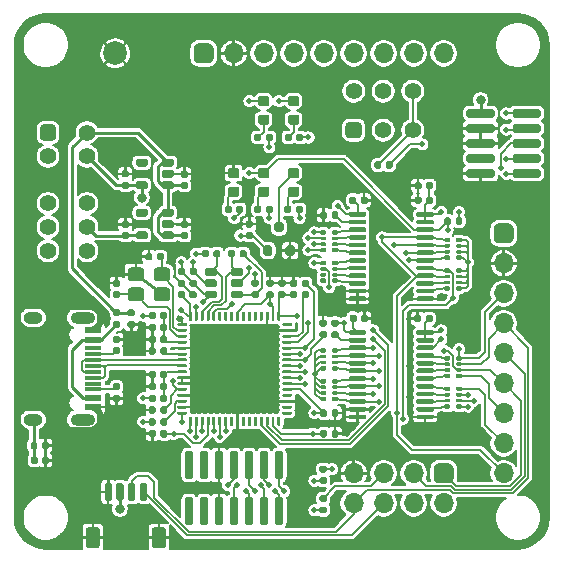
<source format=gtl>
G04 #@! TF.GenerationSoftware,KiCad,Pcbnew,5.1.10*
G04 #@! TF.CreationDate,2021-09-21T16:24:46-07:00*
G04 #@! TF.ProjectId,tigard,74696761-7264-42e6-9b69-6361645f7063,v1.1*
G04 #@! TF.SameCoordinates,Original*
G04 #@! TF.FileFunction,Copper,L1,Top*
G04 #@! TF.FilePolarity,Positive*
%FSLAX46Y46*%
G04 Gerber Fmt 4.6, Leading zero omitted, Abs format (unit mm)*
G04 Created by KiCad (PCBNEW 5.1.10) date 2021-09-21 16:24:46*
%MOMM*%
%LPD*%
G01*
G04 APERTURE LIST*
G04 #@! TA.AperFunction,SMDPad,CuDef*
%ADD10R,1.450000X0.600000*%
G04 #@! TD*
G04 #@! TA.AperFunction,SMDPad,CuDef*
%ADD11R,1.450000X0.300000*%
G04 #@! TD*
G04 #@! TA.AperFunction,ComponentPad*
%ADD12O,2.100000X1.000000*%
G04 #@! TD*
G04 #@! TA.AperFunction,ComponentPad*
%ADD13O,1.600000X1.000000*%
G04 #@! TD*
G04 #@! TA.AperFunction,ComponentPad*
%ADD14O,1.700000X1.700000*%
G04 #@! TD*
G04 #@! TA.AperFunction,ComponentPad*
%ADD15C,2.000000*%
G04 #@! TD*
G04 #@! TA.AperFunction,ComponentPad*
%ADD16C,1.400000*%
G04 #@! TD*
G04 #@! TA.AperFunction,SMDPad,CuDef*
%ADD17R,4.350000X4.350000*%
G04 #@! TD*
G04 #@! TA.AperFunction,ComponentPad*
%ADD18C,0.500000*%
G04 #@! TD*
G04 #@! TA.AperFunction,ViaPad*
%ADD19C,0.500000*%
G04 #@! TD*
G04 #@! TA.AperFunction,ViaPad*
%ADD20C,0.800000*%
G04 #@! TD*
G04 #@! TA.AperFunction,Conductor*
%ADD21C,0.200000*%
G04 #@! TD*
G04 #@! TA.AperFunction,Conductor*
%ADD22C,0.500000*%
G04 #@! TD*
G04 #@! TA.AperFunction,Conductor*
%ADD23C,0.150000*%
G04 #@! TD*
G04 #@! TA.AperFunction,Conductor*
%ADD24C,0.250000*%
G04 #@! TD*
G04 #@! TA.AperFunction,Conductor*
%ADD25C,0.205232*%
G04 #@! TD*
G04 #@! TA.AperFunction,Conductor*
%ADD26C,0.100000*%
G04 #@! TD*
G04 APERTURE END LIST*
G04 #@! TA.AperFunction,SMDPad,CuDef*
G36*
G01*
X44955000Y-71260000D02*
X45325000Y-71260000D01*
G75*
G02*
X45510000Y-71445000I0J-185000D01*
G01*
X45510000Y-73475000D01*
G75*
G02*
X45325000Y-73660000I-185000J0D01*
G01*
X44955000Y-73660000D01*
G75*
G02*
X44770000Y-73475000I0J185000D01*
G01*
X44770000Y-71445000D01*
G75*
G02*
X44955000Y-71260000I185000J0D01*
G01*
G37*
G04 #@! TD.AperFunction*
G04 #@! TA.AperFunction,SMDPad,CuDef*
G36*
G01*
X44955000Y-67360000D02*
X45325000Y-67360000D01*
G75*
G02*
X45510000Y-67545000I0J-185000D01*
G01*
X45510000Y-69575000D01*
G75*
G02*
X45325000Y-69760000I-185000J0D01*
G01*
X44955000Y-69760000D01*
G75*
G02*
X44770000Y-69575000I0J185000D01*
G01*
X44770000Y-67545000D01*
G75*
G02*
X44955000Y-67360000I185000J0D01*
G01*
G37*
G04 #@! TD.AperFunction*
G04 #@! TA.AperFunction,SMDPad,CuDef*
G36*
G01*
X46225000Y-71260000D02*
X46595000Y-71260000D01*
G75*
G02*
X46780000Y-71445000I0J-185000D01*
G01*
X46780000Y-73475000D01*
G75*
G02*
X46595000Y-73660000I-185000J0D01*
G01*
X46225000Y-73660000D01*
G75*
G02*
X46040000Y-73475000I0J185000D01*
G01*
X46040000Y-71445000D01*
G75*
G02*
X46225000Y-71260000I185000J0D01*
G01*
G37*
G04 #@! TD.AperFunction*
G04 #@! TA.AperFunction,SMDPad,CuDef*
G36*
G01*
X46225000Y-67360000D02*
X46595000Y-67360000D01*
G75*
G02*
X46780000Y-67545000I0J-185000D01*
G01*
X46780000Y-69575000D01*
G75*
G02*
X46595000Y-69760000I-185000J0D01*
G01*
X46225000Y-69760000D01*
G75*
G02*
X46040000Y-69575000I0J185000D01*
G01*
X46040000Y-67545000D01*
G75*
G02*
X46225000Y-67360000I185000J0D01*
G01*
G37*
G04 #@! TD.AperFunction*
G04 #@! TA.AperFunction,SMDPad,CuDef*
G36*
G01*
X47495000Y-71260000D02*
X47865000Y-71260000D01*
G75*
G02*
X48050000Y-71445000I0J-185000D01*
G01*
X48050000Y-73475000D01*
G75*
G02*
X47865000Y-73660000I-185000J0D01*
G01*
X47495000Y-73660000D01*
G75*
G02*
X47310000Y-73475000I0J185000D01*
G01*
X47310000Y-71445000D01*
G75*
G02*
X47495000Y-71260000I185000J0D01*
G01*
G37*
G04 #@! TD.AperFunction*
G04 #@! TA.AperFunction,SMDPad,CuDef*
G36*
G01*
X47495000Y-67360000D02*
X47865000Y-67360000D01*
G75*
G02*
X48050000Y-67545000I0J-185000D01*
G01*
X48050000Y-69575000D01*
G75*
G02*
X47865000Y-69760000I-185000J0D01*
G01*
X47495000Y-69760000D01*
G75*
G02*
X47310000Y-69575000I0J185000D01*
G01*
X47310000Y-67545000D01*
G75*
G02*
X47495000Y-67360000I185000J0D01*
G01*
G37*
G04 #@! TD.AperFunction*
G04 #@! TA.AperFunction,SMDPad,CuDef*
G36*
G01*
X48765000Y-71260000D02*
X49135000Y-71260000D01*
G75*
G02*
X49320000Y-71445000I0J-185000D01*
G01*
X49320000Y-73475000D01*
G75*
G02*
X49135000Y-73660000I-185000J0D01*
G01*
X48765000Y-73660000D01*
G75*
G02*
X48580000Y-73475000I0J185000D01*
G01*
X48580000Y-71445000D01*
G75*
G02*
X48765000Y-71260000I185000J0D01*
G01*
G37*
G04 #@! TD.AperFunction*
G04 #@! TA.AperFunction,SMDPad,CuDef*
G36*
G01*
X48765000Y-67360000D02*
X49135000Y-67360000D01*
G75*
G02*
X49320000Y-67545000I0J-185000D01*
G01*
X49320000Y-69575000D01*
G75*
G02*
X49135000Y-69760000I-185000J0D01*
G01*
X48765000Y-69760000D01*
G75*
G02*
X48580000Y-69575000I0J185000D01*
G01*
X48580000Y-67545000D01*
G75*
G02*
X48765000Y-67360000I185000J0D01*
G01*
G37*
G04 #@! TD.AperFunction*
G04 #@! TA.AperFunction,SMDPad,CuDef*
G36*
G01*
X50035000Y-71260000D02*
X50405000Y-71260000D01*
G75*
G02*
X50590000Y-71445000I0J-185000D01*
G01*
X50590000Y-73475000D01*
G75*
G02*
X50405000Y-73660000I-185000J0D01*
G01*
X50035000Y-73660000D01*
G75*
G02*
X49850000Y-73475000I0J185000D01*
G01*
X49850000Y-71445000D01*
G75*
G02*
X50035000Y-71260000I185000J0D01*
G01*
G37*
G04 #@! TD.AperFunction*
G04 #@! TA.AperFunction,SMDPad,CuDef*
G36*
G01*
X50035000Y-67360000D02*
X50405000Y-67360000D01*
G75*
G02*
X50590000Y-67545000I0J-185000D01*
G01*
X50590000Y-69575000D01*
G75*
G02*
X50405000Y-69760000I-185000J0D01*
G01*
X50035000Y-69760000D01*
G75*
G02*
X49850000Y-69575000I0J185000D01*
G01*
X49850000Y-67545000D01*
G75*
G02*
X50035000Y-67360000I185000J0D01*
G01*
G37*
G04 #@! TD.AperFunction*
G04 #@! TA.AperFunction,SMDPad,CuDef*
G36*
G01*
X51305000Y-71260000D02*
X51675000Y-71260000D01*
G75*
G02*
X51860000Y-71445000I0J-185000D01*
G01*
X51860000Y-73475000D01*
G75*
G02*
X51675000Y-73660000I-185000J0D01*
G01*
X51305000Y-73660000D01*
G75*
G02*
X51120000Y-73475000I0J185000D01*
G01*
X51120000Y-71445000D01*
G75*
G02*
X51305000Y-71260000I185000J0D01*
G01*
G37*
G04 #@! TD.AperFunction*
G04 #@! TA.AperFunction,SMDPad,CuDef*
G36*
G01*
X51305000Y-67360000D02*
X51675000Y-67360000D01*
G75*
G02*
X51860000Y-67545000I0J-185000D01*
G01*
X51860000Y-69575000D01*
G75*
G02*
X51675000Y-69760000I-185000J0D01*
G01*
X51305000Y-69760000D01*
G75*
G02*
X51120000Y-69575000I0J185000D01*
G01*
X51120000Y-67545000D01*
G75*
G02*
X51305000Y-67360000I185000J0D01*
G01*
G37*
G04 #@! TD.AperFunction*
G04 #@! TA.AperFunction,SMDPad,CuDef*
G36*
G01*
X52575000Y-71260000D02*
X52945000Y-71260000D01*
G75*
G02*
X53130000Y-71445000I0J-185000D01*
G01*
X53130000Y-73475000D01*
G75*
G02*
X52945000Y-73660000I-185000J0D01*
G01*
X52575000Y-73660000D01*
G75*
G02*
X52390000Y-73475000I0J185000D01*
G01*
X52390000Y-71445000D01*
G75*
G02*
X52575000Y-71260000I185000J0D01*
G01*
G37*
G04 #@! TD.AperFunction*
G04 #@! TA.AperFunction,SMDPad,CuDef*
G36*
G01*
X52575000Y-67360000D02*
X52945000Y-67360000D01*
G75*
G02*
X53130000Y-67545000I0J-185000D01*
G01*
X53130000Y-69575000D01*
G75*
G02*
X52945000Y-69760000I-185000J0D01*
G01*
X52575000Y-69760000D01*
G75*
G02*
X52390000Y-69575000I0J185000D01*
G01*
X52390000Y-67545000D01*
G75*
G02*
X52575000Y-67360000I185000J0D01*
G01*
G37*
G04 #@! TD.AperFunction*
D10*
X37045000Y-63650000D03*
X37045000Y-62850000D03*
X37045000Y-57950000D03*
X37045000Y-57150000D03*
X37045000Y-57150000D03*
X37045000Y-57950000D03*
X37045000Y-62850000D03*
X37045000Y-63650000D03*
D11*
X37045000Y-58650000D03*
X37045000Y-59150000D03*
X37045000Y-59650000D03*
X37045000Y-60650000D03*
X37045000Y-61150000D03*
X37045000Y-61650000D03*
X37045000Y-62150000D03*
X37045000Y-60150000D03*
D12*
X36130000Y-64720000D03*
X36130000Y-56080000D03*
D13*
X31950000Y-56080000D03*
X31950000Y-64720000D03*
G04 #@! TA.AperFunction,ComponentPad*
G36*
G01*
X70930000Y-49365000D02*
X70930000Y-48515000D01*
G75*
G02*
X71355000Y-48090000I425000J0D01*
G01*
X72205000Y-48090000D01*
G75*
G02*
X72630000Y-48515000I0J-425000D01*
G01*
X72630000Y-49365000D01*
G75*
G02*
X72205000Y-49790000I-425000J0D01*
G01*
X71355000Y-49790000D01*
G75*
G02*
X70930000Y-49365000I0J425000D01*
G01*
G37*
G04 #@! TD.AperFunction*
D14*
X71780000Y-51480000D03*
X71780000Y-54020000D03*
X71780000Y-56560000D03*
X71780000Y-59100000D03*
X71780000Y-61640000D03*
X71780000Y-64180000D03*
X71780000Y-66720000D03*
X71780000Y-69260000D03*
G04 #@! TA.AperFunction,SMDPad,CuDef*
G36*
G01*
X64395000Y-47425000D02*
X64395000Y-47225000D01*
G75*
G02*
X64495000Y-47125000I100000J0D01*
G01*
X65770000Y-47125000D01*
G75*
G02*
X65870000Y-47225000I0J-100000D01*
G01*
X65870000Y-47425000D01*
G75*
G02*
X65770000Y-47525000I-100000J0D01*
G01*
X64495000Y-47525000D01*
G75*
G02*
X64395000Y-47425000I0J100000D01*
G01*
G37*
G04 #@! TD.AperFunction*
G04 #@! TA.AperFunction,SMDPad,CuDef*
G36*
G01*
X64395000Y-48075000D02*
X64395000Y-47875000D01*
G75*
G02*
X64495000Y-47775000I100000J0D01*
G01*
X65770000Y-47775000D01*
G75*
G02*
X65870000Y-47875000I0J-100000D01*
G01*
X65870000Y-48075000D01*
G75*
G02*
X65770000Y-48175000I-100000J0D01*
G01*
X64495000Y-48175000D01*
G75*
G02*
X64395000Y-48075000I0J100000D01*
G01*
G37*
G04 #@! TD.AperFunction*
G04 #@! TA.AperFunction,SMDPad,CuDef*
G36*
G01*
X64395000Y-48725000D02*
X64395000Y-48525000D01*
G75*
G02*
X64495000Y-48425000I100000J0D01*
G01*
X65770000Y-48425000D01*
G75*
G02*
X65870000Y-48525000I0J-100000D01*
G01*
X65870000Y-48725000D01*
G75*
G02*
X65770000Y-48825000I-100000J0D01*
G01*
X64495000Y-48825000D01*
G75*
G02*
X64395000Y-48725000I0J100000D01*
G01*
G37*
G04 #@! TD.AperFunction*
G04 #@! TA.AperFunction,SMDPad,CuDef*
G36*
G01*
X64395000Y-49375000D02*
X64395000Y-49175000D01*
G75*
G02*
X64495000Y-49075000I100000J0D01*
G01*
X65770000Y-49075000D01*
G75*
G02*
X65870000Y-49175000I0J-100000D01*
G01*
X65870000Y-49375000D01*
G75*
G02*
X65770000Y-49475000I-100000J0D01*
G01*
X64495000Y-49475000D01*
G75*
G02*
X64395000Y-49375000I0J100000D01*
G01*
G37*
G04 #@! TD.AperFunction*
G04 #@! TA.AperFunction,SMDPad,CuDef*
G36*
G01*
X64395000Y-50025000D02*
X64395000Y-49825000D01*
G75*
G02*
X64495000Y-49725000I100000J0D01*
G01*
X65770000Y-49725000D01*
G75*
G02*
X65870000Y-49825000I0J-100000D01*
G01*
X65870000Y-50025000D01*
G75*
G02*
X65770000Y-50125000I-100000J0D01*
G01*
X64495000Y-50125000D01*
G75*
G02*
X64395000Y-50025000I0J100000D01*
G01*
G37*
G04 #@! TD.AperFunction*
G04 #@! TA.AperFunction,SMDPad,CuDef*
G36*
G01*
X64395000Y-50675000D02*
X64395000Y-50475000D01*
G75*
G02*
X64495000Y-50375000I100000J0D01*
G01*
X65770000Y-50375000D01*
G75*
G02*
X65870000Y-50475000I0J-100000D01*
G01*
X65870000Y-50675000D01*
G75*
G02*
X65770000Y-50775000I-100000J0D01*
G01*
X64495000Y-50775000D01*
G75*
G02*
X64395000Y-50675000I0J100000D01*
G01*
G37*
G04 #@! TD.AperFunction*
G04 #@! TA.AperFunction,SMDPad,CuDef*
G36*
G01*
X64395000Y-51325000D02*
X64395000Y-51125000D01*
G75*
G02*
X64495000Y-51025000I100000J0D01*
G01*
X65770000Y-51025000D01*
G75*
G02*
X65870000Y-51125000I0J-100000D01*
G01*
X65870000Y-51325000D01*
G75*
G02*
X65770000Y-51425000I-100000J0D01*
G01*
X64495000Y-51425000D01*
G75*
G02*
X64395000Y-51325000I0J100000D01*
G01*
G37*
G04 #@! TD.AperFunction*
G04 #@! TA.AperFunction,SMDPad,CuDef*
G36*
G01*
X64395000Y-51975000D02*
X64395000Y-51775000D01*
G75*
G02*
X64495000Y-51675000I100000J0D01*
G01*
X65770000Y-51675000D01*
G75*
G02*
X65870000Y-51775000I0J-100000D01*
G01*
X65870000Y-51975000D01*
G75*
G02*
X65770000Y-52075000I-100000J0D01*
G01*
X64495000Y-52075000D01*
G75*
G02*
X64395000Y-51975000I0J100000D01*
G01*
G37*
G04 #@! TD.AperFunction*
G04 #@! TA.AperFunction,SMDPad,CuDef*
G36*
G01*
X64395000Y-52625000D02*
X64395000Y-52425000D01*
G75*
G02*
X64495000Y-52325000I100000J0D01*
G01*
X65770000Y-52325000D01*
G75*
G02*
X65870000Y-52425000I0J-100000D01*
G01*
X65870000Y-52625000D01*
G75*
G02*
X65770000Y-52725000I-100000J0D01*
G01*
X64495000Y-52725000D01*
G75*
G02*
X64395000Y-52625000I0J100000D01*
G01*
G37*
G04 #@! TD.AperFunction*
G04 #@! TA.AperFunction,SMDPad,CuDef*
G36*
G01*
X64395000Y-53275000D02*
X64395000Y-53075000D01*
G75*
G02*
X64495000Y-52975000I100000J0D01*
G01*
X65770000Y-52975000D01*
G75*
G02*
X65870000Y-53075000I0J-100000D01*
G01*
X65870000Y-53275000D01*
G75*
G02*
X65770000Y-53375000I-100000J0D01*
G01*
X64495000Y-53375000D01*
G75*
G02*
X64395000Y-53275000I0J100000D01*
G01*
G37*
G04 #@! TD.AperFunction*
G04 #@! TA.AperFunction,SMDPad,CuDef*
G36*
G01*
X64395000Y-53925000D02*
X64395000Y-53725000D01*
G75*
G02*
X64495000Y-53625000I100000J0D01*
G01*
X65770000Y-53625000D01*
G75*
G02*
X65870000Y-53725000I0J-100000D01*
G01*
X65870000Y-53925000D01*
G75*
G02*
X65770000Y-54025000I-100000J0D01*
G01*
X64495000Y-54025000D01*
G75*
G02*
X64395000Y-53925000I0J100000D01*
G01*
G37*
G04 #@! TD.AperFunction*
G04 #@! TA.AperFunction,SMDPad,CuDef*
G36*
G01*
X64395000Y-54575000D02*
X64395000Y-54375000D01*
G75*
G02*
X64495000Y-54275000I100000J0D01*
G01*
X65770000Y-54275000D01*
G75*
G02*
X65870000Y-54375000I0J-100000D01*
G01*
X65870000Y-54575000D01*
G75*
G02*
X65770000Y-54675000I-100000J0D01*
G01*
X64495000Y-54675000D01*
G75*
G02*
X64395000Y-54575000I0J100000D01*
G01*
G37*
G04 #@! TD.AperFunction*
G04 #@! TA.AperFunction,SMDPad,CuDef*
G36*
G01*
X58670000Y-54575000D02*
X58670000Y-54375000D01*
G75*
G02*
X58770000Y-54275000I100000J0D01*
G01*
X60045000Y-54275000D01*
G75*
G02*
X60145000Y-54375000I0J-100000D01*
G01*
X60145000Y-54575000D01*
G75*
G02*
X60045000Y-54675000I-100000J0D01*
G01*
X58770000Y-54675000D01*
G75*
G02*
X58670000Y-54575000I0J100000D01*
G01*
G37*
G04 #@! TD.AperFunction*
G04 #@! TA.AperFunction,SMDPad,CuDef*
G36*
G01*
X58670000Y-53925000D02*
X58670000Y-53725000D01*
G75*
G02*
X58770000Y-53625000I100000J0D01*
G01*
X60045000Y-53625000D01*
G75*
G02*
X60145000Y-53725000I0J-100000D01*
G01*
X60145000Y-53925000D01*
G75*
G02*
X60045000Y-54025000I-100000J0D01*
G01*
X58770000Y-54025000D01*
G75*
G02*
X58670000Y-53925000I0J100000D01*
G01*
G37*
G04 #@! TD.AperFunction*
G04 #@! TA.AperFunction,SMDPad,CuDef*
G36*
G01*
X58670000Y-53275000D02*
X58670000Y-53075000D01*
G75*
G02*
X58770000Y-52975000I100000J0D01*
G01*
X60045000Y-52975000D01*
G75*
G02*
X60145000Y-53075000I0J-100000D01*
G01*
X60145000Y-53275000D01*
G75*
G02*
X60045000Y-53375000I-100000J0D01*
G01*
X58770000Y-53375000D01*
G75*
G02*
X58670000Y-53275000I0J100000D01*
G01*
G37*
G04 #@! TD.AperFunction*
G04 #@! TA.AperFunction,SMDPad,CuDef*
G36*
G01*
X58670000Y-52625000D02*
X58670000Y-52425000D01*
G75*
G02*
X58770000Y-52325000I100000J0D01*
G01*
X60045000Y-52325000D01*
G75*
G02*
X60145000Y-52425000I0J-100000D01*
G01*
X60145000Y-52625000D01*
G75*
G02*
X60045000Y-52725000I-100000J0D01*
G01*
X58770000Y-52725000D01*
G75*
G02*
X58670000Y-52625000I0J100000D01*
G01*
G37*
G04 #@! TD.AperFunction*
G04 #@! TA.AperFunction,SMDPad,CuDef*
G36*
G01*
X58670000Y-51975000D02*
X58670000Y-51775000D01*
G75*
G02*
X58770000Y-51675000I100000J0D01*
G01*
X60045000Y-51675000D01*
G75*
G02*
X60145000Y-51775000I0J-100000D01*
G01*
X60145000Y-51975000D01*
G75*
G02*
X60045000Y-52075000I-100000J0D01*
G01*
X58770000Y-52075000D01*
G75*
G02*
X58670000Y-51975000I0J100000D01*
G01*
G37*
G04 #@! TD.AperFunction*
G04 #@! TA.AperFunction,SMDPad,CuDef*
G36*
G01*
X58670000Y-51325000D02*
X58670000Y-51125000D01*
G75*
G02*
X58770000Y-51025000I100000J0D01*
G01*
X60045000Y-51025000D01*
G75*
G02*
X60145000Y-51125000I0J-100000D01*
G01*
X60145000Y-51325000D01*
G75*
G02*
X60045000Y-51425000I-100000J0D01*
G01*
X58770000Y-51425000D01*
G75*
G02*
X58670000Y-51325000I0J100000D01*
G01*
G37*
G04 #@! TD.AperFunction*
G04 #@! TA.AperFunction,SMDPad,CuDef*
G36*
G01*
X58670000Y-50675000D02*
X58670000Y-50475000D01*
G75*
G02*
X58770000Y-50375000I100000J0D01*
G01*
X60045000Y-50375000D01*
G75*
G02*
X60145000Y-50475000I0J-100000D01*
G01*
X60145000Y-50675000D01*
G75*
G02*
X60045000Y-50775000I-100000J0D01*
G01*
X58770000Y-50775000D01*
G75*
G02*
X58670000Y-50675000I0J100000D01*
G01*
G37*
G04 #@! TD.AperFunction*
G04 #@! TA.AperFunction,SMDPad,CuDef*
G36*
G01*
X58670000Y-50025000D02*
X58670000Y-49825000D01*
G75*
G02*
X58770000Y-49725000I100000J0D01*
G01*
X60045000Y-49725000D01*
G75*
G02*
X60145000Y-49825000I0J-100000D01*
G01*
X60145000Y-50025000D01*
G75*
G02*
X60045000Y-50125000I-100000J0D01*
G01*
X58770000Y-50125000D01*
G75*
G02*
X58670000Y-50025000I0J100000D01*
G01*
G37*
G04 #@! TD.AperFunction*
G04 #@! TA.AperFunction,SMDPad,CuDef*
G36*
G01*
X58670000Y-49375000D02*
X58670000Y-49175000D01*
G75*
G02*
X58770000Y-49075000I100000J0D01*
G01*
X60045000Y-49075000D01*
G75*
G02*
X60145000Y-49175000I0J-100000D01*
G01*
X60145000Y-49375000D01*
G75*
G02*
X60045000Y-49475000I-100000J0D01*
G01*
X58770000Y-49475000D01*
G75*
G02*
X58670000Y-49375000I0J100000D01*
G01*
G37*
G04 #@! TD.AperFunction*
G04 #@! TA.AperFunction,SMDPad,CuDef*
G36*
G01*
X58670000Y-48725000D02*
X58670000Y-48525000D01*
G75*
G02*
X58770000Y-48425000I100000J0D01*
G01*
X60045000Y-48425000D01*
G75*
G02*
X60145000Y-48525000I0J-100000D01*
G01*
X60145000Y-48725000D01*
G75*
G02*
X60045000Y-48825000I-100000J0D01*
G01*
X58770000Y-48825000D01*
G75*
G02*
X58670000Y-48725000I0J100000D01*
G01*
G37*
G04 #@! TD.AperFunction*
G04 #@! TA.AperFunction,SMDPad,CuDef*
G36*
G01*
X58670000Y-48075000D02*
X58670000Y-47875000D01*
G75*
G02*
X58770000Y-47775000I100000J0D01*
G01*
X60045000Y-47775000D01*
G75*
G02*
X60145000Y-47875000I0J-100000D01*
G01*
X60145000Y-48075000D01*
G75*
G02*
X60045000Y-48175000I-100000J0D01*
G01*
X58770000Y-48175000D01*
G75*
G02*
X58670000Y-48075000I0J100000D01*
G01*
G37*
G04 #@! TD.AperFunction*
G04 #@! TA.AperFunction,SMDPad,CuDef*
G36*
G01*
X58670000Y-47425000D02*
X58670000Y-47225000D01*
G75*
G02*
X58770000Y-47125000I100000J0D01*
G01*
X60045000Y-47125000D01*
G75*
G02*
X60145000Y-47225000I0J-100000D01*
G01*
X60145000Y-47425000D01*
G75*
G02*
X60045000Y-47525000I-100000J0D01*
G01*
X58770000Y-47525000D01*
G75*
G02*
X58670000Y-47425000I0J100000D01*
G01*
G37*
G04 #@! TD.AperFunction*
G04 #@! TA.AperFunction,SMDPad,CuDef*
G36*
G01*
X41995000Y-75350001D02*
X41995000Y-74049999D01*
G75*
G02*
X42244999Y-73800000I249999J0D01*
G01*
X42945001Y-73800000D01*
G75*
G02*
X43195000Y-74049999I0J-249999D01*
G01*
X43195000Y-75350001D01*
G75*
G02*
X42945001Y-75600000I-249999J0D01*
G01*
X42244999Y-75600000D01*
G75*
G02*
X41995000Y-75350001I0J249999D01*
G01*
G37*
G04 #@! TD.AperFunction*
G04 #@! TA.AperFunction,SMDPad,CuDef*
G36*
G01*
X36395000Y-75350001D02*
X36395000Y-74049999D01*
G75*
G02*
X36644999Y-73800000I249999J0D01*
G01*
X37345001Y-73800000D01*
G75*
G02*
X37595000Y-74049999I0J-249999D01*
G01*
X37595000Y-75350001D01*
G75*
G02*
X37345001Y-75600000I-249999J0D01*
G01*
X36644999Y-75600000D01*
G75*
G02*
X36395000Y-75350001I0J249999D01*
G01*
G37*
G04 #@! TD.AperFunction*
G04 #@! TA.AperFunction,SMDPad,CuDef*
G36*
G01*
X40995000Y-71450000D02*
X40995000Y-70200000D01*
G75*
G02*
X41145000Y-70050000I150000J0D01*
G01*
X41445000Y-70050000D01*
G75*
G02*
X41595000Y-70200000I0J-150000D01*
G01*
X41595000Y-71450000D01*
G75*
G02*
X41445000Y-71600000I-150000J0D01*
G01*
X41145000Y-71600000D01*
G75*
G02*
X40995000Y-71450000I0J150000D01*
G01*
G37*
G04 #@! TD.AperFunction*
G04 #@! TA.AperFunction,SMDPad,CuDef*
G36*
G01*
X39995000Y-71450000D02*
X39995000Y-70200000D01*
G75*
G02*
X40145000Y-70050000I150000J0D01*
G01*
X40445000Y-70050000D01*
G75*
G02*
X40595000Y-70200000I0J-150000D01*
G01*
X40595000Y-71450000D01*
G75*
G02*
X40445000Y-71600000I-150000J0D01*
G01*
X40145000Y-71600000D01*
G75*
G02*
X39995000Y-71450000I0J150000D01*
G01*
G37*
G04 #@! TD.AperFunction*
G04 #@! TA.AperFunction,SMDPad,CuDef*
G36*
G01*
X38995000Y-71450000D02*
X38995000Y-70200000D01*
G75*
G02*
X39145000Y-70050000I150000J0D01*
G01*
X39445000Y-70050000D01*
G75*
G02*
X39595000Y-70200000I0J-150000D01*
G01*
X39595000Y-71450000D01*
G75*
G02*
X39445000Y-71600000I-150000J0D01*
G01*
X39145000Y-71600000D01*
G75*
G02*
X38995000Y-71450000I0J150000D01*
G01*
G37*
G04 #@! TD.AperFunction*
G04 #@! TA.AperFunction,SMDPad,CuDef*
G36*
G01*
X37995000Y-71450000D02*
X37995000Y-70200000D01*
G75*
G02*
X38145000Y-70050000I150000J0D01*
G01*
X38445000Y-70050000D01*
G75*
G02*
X38595000Y-70200000I0J-150000D01*
G01*
X38595000Y-71450000D01*
G75*
G02*
X38445000Y-71600000I-150000J0D01*
G01*
X38145000Y-71600000D01*
G75*
G02*
X37995000Y-71450000I0J150000D01*
G01*
G37*
G04 #@! TD.AperFunction*
D15*
X38890000Y-33700000D03*
D16*
X64080000Y-40200000D03*
X61580000Y-40200000D03*
G04 #@! TA.AperFunction,ComponentPad*
G36*
G01*
X58380000Y-40550000D02*
X58380000Y-39850000D01*
G75*
G02*
X58730000Y-39500000I350000J0D01*
G01*
X59430000Y-39500000D01*
G75*
G02*
X59780000Y-39850000I0J-350000D01*
G01*
X59780000Y-40550000D01*
G75*
G02*
X59430000Y-40900000I-350000J0D01*
G01*
X58730000Y-40900000D01*
G75*
G02*
X58380000Y-40550000I0J350000D01*
G01*
G37*
G04 #@! TD.AperFunction*
X64080000Y-36900000D03*
X61580000Y-36900000D03*
X59080000Y-36900000D03*
G04 #@! TA.AperFunction,ComponentPad*
G36*
G01*
X66275000Y-68410000D02*
X67125000Y-68410000D01*
G75*
G02*
X67550000Y-68835000I0J-425000D01*
G01*
X67550000Y-69685000D01*
G75*
G02*
X67125000Y-70110000I-425000J0D01*
G01*
X66275000Y-70110000D01*
G75*
G02*
X65850000Y-69685000I0J425000D01*
G01*
X65850000Y-68835000D01*
G75*
G02*
X66275000Y-68410000I425000J0D01*
G01*
G37*
G04 #@! TD.AperFunction*
D14*
X66700000Y-71800000D03*
X64160000Y-69260000D03*
X64160000Y-71800000D03*
X61620000Y-69260000D03*
X61620000Y-71800000D03*
X59080000Y-69260000D03*
X59080000Y-71800000D03*
G04 #@! TA.AperFunction,SMDPad,CuDef*
G36*
G01*
X72530000Y-44045000D02*
X72530000Y-43675000D01*
G75*
G02*
X72715000Y-43490000I185000J0D01*
G01*
X74745000Y-43490000D01*
G75*
G02*
X74930000Y-43675000I0J-185000D01*
G01*
X74930000Y-44045000D01*
G75*
G02*
X74745000Y-44230000I-185000J0D01*
G01*
X72715000Y-44230000D01*
G75*
G02*
X72530000Y-44045000I0J185000D01*
G01*
G37*
G04 #@! TD.AperFunction*
G04 #@! TA.AperFunction,SMDPad,CuDef*
G36*
G01*
X68630000Y-44045000D02*
X68630000Y-43675000D01*
G75*
G02*
X68815000Y-43490000I185000J0D01*
G01*
X70845000Y-43490000D01*
G75*
G02*
X71030000Y-43675000I0J-185000D01*
G01*
X71030000Y-44045000D01*
G75*
G02*
X70845000Y-44230000I-185000J0D01*
G01*
X68815000Y-44230000D01*
G75*
G02*
X68630000Y-44045000I0J185000D01*
G01*
G37*
G04 #@! TD.AperFunction*
G04 #@! TA.AperFunction,SMDPad,CuDef*
G36*
G01*
X72530000Y-42775000D02*
X72530000Y-42405000D01*
G75*
G02*
X72715000Y-42220000I185000J0D01*
G01*
X74745000Y-42220000D01*
G75*
G02*
X74930000Y-42405000I0J-185000D01*
G01*
X74930000Y-42775000D01*
G75*
G02*
X74745000Y-42960000I-185000J0D01*
G01*
X72715000Y-42960000D01*
G75*
G02*
X72530000Y-42775000I0J185000D01*
G01*
G37*
G04 #@! TD.AperFunction*
G04 #@! TA.AperFunction,SMDPad,CuDef*
G36*
G01*
X68630000Y-42775000D02*
X68630000Y-42405000D01*
G75*
G02*
X68815000Y-42220000I185000J0D01*
G01*
X70845000Y-42220000D01*
G75*
G02*
X71030000Y-42405000I0J-185000D01*
G01*
X71030000Y-42775000D01*
G75*
G02*
X70845000Y-42960000I-185000J0D01*
G01*
X68815000Y-42960000D01*
G75*
G02*
X68630000Y-42775000I0J185000D01*
G01*
G37*
G04 #@! TD.AperFunction*
G04 #@! TA.AperFunction,SMDPad,CuDef*
G36*
G01*
X72530000Y-41505000D02*
X72530000Y-41135000D01*
G75*
G02*
X72715000Y-40950000I185000J0D01*
G01*
X74745000Y-40950000D01*
G75*
G02*
X74930000Y-41135000I0J-185000D01*
G01*
X74930000Y-41505000D01*
G75*
G02*
X74745000Y-41690000I-185000J0D01*
G01*
X72715000Y-41690000D01*
G75*
G02*
X72530000Y-41505000I0J185000D01*
G01*
G37*
G04 #@! TD.AperFunction*
G04 #@! TA.AperFunction,SMDPad,CuDef*
G36*
G01*
X68630000Y-41505000D02*
X68630000Y-41135000D01*
G75*
G02*
X68815000Y-40950000I185000J0D01*
G01*
X70845000Y-40950000D01*
G75*
G02*
X71030000Y-41135000I0J-185000D01*
G01*
X71030000Y-41505000D01*
G75*
G02*
X70845000Y-41690000I-185000J0D01*
G01*
X68815000Y-41690000D01*
G75*
G02*
X68630000Y-41505000I0J185000D01*
G01*
G37*
G04 #@! TD.AperFunction*
G04 #@! TA.AperFunction,SMDPad,CuDef*
G36*
G01*
X72530000Y-40235000D02*
X72530000Y-39865000D01*
G75*
G02*
X72715000Y-39680000I185000J0D01*
G01*
X74745000Y-39680000D01*
G75*
G02*
X74930000Y-39865000I0J-185000D01*
G01*
X74930000Y-40235000D01*
G75*
G02*
X74745000Y-40420000I-185000J0D01*
G01*
X72715000Y-40420000D01*
G75*
G02*
X72530000Y-40235000I0J185000D01*
G01*
G37*
G04 #@! TD.AperFunction*
G04 #@! TA.AperFunction,SMDPad,CuDef*
G36*
G01*
X68630000Y-40235000D02*
X68630000Y-39865000D01*
G75*
G02*
X68815000Y-39680000I185000J0D01*
G01*
X70845000Y-39680000D01*
G75*
G02*
X71030000Y-39865000I0J-185000D01*
G01*
X71030000Y-40235000D01*
G75*
G02*
X70845000Y-40420000I-185000J0D01*
G01*
X68815000Y-40420000D01*
G75*
G02*
X68630000Y-40235000I0J185000D01*
G01*
G37*
G04 #@! TD.AperFunction*
G04 #@! TA.AperFunction,SMDPad,CuDef*
G36*
G01*
X72530000Y-38965000D02*
X72530000Y-38595000D01*
G75*
G02*
X72715000Y-38410000I185000J0D01*
G01*
X74745000Y-38410000D01*
G75*
G02*
X74930000Y-38595000I0J-185000D01*
G01*
X74930000Y-38965000D01*
G75*
G02*
X74745000Y-39150000I-185000J0D01*
G01*
X72715000Y-39150000D01*
G75*
G02*
X72530000Y-38965000I0J185000D01*
G01*
G37*
G04 #@! TD.AperFunction*
G04 #@! TA.AperFunction,SMDPad,CuDef*
G36*
G01*
X68630000Y-38965000D02*
X68630000Y-38595000D01*
G75*
G02*
X68815000Y-38410000I185000J0D01*
G01*
X70845000Y-38410000D01*
G75*
G02*
X71030000Y-38595000I0J-185000D01*
G01*
X71030000Y-38965000D01*
G75*
G02*
X70845000Y-39150000I-185000J0D01*
G01*
X68815000Y-39150000D01*
G75*
G02*
X68630000Y-38965000I0J185000D01*
G01*
G37*
G04 #@! TD.AperFunction*
G04 #@! TA.AperFunction,ComponentPad*
G36*
G01*
X46805000Y-34550000D02*
X45955000Y-34550000D01*
G75*
G02*
X45530000Y-34125000I0J425000D01*
G01*
X45530000Y-33275000D01*
G75*
G02*
X45955000Y-32850000I425000J0D01*
G01*
X46805000Y-32850000D01*
G75*
G02*
X47230000Y-33275000I0J-425000D01*
G01*
X47230000Y-34125000D01*
G75*
G02*
X46805000Y-34550000I-425000J0D01*
G01*
G37*
G04 #@! TD.AperFunction*
X48920000Y-33700000D03*
X51460000Y-33700000D03*
X54000000Y-33700000D03*
X56540000Y-33700000D03*
X59080000Y-33700000D03*
X61620000Y-33700000D03*
X64160000Y-33700000D03*
X66700000Y-33700000D03*
D16*
X33200000Y-50400000D03*
X33200000Y-48400000D03*
X33200000Y-46400000D03*
X33200000Y-42400000D03*
G04 #@! TA.AperFunction,ComponentPad*
G36*
G01*
X32850000Y-39700000D02*
X33550000Y-39700000D01*
G75*
G02*
X33900000Y-40050000I0J-350000D01*
G01*
X33900000Y-40750000D01*
G75*
G02*
X33550000Y-41100000I-350000J0D01*
G01*
X32850000Y-41100000D01*
G75*
G02*
X32500000Y-40750000I0J350000D01*
G01*
X32500000Y-40050000D01*
G75*
G02*
X32850000Y-39700000I350000J0D01*
G01*
G37*
G04 #@! TD.AperFunction*
X36500000Y-50400000D03*
X36500000Y-48400000D03*
X36500000Y-46400000D03*
X36500000Y-42400000D03*
X36500000Y-40400000D03*
G04 #@! TA.AperFunction,SMDPad,CuDef*
G36*
G01*
X58670000Y-57425000D02*
X58670000Y-57225000D01*
G75*
G02*
X58770000Y-57125000I100000J0D01*
G01*
X60045000Y-57125000D01*
G75*
G02*
X60145000Y-57225000I0J-100000D01*
G01*
X60145000Y-57425000D01*
G75*
G02*
X60045000Y-57525000I-100000J0D01*
G01*
X58770000Y-57525000D01*
G75*
G02*
X58670000Y-57425000I0J100000D01*
G01*
G37*
G04 #@! TD.AperFunction*
G04 #@! TA.AperFunction,SMDPad,CuDef*
G36*
G01*
X58670000Y-58075000D02*
X58670000Y-57875000D01*
G75*
G02*
X58770000Y-57775000I100000J0D01*
G01*
X60045000Y-57775000D01*
G75*
G02*
X60145000Y-57875000I0J-100000D01*
G01*
X60145000Y-58075000D01*
G75*
G02*
X60045000Y-58175000I-100000J0D01*
G01*
X58770000Y-58175000D01*
G75*
G02*
X58670000Y-58075000I0J100000D01*
G01*
G37*
G04 #@! TD.AperFunction*
G04 #@! TA.AperFunction,SMDPad,CuDef*
G36*
G01*
X58670000Y-58725000D02*
X58670000Y-58525000D01*
G75*
G02*
X58770000Y-58425000I100000J0D01*
G01*
X60045000Y-58425000D01*
G75*
G02*
X60145000Y-58525000I0J-100000D01*
G01*
X60145000Y-58725000D01*
G75*
G02*
X60045000Y-58825000I-100000J0D01*
G01*
X58770000Y-58825000D01*
G75*
G02*
X58670000Y-58725000I0J100000D01*
G01*
G37*
G04 #@! TD.AperFunction*
G04 #@! TA.AperFunction,SMDPad,CuDef*
G36*
G01*
X58670000Y-59375000D02*
X58670000Y-59175000D01*
G75*
G02*
X58770000Y-59075000I100000J0D01*
G01*
X60045000Y-59075000D01*
G75*
G02*
X60145000Y-59175000I0J-100000D01*
G01*
X60145000Y-59375000D01*
G75*
G02*
X60045000Y-59475000I-100000J0D01*
G01*
X58770000Y-59475000D01*
G75*
G02*
X58670000Y-59375000I0J100000D01*
G01*
G37*
G04 #@! TD.AperFunction*
G04 #@! TA.AperFunction,SMDPad,CuDef*
G36*
G01*
X58670000Y-60025000D02*
X58670000Y-59825000D01*
G75*
G02*
X58770000Y-59725000I100000J0D01*
G01*
X60045000Y-59725000D01*
G75*
G02*
X60145000Y-59825000I0J-100000D01*
G01*
X60145000Y-60025000D01*
G75*
G02*
X60045000Y-60125000I-100000J0D01*
G01*
X58770000Y-60125000D01*
G75*
G02*
X58670000Y-60025000I0J100000D01*
G01*
G37*
G04 #@! TD.AperFunction*
G04 #@! TA.AperFunction,SMDPad,CuDef*
G36*
G01*
X58670000Y-60675000D02*
X58670000Y-60475000D01*
G75*
G02*
X58770000Y-60375000I100000J0D01*
G01*
X60045000Y-60375000D01*
G75*
G02*
X60145000Y-60475000I0J-100000D01*
G01*
X60145000Y-60675000D01*
G75*
G02*
X60045000Y-60775000I-100000J0D01*
G01*
X58770000Y-60775000D01*
G75*
G02*
X58670000Y-60675000I0J100000D01*
G01*
G37*
G04 #@! TD.AperFunction*
G04 #@! TA.AperFunction,SMDPad,CuDef*
G36*
G01*
X58670000Y-61325000D02*
X58670000Y-61125000D01*
G75*
G02*
X58770000Y-61025000I100000J0D01*
G01*
X60045000Y-61025000D01*
G75*
G02*
X60145000Y-61125000I0J-100000D01*
G01*
X60145000Y-61325000D01*
G75*
G02*
X60045000Y-61425000I-100000J0D01*
G01*
X58770000Y-61425000D01*
G75*
G02*
X58670000Y-61325000I0J100000D01*
G01*
G37*
G04 #@! TD.AperFunction*
G04 #@! TA.AperFunction,SMDPad,CuDef*
G36*
G01*
X58670000Y-61975000D02*
X58670000Y-61775000D01*
G75*
G02*
X58770000Y-61675000I100000J0D01*
G01*
X60045000Y-61675000D01*
G75*
G02*
X60145000Y-61775000I0J-100000D01*
G01*
X60145000Y-61975000D01*
G75*
G02*
X60045000Y-62075000I-100000J0D01*
G01*
X58770000Y-62075000D01*
G75*
G02*
X58670000Y-61975000I0J100000D01*
G01*
G37*
G04 #@! TD.AperFunction*
G04 #@! TA.AperFunction,SMDPad,CuDef*
G36*
G01*
X58670000Y-62625000D02*
X58670000Y-62425000D01*
G75*
G02*
X58770000Y-62325000I100000J0D01*
G01*
X60045000Y-62325000D01*
G75*
G02*
X60145000Y-62425000I0J-100000D01*
G01*
X60145000Y-62625000D01*
G75*
G02*
X60045000Y-62725000I-100000J0D01*
G01*
X58770000Y-62725000D01*
G75*
G02*
X58670000Y-62625000I0J100000D01*
G01*
G37*
G04 #@! TD.AperFunction*
G04 #@! TA.AperFunction,SMDPad,CuDef*
G36*
G01*
X58670000Y-63275000D02*
X58670000Y-63075000D01*
G75*
G02*
X58770000Y-62975000I100000J0D01*
G01*
X60045000Y-62975000D01*
G75*
G02*
X60145000Y-63075000I0J-100000D01*
G01*
X60145000Y-63275000D01*
G75*
G02*
X60045000Y-63375000I-100000J0D01*
G01*
X58770000Y-63375000D01*
G75*
G02*
X58670000Y-63275000I0J100000D01*
G01*
G37*
G04 #@! TD.AperFunction*
G04 #@! TA.AperFunction,SMDPad,CuDef*
G36*
G01*
X58670000Y-63925000D02*
X58670000Y-63725000D01*
G75*
G02*
X58770000Y-63625000I100000J0D01*
G01*
X60045000Y-63625000D01*
G75*
G02*
X60145000Y-63725000I0J-100000D01*
G01*
X60145000Y-63925000D01*
G75*
G02*
X60045000Y-64025000I-100000J0D01*
G01*
X58770000Y-64025000D01*
G75*
G02*
X58670000Y-63925000I0J100000D01*
G01*
G37*
G04 #@! TD.AperFunction*
G04 #@! TA.AperFunction,SMDPad,CuDef*
G36*
G01*
X58670000Y-64575000D02*
X58670000Y-64375000D01*
G75*
G02*
X58770000Y-64275000I100000J0D01*
G01*
X60045000Y-64275000D01*
G75*
G02*
X60145000Y-64375000I0J-100000D01*
G01*
X60145000Y-64575000D01*
G75*
G02*
X60045000Y-64675000I-100000J0D01*
G01*
X58770000Y-64675000D01*
G75*
G02*
X58670000Y-64575000I0J100000D01*
G01*
G37*
G04 #@! TD.AperFunction*
G04 #@! TA.AperFunction,SMDPad,CuDef*
G36*
G01*
X64395000Y-64575000D02*
X64395000Y-64375000D01*
G75*
G02*
X64495000Y-64275000I100000J0D01*
G01*
X65770000Y-64275000D01*
G75*
G02*
X65870000Y-64375000I0J-100000D01*
G01*
X65870000Y-64575000D01*
G75*
G02*
X65770000Y-64675000I-100000J0D01*
G01*
X64495000Y-64675000D01*
G75*
G02*
X64395000Y-64575000I0J100000D01*
G01*
G37*
G04 #@! TD.AperFunction*
G04 #@! TA.AperFunction,SMDPad,CuDef*
G36*
G01*
X64395000Y-63925000D02*
X64395000Y-63725000D01*
G75*
G02*
X64495000Y-63625000I100000J0D01*
G01*
X65770000Y-63625000D01*
G75*
G02*
X65870000Y-63725000I0J-100000D01*
G01*
X65870000Y-63925000D01*
G75*
G02*
X65770000Y-64025000I-100000J0D01*
G01*
X64495000Y-64025000D01*
G75*
G02*
X64395000Y-63925000I0J100000D01*
G01*
G37*
G04 #@! TD.AperFunction*
G04 #@! TA.AperFunction,SMDPad,CuDef*
G36*
G01*
X64395000Y-63275000D02*
X64395000Y-63075000D01*
G75*
G02*
X64495000Y-62975000I100000J0D01*
G01*
X65770000Y-62975000D01*
G75*
G02*
X65870000Y-63075000I0J-100000D01*
G01*
X65870000Y-63275000D01*
G75*
G02*
X65770000Y-63375000I-100000J0D01*
G01*
X64495000Y-63375000D01*
G75*
G02*
X64395000Y-63275000I0J100000D01*
G01*
G37*
G04 #@! TD.AperFunction*
G04 #@! TA.AperFunction,SMDPad,CuDef*
G36*
G01*
X64395000Y-62625000D02*
X64395000Y-62425000D01*
G75*
G02*
X64495000Y-62325000I100000J0D01*
G01*
X65770000Y-62325000D01*
G75*
G02*
X65870000Y-62425000I0J-100000D01*
G01*
X65870000Y-62625000D01*
G75*
G02*
X65770000Y-62725000I-100000J0D01*
G01*
X64495000Y-62725000D01*
G75*
G02*
X64395000Y-62625000I0J100000D01*
G01*
G37*
G04 #@! TD.AperFunction*
G04 #@! TA.AperFunction,SMDPad,CuDef*
G36*
G01*
X64395000Y-61975000D02*
X64395000Y-61775000D01*
G75*
G02*
X64495000Y-61675000I100000J0D01*
G01*
X65770000Y-61675000D01*
G75*
G02*
X65870000Y-61775000I0J-100000D01*
G01*
X65870000Y-61975000D01*
G75*
G02*
X65770000Y-62075000I-100000J0D01*
G01*
X64495000Y-62075000D01*
G75*
G02*
X64395000Y-61975000I0J100000D01*
G01*
G37*
G04 #@! TD.AperFunction*
G04 #@! TA.AperFunction,SMDPad,CuDef*
G36*
G01*
X64395000Y-61325000D02*
X64395000Y-61125000D01*
G75*
G02*
X64495000Y-61025000I100000J0D01*
G01*
X65770000Y-61025000D01*
G75*
G02*
X65870000Y-61125000I0J-100000D01*
G01*
X65870000Y-61325000D01*
G75*
G02*
X65770000Y-61425000I-100000J0D01*
G01*
X64495000Y-61425000D01*
G75*
G02*
X64395000Y-61325000I0J100000D01*
G01*
G37*
G04 #@! TD.AperFunction*
G04 #@! TA.AperFunction,SMDPad,CuDef*
G36*
G01*
X64395000Y-60675000D02*
X64395000Y-60475000D01*
G75*
G02*
X64495000Y-60375000I100000J0D01*
G01*
X65770000Y-60375000D01*
G75*
G02*
X65870000Y-60475000I0J-100000D01*
G01*
X65870000Y-60675000D01*
G75*
G02*
X65770000Y-60775000I-100000J0D01*
G01*
X64495000Y-60775000D01*
G75*
G02*
X64395000Y-60675000I0J100000D01*
G01*
G37*
G04 #@! TD.AperFunction*
G04 #@! TA.AperFunction,SMDPad,CuDef*
G36*
G01*
X64395000Y-60025000D02*
X64395000Y-59825000D01*
G75*
G02*
X64495000Y-59725000I100000J0D01*
G01*
X65770000Y-59725000D01*
G75*
G02*
X65870000Y-59825000I0J-100000D01*
G01*
X65870000Y-60025000D01*
G75*
G02*
X65770000Y-60125000I-100000J0D01*
G01*
X64495000Y-60125000D01*
G75*
G02*
X64395000Y-60025000I0J100000D01*
G01*
G37*
G04 #@! TD.AperFunction*
G04 #@! TA.AperFunction,SMDPad,CuDef*
G36*
G01*
X64395000Y-59375000D02*
X64395000Y-59175000D01*
G75*
G02*
X64495000Y-59075000I100000J0D01*
G01*
X65770000Y-59075000D01*
G75*
G02*
X65870000Y-59175000I0J-100000D01*
G01*
X65870000Y-59375000D01*
G75*
G02*
X65770000Y-59475000I-100000J0D01*
G01*
X64495000Y-59475000D01*
G75*
G02*
X64395000Y-59375000I0J100000D01*
G01*
G37*
G04 #@! TD.AperFunction*
G04 #@! TA.AperFunction,SMDPad,CuDef*
G36*
G01*
X64395000Y-58725000D02*
X64395000Y-58525000D01*
G75*
G02*
X64495000Y-58425000I100000J0D01*
G01*
X65770000Y-58425000D01*
G75*
G02*
X65870000Y-58525000I0J-100000D01*
G01*
X65870000Y-58725000D01*
G75*
G02*
X65770000Y-58825000I-100000J0D01*
G01*
X64495000Y-58825000D01*
G75*
G02*
X64395000Y-58725000I0J100000D01*
G01*
G37*
G04 #@! TD.AperFunction*
G04 #@! TA.AperFunction,SMDPad,CuDef*
G36*
G01*
X64395000Y-58075000D02*
X64395000Y-57875000D01*
G75*
G02*
X64495000Y-57775000I100000J0D01*
G01*
X65770000Y-57775000D01*
G75*
G02*
X65870000Y-57875000I0J-100000D01*
G01*
X65870000Y-58075000D01*
G75*
G02*
X65770000Y-58175000I-100000J0D01*
G01*
X64495000Y-58175000D01*
G75*
G02*
X64395000Y-58075000I0J100000D01*
G01*
G37*
G04 #@! TD.AperFunction*
G04 #@! TA.AperFunction,SMDPad,CuDef*
G36*
G01*
X64395000Y-57425000D02*
X64395000Y-57225000D01*
G75*
G02*
X64495000Y-57125000I100000J0D01*
G01*
X65770000Y-57125000D01*
G75*
G02*
X65870000Y-57225000I0J-100000D01*
G01*
X65870000Y-57425000D01*
G75*
G02*
X65770000Y-57525000I-100000J0D01*
G01*
X64495000Y-57525000D01*
G75*
G02*
X64395000Y-57425000I0J100000D01*
G01*
G37*
G04 #@! TD.AperFunction*
G04 #@! TA.AperFunction,SMDPad,CuDef*
G36*
G01*
X57250000Y-63050000D02*
X57250000Y-62850000D01*
G75*
G02*
X57350000Y-62750000I100000J0D01*
G01*
X57650000Y-62750000D01*
G75*
G02*
X57750000Y-62850000I0J-100000D01*
G01*
X57750000Y-63050000D01*
G75*
G02*
X57650000Y-63150000I-100000J0D01*
G01*
X57350000Y-63150000D01*
G75*
G02*
X57250000Y-63050000I0J100000D01*
G01*
G37*
G04 #@! TD.AperFunction*
G04 #@! TA.AperFunction,SMDPad,CuDef*
G36*
G01*
X57250000Y-62525000D02*
X57250000Y-62375000D01*
G75*
G02*
X57325000Y-62300000I75000J0D01*
G01*
X57675000Y-62300000D01*
G75*
G02*
X57750000Y-62375000I0J-75000D01*
G01*
X57750000Y-62525000D01*
G75*
G02*
X57675000Y-62600000I-75000J0D01*
G01*
X57325000Y-62600000D01*
G75*
G02*
X57250000Y-62525000I0J75000D01*
G01*
G37*
G04 #@! TD.AperFunction*
G04 #@! TA.AperFunction,SMDPad,CuDef*
G36*
G01*
X57250000Y-61550000D02*
X57250000Y-61350000D01*
G75*
G02*
X57350000Y-61250000I100000J0D01*
G01*
X57650000Y-61250000D01*
G75*
G02*
X57750000Y-61350000I0J-100000D01*
G01*
X57750000Y-61550000D01*
G75*
G02*
X57650000Y-61650000I-100000J0D01*
G01*
X57350000Y-61650000D01*
G75*
G02*
X57250000Y-61550000I0J100000D01*
G01*
G37*
G04 #@! TD.AperFunction*
G04 #@! TA.AperFunction,SMDPad,CuDef*
G36*
G01*
X57250000Y-62025000D02*
X57250000Y-61875000D01*
G75*
G02*
X57325000Y-61800000I75000J0D01*
G01*
X57675000Y-61800000D01*
G75*
G02*
X57750000Y-61875000I0J-75000D01*
G01*
X57750000Y-62025000D01*
G75*
G02*
X57675000Y-62100000I-75000J0D01*
G01*
X57325000Y-62100000D01*
G75*
G02*
X57250000Y-62025000I0J75000D01*
G01*
G37*
G04 #@! TD.AperFunction*
G04 #@! TA.AperFunction,SMDPad,CuDef*
G36*
G01*
X56250000Y-63050000D02*
X56250000Y-62850000D01*
G75*
G02*
X56350000Y-62750000I100000J0D01*
G01*
X56650000Y-62750000D01*
G75*
G02*
X56750000Y-62850000I0J-100000D01*
G01*
X56750000Y-63050000D01*
G75*
G02*
X56650000Y-63150000I-100000J0D01*
G01*
X56350000Y-63150000D01*
G75*
G02*
X56250000Y-63050000I0J100000D01*
G01*
G37*
G04 #@! TD.AperFunction*
G04 #@! TA.AperFunction,SMDPad,CuDef*
G36*
G01*
X56250000Y-62025000D02*
X56250000Y-61875000D01*
G75*
G02*
X56325000Y-61800000I75000J0D01*
G01*
X56675000Y-61800000D01*
G75*
G02*
X56750000Y-61875000I0J-75000D01*
G01*
X56750000Y-62025000D01*
G75*
G02*
X56675000Y-62100000I-75000J0D01*
G01*
X56325000Y-62100000D01*
G75*
G02*
X56250000Y-62025000I0J75000D01*
G01*
G37*
G04 #@! TD.AperFunction*
G04 #@! TA.AperFunction,SMDPad,CuDef*
G36*
G01*
X56250000Y-62525000D02*
X56250000Y-62375000D01*
G75*
G02*
X56325000Y-62300000I75000J0D01*
G01*
X56675000Y-62300000D01*
G75*
G02*
X56750000Y-62375000I0J-75000D01*
G01*
X56750000Y-62525000D01*
G75*
G02*
X56675000Y-62600000I-75000J0D01*
G01*
X56325000Y-62600000D01*
G75*
G02*
X56250000Y-62525000I0J75000D01*
G01*
G37*
G04 #@! TD.AperFunction*
G04 #@! TA.AperFunction,SMDPad,CuDef*
G36*
G01*
X56250000Y-61550000D02*
X56250000Y-61350000D01*
G75*
G02*
X56350000Y-61250000I100000J0D01*
G01*
X56650000Y-61250000D01*
G75*
G02*
X56750000Y-61350000I0J-100000D01*
G01*
X56750000Y-61550000D01*
G75*
G02*
X56650000Y-61650000I-100000J0D01*
G01*
X56350000Y-61650000D01*
G75*
G02*
X56250000Y-61550000I0J100000D01*
G01*
G37*
G04 #@! TD.AperFunction*
G04 #@! TA.AperFunction,SMDPad,CuDef*
G36*
G01*
X56672500Y-57795000D02*
X56327500Y-57795000D01*
G75*
G02*
X56180000Y-57647500I0J147500D01*
G01*
X56180000Y-57352500D01*
G75*
G02*
X56327500Y-57205000I147500J0D01*
G01*
X56672500Y-57205000D01*
G75*
G02*
X56820000Y-57352500I0J-147500D01*
G01*
X56820000Y-57647500D01*
G75*
G02*
X56672500Y-57795000I-147500J0D01*
G01*
G37*
G04 #@! TD.AperFunction*
G04 #@! TA.AperFunction,SMDPad,CuDef*
G36*
G01*
X56672500Y-56825000D02*
X56327500Y-56825000D01*
G75*
G02*
X56180000Y-56677500I0J147500D01*
G01*
X56180000Y-56382500D01*
G75*
G02*
X56327500Y-56235000I147500J0D01*
G01*
X56672500Y-56235000D01*
G75*
G02*
X56820000Y-56382500I0J-147500D01*
G01*
X56820000Y-56677500D01*
G75*
G02*
X56672500Y-56825000I-147500J0D01*
G01*
G37*
G04 #@! TD.AperFunction*
G04 #@! TA.AperFunction,SMDPad,CuDef*
G36*
G01*
X44922500Y-49430000D02*
X44577500Y-49430000D01*
G75*
G02*
X44430000Y-49282500I0J147500D01*
G01*
X44430000Y-48987500D01*
G75*
G02*
X44577500Y-48840000I147500J0D01*
G01*
X44922500Y-48840000D01*
G75*
G02*
X45070000Y-48987500I0J-147500D01*
G01*
X45070000Y-49282500D01*
G75*
G02*
X44922500Y-49430000I-147500J0D01*
G01*
G37*
G04 #@! TD.AperFunction*
G04 #@! TA.AperFunction,SMDPad,CuDef*
G36*
G01*
X44922500Y-48460000D02*
X44577500Y-48460000D01*
G75*
G02*
X44430000Y-48312500I0J147500D01*
G01*
X44430000Y-48017500D01*
G75*
G02*
X44577500Y-47870000I147500J0D01*
G01*
X44922500Y-47870000D01*
G75*
G02*
X45070000Y-48017500I0J-147500D01*
G01*
X45070000Y-48312500D01*
G75*
G02*
X44922500Y-48460000I-147500J0D01*
G01*
G37*
G04 #@! TD.AperFunction*
G04 #@! TA.AperFunction,SMDPad,CuDef*
G36*
G01*
X39922500Y-48460000D02*
X39577500Y-48460000D01*
G75*
G02*
X39430000Y-48312500I0J147500D01*
G01*
X39430000Y-48017500D01*
G75*
G02*
X39577500Y-47870000I147500J0D01*
G01*
X39922500Y-47870000D01*
G75*
G02*
X40070000Y-48017500I0J-147500D01*
G01*
X40070000Y-48312500D01*
G75*
G02*
X39922500Y-48460000I-147500J0D01*
G01*
G37*
G04 #@! TD.AperFunction*
G04 #@! TA.AperFunction,SMDPad,CuDef*
G36*
G01*
X39922500Y-49430000D02*
X39577500Y-49430000D01*
G75*
G02*
X39430000Y-49282500I0J147500D01*
G01*
X39430000Y-48987500D01*
G75*
G02*
X39577500Y-48840000I147500J0D01*
G01*
X39922500Y-48840000D01*
G75*
G02*
X40070000Y-48987500I0J-147500D01*
G01*
X40070000Y-49282500D01*
G75*
G02*
X39922500Y-49430000I-147500J0D01*
G01*
G37*
G04 #@! TD.AperFunction*
G04 #@! TA.AperFunction,SMDPad,CuDef*
G36*
G01*
X44922500Y-45180000D02*
X44577500Y-45180000D01*
G75*
G02*
X44430000Y-45032500I0J147500D01*
G01*
X44430000Y-44737500D01*
G75*
G02*
X44577500Y-44590000I147500J0D01*
G01*
X44922500Y-44590000D01*
G75*
G02*
X45070000Y-44737500I0J-147500D01*
G01*
X45070000Y-45032500D01*
G75*
G02*
X44922500Y-45180000I-147500J0D01*
G01*
G37*
G04 #@! TD.AperFunction*
G04 #@! TA.AperFunction,SMDPad,CuDef*
G36*
G01*
X44922500Y-44210000D02*
X44577500Y-44210000D01*
G75*
G02*
X44430000Y-44062500I0J147500D01*
G01*
X44430000Y-43767500D01*
G75*
G02*
X44577500Y-43620000I147500J0D01*
G01*
X44922500Y-43620000D01*
G75*
G02*
X45070000Y-43767500I0J-147500D01*
G01*
X45070000Y-44062500D01*
G75*
G02*
X44922500Y-44210000I-147500J0D01*
G01*
G37*
G04 #@! TD.AperFunction*
G04 #@! TA.AperFunction,SMDPad,CuDef*
G36*
G01*
X39922500Y-45165000D02*
X39577500Y-45165000D01*
G75*
G02*
X39430000Y-45017500I0J147500D01*
G01*
X39430000Y-44722500D01*
G75*
G02*
X39577500Y-44575000I147500J0D01*
G01*
X39922500Y-44575000D01*
G75*
G02*
X40070000Y-44722500I0J-147500D01*
G01*
X40070000Y-45017500D01*
G75*
G02*
X39922500Y-45165000I-147500J0D01*
G01*
G37*
G04 #@! TD.AperFunction*
G04 #@! TA.AperFunction,SMDPad,CuDef*
G36*
G01*
X39922500Y-44195000D02*
X39577500Y-44195000D01*
G75*
G02*
X39430000Y-44047500I0J147500D01*
G01*
X39430000Y-43752500D01*
G75*
G02*
X39577500Y-43605000I147500J0D01*
G01*
X39922500Y-43605000D01*
G75*
G02*
X40070000Y-43752500I0J-147500D01*
G01*
X40070000Y-44047500D01*
G75*
G02*
X39922500Y-44195000I-147500J0D01*
G01*
G37*
G04 #@! TD.AperFunction*
G04 #@! TA.AperFunction,SMDPad,CuDef*
G36*
G01*
X43295000Y-57727500D02*
X43295000Y-58072500D01*
G75*
G02*
X43147500Y-58220000I-147500J0D01*
G01*
X42852500Y-58220000D01*
G75*
G02*
X42705000Y-58072500I0J147500D01*
G01*
X42705000Y-57727500D01*
G75*
G02*
X42852500Y-57580000I147500J0D01*
G01*
X43147500Y-57580000D01*
G75*
G02*
X43295000Y-57727500I0J-147500D01*
G01*
G37*
G04 #@! TD.AperFunction*
G04 #@! TA.AperFunction,SMDPad,CuDef*
G36*
G01*
X42325000Y-57727500D02*
X42325000Y-58072500D01*
G75*
G02*
X42177500Y-58220000I-147500J0D01*
G01*
X41882500Y-58220000D01*
G75*
G02*
X41735000Y-58072500I0J147500D01*
G01*
X41735000Y-57727500D01*
G75*
G02*
X41882500Y-57580000I147500J0D01*
G01*
X42177500Y-57580000D01*
G75*
G02*
X42325000Y-57727500I0J-147500D01*
G01*
G37*
G04 #@! TD.AperFunction*
G04 #@! TA.AperFunction,SMDPad,CuDef*
G36*
G01*
X42325000Y-56727500D02*
X42325000Y-57072500D01*
G75*
G02*
X42177500Y-57220000I-147500J0D01*
G01*
X41882500Y-57220000D01*
G75*
G02*
X41735000Y-57072500I0J147500D01*
G01*
X41735000Y-56727500D01*
G75*
G02*
X41882500Y-56580000I147500J0D01*
G01*
X42177500Y-56580000D01*
G75*
G02*
X42325000Y-56727500I0J-147500D01*
G01*
G37*
G04 #@! TD.AperFunction*
G04 #@! TA.AperFunction,SMDPad,CuDef*
G36*
G01*
X43295000Y-56727500D02*
X43295000Y-57072500D01*
G75*
G02*
X43147500Y-57220000I-147500J0D01*
G01*
X42852500Y-57220000D01*
G75*
G02*
X42705000Y-57072500I0J147500D01*
G01*
X42705000Y-56727500D01*
G75*
G02*
X42852500Y-56580000I147500J0D01*
G01*
X43147500Y-56580000D01*
G75*
G02*
X43295000Y-56727500I0J-147500D01*
G01*
G37*
G04 #@! TD.AperFunction*
G04 #@! TA.AperFunction,SMDPad,CuDef*
G36*
G01*
X42325000Y-61727500D02*
X42325000Y-62072500D01*
G75*
G02*
X42177500Y-62220000I-147500J0D01*
G01*
X41882500Y-62220000D01*
G75*
G02*
X41735000Y-62072500I0J147500D01*
G01*
X41735000Y-61727500D01*
G75*
G02*
X41882500Y-61580000I147500J0D01*
G01*
X42177500Y-61580000D01*
G75*
G02*
X42325000Y-61727500I0J-147500D01*
G01*
G37*
G04 #@! TD.AperFunction*
G04 #@! TA.AperFunction,SMDPad,CuDef*
G36*
G01*
X43295000Y-61727500D02*
X43295000Y-62072500D01*
G75*
G02*
X43147500Y-62220000I-147500J0D01*
G01*
X42852500Y-62220000D01*
G75*
G02*
X42705000Y-62072500I0J147500D01*
G01*
X42705000Y-61727500D01*
G75*
G02*
X42852500Y-61580000I147500J0D01*
G01*
X43147500Y-61580000D01*
G75*
G02*
X43295000Y-61727500I0J-147500D01*
G01*
G37*
G04 #@! TD.AperFunction*
G04 #@! TA.AperFunction,SMDPad,CuDef*
G36*
G01*
X42325000Y-60727500D02*
X42325000Y-61072500D01*
G75*
G02*
X42177500Y-61220000I-147500J0D01*
G01*
X41882500Y-61220000D01*
G75*
G02*
X41735000Y-61072500I0J147500D01*
G01*
X41735000Y-60727500D01*
G75*
G02*
X41882500Y-60580000I147500J0D01*
G01*
X42177500Y-60580000D01*
G75*
G02*
X42325000Y-60727500I0J-147500D01*
G01*
G37*
G04 #@! TD.AperFunction*
G04 #@! TA.AperFunction,SMDPad,CuDef*
G36*
G01*
X43295000Y-60727500D02*
X43295000Y-61072500D01*
G75*
G02*
X43147500Y-61220000I-147500J0D01*
G01*
X42852500Y-61220000D01*
G75*
G02*
X42705000Y-61072500I0J147500D01*
G01*
X42705000Y-60727500D01*
G75*
G02*
X42852500Y-60580000I147500J0D01*
G01*
X43147500Y-60580000D01*
G75*
G02*
X43295000Y-60727500I0J-147500D01*
G01*
G37*
G04 #@! TD.AperFunction*
G04 #@! TA.AperFunction,SMDPad,CuDef*
G36*
G01*
X54172500Y-53445000D02*
X53827500Y-53445000D01*
G75*
G02*
X53680000Y-53297500I0J147500D01*
G01*
X53680000Y-53002500D01*
G75*
G02*
X53827500Y-52855000I147500J0D01*
G01*
X54172500Y-52855000D01*
G75*
G02*
X54320000Y-53002500I0J-147500D01*
G01*
X54320000Y-53297500D01*
G75*
G02*
X54172500Y-53445000I-147500J0D01*
G01*
G37*
G04 #@! TD.AperFunction*
G04 #@! TA.AperFunction,SMDPad,CuDef*
G36*
G01*
X54172500Y-54415000D02*
X53827500Y-54415000D01*
G75*
G02*
X53680000Y-54267500I0J147500D01*
G01*
X53680000Y-53972500D01*
G75*
G02*
X53827500Y-53825000I147500J0D01*
G01*
X54172500Y-53825000D01*
G75*
G02*
X54320000Y-53972500I0J-147500D01*
G01*
X54320000Y-54267500D01*
G75*
G02*
X54172500Y-54415000I-147500J0D01*
G01*
G37*
G04 #@! TD.AperFunction*
G04 #@! TA.AperFunction,SMDPad,CuDef*
G36*
G01*
X53172500Y-54415000D02*
X52827500Y-54415000D01*
G75*
G02*
X52680000Y-54267500I0J147500D01*
G01*
X52680000Y-53972500D01*
G75*
G02*
X52827500Y-53825000I147500J0D01*
G01*
X53172500Y-53825000D01*
G75*
G02*
X53320000Y-53972500I0J-147500D01*
G01*
X53320000Y-54267500D01*
G75*
G02*
X53172500Y-54415000I-147500J0D01*
G01*
G37*
G04 #@! TD.AperFunction*
G04 #@! TA.AperFunction,SMDPad,CuDef*
G36*
G01*
X53172500Y-53445000D02*
X52827500Y-53445000D01*
G75*
G02*
X52680000Y-53297500I0J147500D01*
G01*
X52680000Y-53002500D01*
G75*
G02*
X52827500Y-52855000I147500J0D01*
G01*
X53172500Y-52855000D01*
G75*
G02*
X53320000Y-53002500I0J-147500D01*
G01*
X53320000Y-53297500D01*
G75*
G02*
X53172500Y-53445000I-147500J0D01*
G01*
G37*
G04 #@! TD.AperFunction*
G04 #@! TA.AperFunction,SMDPad,CuDef*
G36*
G01*
X43295000Y-63727500D02*
X43295000Y-64072500D01*
G75*
G02*
X43147500Y-64220000I-147500J0D01*
G01*
X42852500Y-64220000D01*
G75*
G02*
X42705000Y-64072500I0J147500D01*
G01*
X42705000Y-63727500D01*
G75*
G02*
X42852500Y-63580000I147500J0D01*
G01*
X43147500Y-63580000D01*
G75*
G02*
X43295000Y-63727500I0J-147500D01*
G01*
G37*
G04 #@! TD.AperFunction*
G04 #@! TA.AperFunction,SMDPad,CuDef*
G36*
G01*
X42325000Y-63727500D02*
X42325000Y-64072500D01*
G75*
G02*
X42177500Y-64220000I-147500J0D01*
G01*
X41882500Y-64220000D01*
G75*
G02*
X41735000Y-64072500I0J147500D01*
G01*
X41735000Y-63727500D01*
G75*
G02*
X41882500Y-63580000I147500J0D01*
G01*
X42177500Y-63580000D01*
G75*
G02*
X42325000Y-63727500I0J-147500D01*
G01*
G37*
G04 #@! TD.AperFunction*
G04 #@! TA.AperFunction,SMDPad,CuDef*
G36*
G01*
X56235000Y-64322500D02*
X56235000Y-63977500D01*
G75*
G02*
X56382500Y-63830000I147500J0D01*
G01*
X56677500Y-63830000D01*
G75*
G02*
X56825000Y-63977500I0J-147500D01*
G01*
X56825000Y-64322500D01*
G75*
G02*
X56677500Y-64470000I-147500J0D01*
G01*
X56382500Y-64470000D01*
G75*
G02*
X56235000Y-64322500I0J147500D01*
G01*
G37*
G04 #@! TD.AperFunction*
G04 #@! TA.AperFunction,SMDPad,CuDef*
G36*
G01*
X57205000Y-64322500D02*
X57205000Y-63977500D01*
G75*
G02*
X57352500Y-63830000I147500J0D01*
G01*
X57647500Y-63830000D01*
G75*
G02*
X57795000Y-63977500I0J-147500D01*
G01*
X57795000Y-64322500D01*
G75*
G02*
X57647500Y-64470000I-147500J0D01*
G01*
X57352500Y-64470000D01*
G75*
G02*
X57205000Y-64322500I0J147500D01*
G01*
G37*
G04 #@! TD.AperFunction*
G04 #@! TA.AperFunction,SMDPad,CuDef*
G36*
G01*
X44672500Y-53460000D02*
X44327500Y-53460000D01*
G75*
G02*
X44180000Y-53312500I0J147500D01*
G01*
X44180000Y-53017500D01*
G75*
G02*
X44327500Y-52870000I147500J0D01*
G01*
X44672500Y-52870000D01*
G75*
G02*
X44820000Y-53017500I0J-147500D01*
G01*
X44820000Y-53312500D01*
G75*
G02*
X44672500Y-53460000I-147500J0D01*
G01*
G37*
G04 #@! TD.AperFunction*
G04 #@! TA.AperFunction,SMDPad,CuDef*
G36*
G01*
X44672500Y-54430000D02*
X44327500Y-54430000D01*
G75*
G02*
X44180000Y-54282500I0J147500D01*
G01*
X44180000Y-53987500D01*
G75*
G02*
X44327500Y-53840000I147500J0D01*
G01*
X44672500Y-53840000D01*
G75*
G02*
X44820000Y-53987500I0J-147500D01*
G01*
X44820000Y-54282500D01*
G75*
G02*
X44672500Y-54430000I-147500J0D01*
G01*
G37*
G04 #@! TD.AperFunction*
G04 #@! TA.AperFunction,SMDPad,CuDef*
G36*
G01*
X42325000Y-65727500D02*
X42325000Y-66072500D01*
G75*
G02*
X42177500Y-66220000I-147500J0D01*
G01*
X41882500Y-66220000D01*
G75*
G02*
X41735000Y-66072500I0J147500D01*
G01*
X41735000Y-65727500D01*
G75*
G02*
X41882500Y-65580000I147500J0D01*
G01*
X42177500Y-65580000D01*
G75*
G02*
X42325000Y-65727500I0J-147500D01*
G01*
G37*
G04 #@! TD.AperFunction*
G04 #@! TA.AperFunction,SMDPad,CuDef*
G36*
G01*
X43295000Y-65727500D02*
X43295000Y-66072500D01*
G75*
G02*
X43147500Y-66220000I-147500J0D01*
G01*
X42852500Y-66220000D01*
G75*
G02*
X42705000Y-66072500I0J147500D01*
G01*
X42705000Y-65727500D01*
G75*
G02*
X42852500Y-65580000I147500J0D01*
G01*
X43147500Y-65580000D01*
G75*
G02*
X43295000Y-65727500I0J-147500D01*
G01*
G37*
G04 #@! TD.AperFunction*
G04 #@! TA.AperFunction,SMDPad,CuDef*
G36*
G01*
X57205000Y-66072500D02*
X57205000Y-65727500D01*
G75*
G02*
X57352500Y-65580000I147500J0D01*
G01*
X57647500Y-65580000D01*
G75*
G02*
X57795000Y-65727500I0J-147500D01*
G01*
X57795000Y-66072500D01*
G75*
G02*
X57647500Y-66220000I-147500J0D01*
G01*
X57352500Y-66220000D01*
G75*
G02*
X57205000Y-66072500I0J147500D01*
G01*
G37*
G04 #@! TD.AperFunction*
G04 #@! TA.AperFunction,SMDPad,CuDef*
G36*
G01*
X56235000Y-66072500D02*
X56235000Y-65727500D01*
G75*
G02*
X56382500Y-65580000I147500J0D01*
G01*
X56677500Y-65580000D01*
G75*
G02*
X56825000Y-65727500I0J-147500D01*
G01*
X56825000Y-66072500D01*
G75*
G02*
X56677500Y-66220000I-147500J0D01*
G01*
X56382500Y-66220000D01*
G75*
G02*
X56235000Y-66072500I0J147500D01*
G01*
G37*
G04 #@! TD.AperFunction*
G04 #@! TA.AperFunction,SMDPad,CuDef*
G36*
G01*
X52172500Y-53445000D02*
X51827500Y-53445000D01*
G75*
G02*
X51680000Y-53297500I0J147500D01*
G01*
X51680000Y-53002500D01*
G75*
G02*
X51827500Y-52855000I147500J0D01*
G01*
X52172500Y-52855000D01*
G75*
G02*
X52320000Y-53002500I0J-147500D01*
G01*
X52320000Y-53297500D01*
G75*
G02*
X52172500Y-53445000I-147500J0D01*
G01*
G37*
G04 #@! TD.AperFunction*
G04 #@! TA.AperFunction,SMDPad,CuDef*
G36*
G01*
X52172500Y-54415000D02*
X51827500Y-54415000D01*
G75*
G02*
X51680000Y-54267500I0J147500D01*
G01*
X51680000Y-53972500D01*
G75*
G02*
X51827500Y-53825000I147500J0D01*
G01*
X52172500Y-53825000D01*
G75*
G02*
X52320000Y-53972500I0J-147500D01*
G01*
X52320000Y-54267500D01*
G75*
G02*
X52172500Y-54415000I-147500J0D01*
G01*
G37*
G04 #@! TD.AperFunction*
G04 #@! TA.AperFunction,SMDPad,CuDef*
G36*
G01*
X45327500Y-52870000D02*
X45672500Y-52870000D01*
G75*
G02*
X45820000Y-53017500I0J-147500D01*
G01*
X45820000Y-53312500D01*
G75*
G02*
X45672500Y-53460000I-147500J0D01*
G01*
X45327500Y-53460000D01*
G75*
G02*
X45180000Y-53312500I0J147500D01*
G01*
X45180000Y-53017500D01*
G75*
G02*
X45327500Y-52870000I147500J0D01*
G01*
G37*
G04 #@! TD.AperFunction*
G04 #@! TA.AperFunction,SMDPad,CuDef*
G36*
G01*
X45327500Y-53840000D02*
X45672500Y-53840000D01*
G75*
G02*
X45820000Y-53987500I0J-147500D01*
G01*
X45820000Y-54282500D01*
G75*
G02*
X45672500Y-54430000I-147500J0D01*
G01*
X45327500Y-54430000D01*
G75*
G02*
X45180000Y-54282500I0J147500D01*
G01*
X45180000Y-53987500D01*
G75*
G02*
X45327500Y-53840000I147500J0D01*
G01*
G37*
G04 #@! TD.AperFunction*
G04 #@! TA.AperFunction,SMDPad,CuDef*
G36*
G01*
X59675000Y-46307500D02*
X59675000Y-45962500D01*
G75*
G02*
X59822500Y-45815000I147500J0D01*
G01*
X60117500Y-45815000D01*
G75*
G02*
X60265000Y-45962500I0J-147500D01*
G01*
X60265000Y-46307500D01*
G75*
G02*
X60117500Y-46455000I-147500J0D01*
G01*
X59822500Y-46455000D01*
G75*
G02*
X59675000Y-46307500I0J147500D01*
G01*
G37*
G04 #@! TD.AperFunction*
G04 #@! TA.AperFunction,SMDPad,CuDef*
G36*
G01*
X58705000Y-46307500D02*
X58705000Y-45962500D01*
G75*
G02*
X58852500Y-45815000I147500J0D01*
G01*
X59147500Y-45815000D01*
G75*
G02*
X59295000Y-45962500I0J-147500D01*
G01*
X59295000Y-46307500D01*
G75*
G02*
X59147500Y-46455000I-147500J0D01*
G01*
X58852500Y-46455000D01*
G75*
G02*
X58705000Y-46307500I0J147500D01*
G01*
G37*
G04 #@! TD.AperFunction*
G04 #@! TA.AperFunction,SMDPad,CuDef*
G36*
G01*
X59705000Y-56307500D02*
X59705000Y-55962500D01*
G75*
G02*
X59852500Y-55815000I147500J0D01*
G01*
X60147500Y-55815000D01*
G75*
G02*
X60295000Y-55962500I0J-147500D01*
G01*
X60295000Y-56307500D01*
G75*
G02*
X60147500Y-56455000I-147500J0D01*
G01*
X59852500Y-56455000D01*
G75*
G02*
X59705000Y-56307500I0J147500D01*
G01*
G37*
G04 #@! TD.AperFunction*
G04 #@! TA.AperFunction,SMDPad,CuDef*
G36*
G01*
X58735000Y-56307500D02*
X58735000Y-55962500D01*
G75*
G02*
X58882500Y-55815000I147500J0D01*
G01*
X59177500Y-55815000D01*
G75*
G02*
X59325000Y-55962500I0J-147500D01*
G01*
X59325000Y-56307500D01*
G75*
G02*
X59177500Y-56455000I-147500J0D01*
G01*
X58882500Y-56455000D01*
G75*
G02*
X58735000Y-56307500I0J147500D01*
G01*
G37*
G04 #@! TD.AperFunction*
G04 #@! TA.AperFunction,SMDPad,CuDef*
G36*
G01*
X65795000Y-45962500D02*
X65795000Y-46307500D01*
G75*
G02*
X65647500Y-46455000I-147500J0D01*
G01*
X65352500Y-46455000D01*
G75*
G02*
X65205000Y-46307500I0J147500D01*
G01*
X65205000Y-45962500D01*
G75*
G02*
X65352500Y-45815000I147500J0D01*
G01*
X65647500Y-45815000D01*
G75*
G02*
X65795000Y-45962500I0J-147500D01*
G01*
G37*
G04 #@! TD.AperFunction*
G04 #@! TA.AperFunction,SMDPad,CuDef*
G36*
G01*
X64825000Y-45962500D02*
X64825000Y-46307500D01*
G75*
G02*
X64677500Y-46455000I-147500J0D01*
G01*
X64382500Y-46455000D01*
G75*
G02*
X64235000Y-46307500I0J147500D01*
G01*
X64235000Y-45962500D01*
G75*
G02*
X64382500Y-45815000I147500J0D01*
G01*
X64677500Y-45815000D01*
G75*
G02*
X64825000Y-45962500I0J-147500D01*
G01*
G37*
G04 #@! TD.AperFunction*
G04 #@! TA.AperFunction,SMDPad,CuDef*
G36*
G01*
X64795000Y-55977500D02*
X64795000Y-56322500D01*
G75*
G02*
X64647500Y-56470000I-147500J0D01*
G01*
X64352500Y-56470000D01*
G75*
G02*
X64205000Y-56322500I0J147500D01*
G01*
X64205000Y-55977500D01*
G75*
G02*
X64352500Y-55830000I147500J0D01*
G01*
X64647500Y-55830000D01*
G75*
G02*
X64795000Y-55977500I0J-147500D01*
G01*
G37*
G04 #@! TD.AperFunction*
G04 #@! TA.AperFunction,SMDPad,CuDef*
G36*
G01*
X65765000Y-55977500D02*
X65765000Y-56322500D01*
G75*
G02*
X65617500Y-56470000I-147500J0D01*
G01*
X65322500Y-56470000D01*
G75*
G02*
X65175000Y-56322500I0J147500D01*
G01*
X65175000Y-55977500D01*
G75*
G02*
X65322500Y-55830000I147500J0D01*
G01*
X65617500Y-55830000D01*
G75*
G02*
X65765000Y-55977500I0J-147500D01*
G01*
G37*
G04 #@! TD.AperFunction*
G04 #@! TA.AperFunction,SMDPad,CuDef*
G36*
G01*
X42045000Y-50727500D02*
X42045000Y-51072500D01*
G75*
G02*
X41897500Y-51220000I-147500J0D01*
G01*
X41602500Y-51220000D01*
G75*
G02*
X41455000Y-51072500I0J147500D01*
G01*
X41455000Y-50727500D01*
G75*
G02*
X41602500Y-50580000I147500J0D01*
G01*
X41897500Y-50580000D01*
G75*
G02*
X42045000Y-50727500I0J-147500D01*
G01*
G37*
G04 #@! TD.AperFunction*
G04 #@! TA.AperFunction,SMDPad,CuDef*
G36*
G01*
X43015000Y-50727500D02*
X43015000Y-51072500D01*
G75*
G02*
X42867500Y-51220000I-147500J0D01*
G01*
X42572500Y-51220000D01*
G75*
G02*
X42425000Y-51072500I0J147500D01*
G01*
X42425000Y-50727500D01*
G75*
G02*
X42572500Y-50580000I147500J0D01*
G01*
X42867500Y-50580000D01*
G75*
G02*
X43015000Y-50727500I0J-147500D01*
G01*
G37*
G04 #@! TD.AperFunction*
G04 #@! TA.AperFunction,SMDPad,CuDef*
G36*
G01*
X39172500Y-53445000D02*
X38827500Y-53445000D01*
G75*
G02*
X38680000Y-53297500I0J147500D01*
G01*
X38680000Y-53002500D01*
G75*
G02*
X38827500Y-52855000I147500J0D01*
G01*
X39172500Y-52855000D01*
G75*
G02*
X39320000Y-53002500I0J-147500D01*
G01*
X39320000Y-53297500D01*
G75*
G02*
X39172500Y-53445000I-147500J0D01*
G01*
G37*
G04 #@! TD.AperFunction*
G04 #@! TA.AperFunction,SMDPad,CuDef*
G36*
G01*
X39172500Y-54415000D02*
X38827500Y-54415000D01*
G75*
G02*
X38680000Y-54267500I0J147500D01*
G01*
X38680000Y-53972500D01*
G75*
G02*
X38827500Y-53825000I147500J0D01*
G01*
X39172500Y-53825000D01*
G75*
G02*
X39320000Y-53972500I0J-147500D01*
G01*
X39320000Y-54267500D01*
G75*
G02*
X39172500Y-54415000I-147500J0D01*
G01*
G37*
G04 #@! TD.AperFunction*
G04 #@! TA.AperFunction,SMDPad,CuDef*
G36*
G01*
X48663750Y-43397000D02*
X49176250Y-43397000D01*
G75*
G02*
X49395000Y-43615750I0J-218750D01*
G01*
X49395000Y-44053250D01*
G75*
G02*
X49176250Y-44272000I-218750J0D01*
G01*
X48663750Y-44272000D01*
G75*
G02*
X48445000Y-44053250I0J218750D01*
G01*
X48445000Y-43615750D01*
G75*
G02*
X48663750Y-43397000I218750J0D01*
G01*
G37*
G04 #@! TD.AperFunction*
G04 #@! TA.AperFunction,SMDPad,CuDef*
G36*
G01*
X48663750Y-44972000D02*
X49176250Y-44972000D01*
G75*
G02*
X49395000Y-45190750I0J-218750D01*
G01*
X49395000Y-45628250D01*
G75*
G02*
X49176250Y-45847000I-218750J0D01*
G01*
X48663750Y-45847000D01*
G75*
G02*
X48445000Y-45628250I0J218750D01*
G01*
X48445000Y-45190750D01*
G75*
G02*
X48663750Y-44972000I218750J0D01*
G01*
G37*
G04 #@! TD.AperFunction*
G04 #@! TA.AperFunction,SMDPad,CuDef*
G36*
G01*
X53743750Y-44972000D02*
X54256250Y-44972000D01*
G75*
G02*
X54475000Y-45190750I0J-218750D01*
G01*
X54475000Y-45628250D01*
G75*
G02*
X54256250Y-45847000I-218750J0D01*
G01*
X53743750Y-45847000D01*
G75*
G02*
X53525000Y-45628250I0J218750D01*
G01*
X53525000Y-45190750D01*
G75*
G02*
X53743750Y-44972000I218750J0D01*
G01*
G37*
G04 #@! TD.AperFunction*
G04 #@! TA.AperFunction,SMDPad,CuDef*
G36*
G01*
X53743750Y-43397000D02*
X54256250Y-43397000D01*
G75*
G02*
X54475000Y-43615750I0J-218750D01*
G01*
X54475000Y-44053250D01*
G75*
G02*
X54256250Y-44272000I-218750J0D01*
G01*
X53743750Y-44272000D01*
G75*
G02*
X53525000Y-44053250I0J218750D01*
G01*
X53525000Y-43615750D01*
G75*
G02*
X53743750Y-43397000I218750J0D01*
G01*
G37*
G04 #@! TD.AperFunction*
G04 #@! TA.AperFunction,SMDPad,CuDef*
G36*
G01*
X53743750Y-37301000D02*
X54256250Y-37301000D01*
G75*
G02*
X54475000Y-37519750I0J-218750D01*
G01*
X54475000Y-37957250D01*
G75*
G02*
X54256250Y-38176000I-218750J0D01*
G01*
X53743750Y-38176000D01*
G75*
G02*
X53525000Y-37957250I0J218750D01*
G01*
X53525000Y-37519750D01*
G75*
G02*
X53743750Y-37301000I218750J0D01*
G01*
G37*
G04 #@! TD.AperFunction*
G04 #@! TA.AperFunction,SMDPad,CuDef*
G36*
G01*
X53743750Y-38876000D02*
X54256250Y-38876000D01*
G75*
G02*
X54475000Y-39094750I0J-218750D01*
G01*
X54475000Y-39532250D01*
G75*
G02*
X54256250Y-39751000I-218750J0D01*
G01*
X53743750Y-39751000D01*
G75*
G02*
X53525000Y-39532250I0J218750D01*
G01*
X53525000Y-39094750D01*
G75*
G02*
X53743750Y-38876000I218750J0D01*
G01*
G37*
G04 #@! TD.AperFunction*
G04 #@! TA.AperFunction,SMDPad,CuDef*
G36*
G01*
X51203750Y-38876000D02*
X51716250Y-38876000D01*
G75*
G02*
X51935000Y-39094750I0J-218750D01*
G01*
X51935000Y-39532250D01*
G75*
G02*
X51716250Y-39751000I-218750J0D01*
G01*
X51203750Y-39751000D01*
G75*
G02*
X50985000Y-39532250I0J218750D01*
G01*
X50985000Y-39094750D01*
G75*
G02*
X51203750Y-38876000I218750J0D01*
G01*
G37*
G04 #@! TD.AperFunction*
G04 #@! TA.AperFunction,SMDPad,CuDef*
G36*
G01*
X51203750Y-37301000D02*
X51716250Y-37301000D01*
G75*
G02*
X51935000Y-37519750I0J-218750D01*
G01*
X51935000Y-37957250D01*
G75*
G02*
X51716250Y-38176000I-218750J0D01*
G01*
X51203750Y-38176000D01*
G75*
G02*
X50985000Y-37957250I0J218750D01*
G01*
X50985000Y-37519750D01*
G75*
G02*
X51203750Y-37301000I218750J0D01*
G01*
G37*
G04 #@! TD.AperFunction*
G04 #@! TA.AperFunction,SMDPad,CuDef*
G36*
G01*
X51203750Y-44972000D02*
X51716250Y-44972000D01*
G75*
G02*
X51935000Y-45190750I0J-218750D01*
G01*
X51935000Y-45628250D01*
G75*
G02*
X51716250Y-45847000I-218750J0D01*
G01*
X51203750Y-45847000D01*
G75*
G02*
X50985000Y-45628250I0J218750D01*
G01*
X50985000Y-45190750D01*
G75*
G02*
X51203750Y-44972000I218750J0D01*
G01*
G37*
G04 #@! TD.AperFunction*
G04 #@! TA.AperFunction,SMDPad,CuDef*
G36*
G01*
X51203750Y-43397000D02*
X51716250Y-43397000D01*
G75*
G02*
X51935000Y-43615750I0J-218750D01*
G01*
X51935000Y-44053250D01*
G75*
G02*
X51716250Y-44272000I-218750J0D01*
G01*
X51203750Y-44272000D01*
G75*
G02*
X50985000Y-44053250I0J218750D01*
G01*
X50985000Y-43615750D01*
G75*
G02*
X51203750Y-43397000I218750J0D01*
G01*
G37*
G04 #@! TD.AperFunction*
G04 #@! TA.AperFunction,SMDPad,CuDef*
G36*
G01*
X41735000Y-56072500D02*
X41735000Y-55727500D01*
G75*
G02*
X41882500Y-55580000I147500J0D01*
G01*
X42177500Y-55580000D01*
G75*
G02*
X42325000Y-55727500I0J-147500D01*
G01*
X42325000Y-56072500D01*
G75*
G02*
X42177500Y-56220000I-147500J0D01*
G01*
X41882500Y-56220000D01*
G75*
G02*
X41735000Y-56072500I0J147500D01*
G01*
G37*
G04 #@! TD.AperFunction*
G04 #@! TA.AperFunction,SMDPad,CuDef*
G36*
G01*
X42705000Y-56072500D02*
X42705000Y-55727500D01*
G75*
G02*
X42852500Y-55580000I147500J0D01*
G01*
X43147500Y-55580000D01*
G75*
G02*
X43295000Y-55727500I0J-147500D01*
G01*
X43295000Y-56072500D01*
G75*
G02*
X43147500Y-56220000I-147500J0D01*
G01*
X42852500Y-56220000D01*
G75*
G02*
X42705000Y-56072500I0J147500D01*
G01*
G37*
G04 #@! TD.AperFunction*
G04 #@! TA.AperFunction,SMDPad,CuDef*
G36*
G01*
X42705000Y-63072500D02*
X42705000Y-62727500D01*
G75*
G02*
X42852500Y-62580000I147500J0D01*
G01*
X43147500Y-62580000D01*
G75*
G02*
X43295000Y-62727500I0J-147500D01*
G01*
X43295000Y-63072500D01*
G75*
G02*
X43147500Y-63220000I-147500J0D01*
G01*
X42852500Y-63220000D01*
G75*
G02*
X42705000Y-63072500I0J147500D01*
G01*
G37*
G04 #@! TD.AperFunction*
G04 #@! TA.AperFunction,SMDPad,CuDef*
G36*
G01*
X41735000Y-63072500D02*
X41735000Y-62727500D01*
G75*
G02*
X41882500Y-62580000I147500J0D01*
G01*
X42177500Y-62580000D01*
G75*
G02*
X42325000Y-62727500I0J-147500D01*
G01*
X42325000Y-63072500D01*
G75*
G02*
X42177500Y-63220000I-147500J0D01*
G01*
X41882500Y-63220000D01*
G75*
G02*
X41735000Y-63072500I0J147500D01*
G01*
G37*
G04 #@! TD.AperFunction*
G04 #@! TA.AperFunction,SMDPad,CuDef*
G36*
G01*
X38827500Y-58590000D02*
X39172500Y-58590000D01*
G75*
G02*
X39320000Y-58737500I0J-147500D01*
G01*
X39320000Y-59032500D01*
G75*
G02*
X39172500Y-59180000I-147500J0D01*
G01*
X38827500Y-59180000D01*
G75*
G02*
X38680000Y-59032500I0J147500D01*
G01*
X38680000Y-58737500D01*
G75*
G02*
X38827500Y-58590000I147500J0D01*
G01*
G37*
G04 #@! TD.AperFunction*
G04 #@! TA.AperFunction,SMDPad,CuDef*
G36*
G01*
X38827500Y-57620000D02*
X39172500Y-57620000D01*
G75*
G02*
X39320000Y-57767500I0J-147500D01*
G01*
X39320000Y-58062500D01*
G75*
G02*
X39172500Y-58210000I-147500J0D01*
G01*
X38827500Y-58210000D01*
G75*
G02*
X38680000Y-58062500I0J147500D01*
G01*
X38680000Y-57767500D01*
G75*
G02*
X38827500Y-57620000I147500J0D01*
G01*
G37*
G04 #@! TD.AperFunction*
G04 #@! TA.AperFunction,SMDPad,CuDef*
G36*
G01*
X38827500Y-61635000D02*
X39172500Y-61635000D01*
G75*
G02*
X39320000Y-61782500I0J-147500D01*
G01*
X39320000Y-62077500D01*
G75*
G02*
X39172500Y-62225000I-147500J0D01*
G01*
X38827500Y-62225000D01*
G75*
G02*
X38680000Y-62077500I0J147500D01*
G01*
X38680000Y-61782500D01*
G75*
G02*
X38827500Y-61635000I147500J0D01*
G01*
G37*
G04 #@! TD.AperFunction*
G04 #@! TA.AperFunction,SMDPad,CuDef*
G36*
G01*
X38827500Y-62605000D02*
X39172500Y-62605000D01*
G75*
G02*
X39320000Y-62752500I0J-147500D01*
G01*
X39320000Y-63047500D01*
G75*
G02*
X39172500Y-63195000I-147500J0D01*
G01*
X38827500Y-63195000D01*
G75*
G02*
X38680000Y-63047500I0J147500D01*
G01*
X38680000Y-62752500D01*
G75*
G02*
X38827500Y-62605000I147500J0D01*
G01*
G37*
G04 #@! TD.AperFunction*
G04 #@! TA.AperFunction,SMDPad,CuDef*
G36*
G01*
X48753000Y-46735500D02*
X48753000Y-47080500D01*
G75*
G02*
X48605500Y-47228000I-147500J0D01*
G01*
X48310500Y-47228000D01*
G75*
G02*
X48163000Y-47080500I0J147500D01*
G01*
X48163000Y-46735500D01*
G75*
G02*
X48310500Y-46588000I147500J0D01*
G01*
X48605500Y-46588000D01*
G75*
G02*
X48753000Y-46735500I0J-147500D01*
G01*
G37*
G04 #@! TD.AperFunction*
G04 #@! TA.AperFunction,SMDPad,CuDef*
G36*
G01*
X49723000Y-46735500D02*
X49723000Y-47080500D01*
G75*
G02*
X49575500Y-47228000I-147500J0D01*
G01*
X49280500Y-47228000D01*
G75*
G02*
X49133000Y-47080500I0J147500D01*
G01*
X49133000Y-46735500D01*
G75*
G02*
X49280500Y-46588000I147500J0D01*
G01*
X49575500Y-46588000D01*
G75*
G02*
X49723000Y-46735500I0J-147500D01*
G01*
G37*
G04 #@! TD.AperFunction*
G04 #@! TA.AperFunction,SMDPad,CuDef*
G36*
G01*
X54780000Y-46735500D02*
X54780000Y-47080500D01*
G75*
G02*
X54632500Y-47228000I-147500J0D01*
G01*
X54337500Y-47228000D01*
G75*
G02*
X54190000Y-47080500I0J147500D01*
G01*
X54190000Y-46735500D01*
G75*
G02*
X54337500Y-46588000I147500J0D01*
G01*
X54632500Y-46588000D01*
G75*
G02*
X54780000Y-46735500I0J-147500D01*
G01*
G37*
G04 #@! TD.AperFunction*
G04 #@! TA.AperFunction,SMDPad,CuDef*
G36*
G01*
X53810000Y-46735500D02*
X53810000Y-47080500D01*
G75*
G02*
X53662500Y-47228000I-147500J0D01*
G01*
X53367500Y-47228000D01*
G75*
G02*
X53220000Y-47080500I0J147500D01*
G01*
X53220000Y-46735500D01*
G75*
G02*
X53367500Y-46588000I147500J0D01*
G01*
X53662500Y-46588000D01*
G75*
G02*
X53810000Y-46735500I0J-147500D01*
G01*
G37*
G04 #@! TD.AperFunction*
G04 #@! TA.AperFunction,SMDPad,CuDef*
G36*
G01*
X42705000Y-59072500D02*
X42705000Y-58727500D01*
G75*
G02*
X42852500Y-58580000I147500J0D01*
G01*
X43147500Y-58580000D01*
G75*
G02*
X43295000Y-58727500I0J-147500D01*
G01*
X43295000Y-59072500D01*
G75*
G02*
X43147500Y-59220000I-147500J0D01*
G01*
X42852500Y-59220000D01*
G75*
G02*
X42705000Y-59072500I0J147500D01*
G01*
G37*
G04 #@! TD.AperFunction*
G04 #@! TA.AperFunction,SMDPad,CuDef*
G36*
G01*
X41735000Y-59072500D02*
X41735000Y-58727500D01*
G75*
G02*
X41882500Y-58580000I147500J0D01*
G01*
X42177500Y-58580000D01*
G75*
G02*
X42325000Y-58727500I0J-147500D01*
G01*
X42325000Y-59072500D01*
G75*
G02*
X42177500Y-59220000I-147500J0D01*
G01*
X41882500Y-59220000D01*
G75*
G02*
X41735000Y-59072500I0J147500D01*
G01*
G37*
G04 #@! TD.AperFunction*
G04 #@! TA.AperFunction,SMDPad,CuDef*
G36*
G01*
X41735000Y-65072500D02*
X41735000Y-64727500D01*
G75*
G02*
X41882500Y-64580000I147500J0D01*
G01*
X42177500Y-64580000D01*
G75*
G02*
X42325000Y-64727500I0J-147500D01*
G01*
X42325000Y-65072500D01*
G75*
G02*
X42177500Y-65220000I-147500J0D01*
G01*
X41882500Y-65220000D01*
G75*
G02*
X41735000Y-65072500I0J147500D01*
G01*
G37*
G04 #@! TD.AperFunction*
G04 #@! TA.AperFunction,SMDPad,CuDef*
G36*
G01*
X42705000Y-65072500D02*
X42705000Y-64727500D01*
G75*
G02*
X42852500Y-64580000I147500J0D01*
G01*
X43147500Y-64580000D01*
G75*
G02*
X43295000Y-64727500I0J-147500D01*
G01*
X43295000Y-65072500D01*
G75*
G02*
X43147500Y-65220000I-147500J0D01*
G01*
X42852500Y-65220000D01*
G75*
G02*
X42705000Y-65072500I0J147500D01*
G01*
G37*
G04 #@! TD.AperFunction*
G04 #@! TA.AperFunction,SMDPad,CuDef*
G36*
G01*
X54213000Y-40984500D02*
X54213000Y-40639500D01*
G75*
G02*
X54360500Y-40492000I147500J0D01*
G01*
X54655500Y-40492000D01*
G75*
G02*
X54803000Y-40639500I0J-147500D01*
G01*
X54803000Y-40984500D01*
G75*
G02*
X54655500Y-41132000I-147500J0D01*
G01*
X54360500Y-41132000D01*
G75*
G02*
X54213000Y-40984500I0J147500D01*
G01*
G37*
G04 #@! TD.AperFunction*
G04 #@! TA.AperFunction,SMDPad,CuDef*
G36*
G01*
X53243000Y-40984500D02*
X53243000Y-40639500D01*
G75*
G02*
X53390500Y-40492000I147500J0D01*
G01*
X53685500Y-40492000D01*
G75*
G02*
X53833000Y-40639500I0J-147500D01*
G01*
X53833000Y-40984500D01*
G75*
G02*
X53685500Y-41132000I-147500J0D01*
G01*
X53390500Y-41132000D01*
G75*
G02*
X53243000Y-40984500I0J147500D01*
G01*
G37*
G04 #@! TD.AperFunction*
G04 #@! TA.AperFunction,SMDPad,CuDef*
G36*
G01*
X50680000Y-40984500D02*
X50680000Y-40639500D01*
G75*
G02*
X50827500Y-40492000I147500J0D01*
G01*
X51122500Y-40492000D01*
G75*
G02*
X51270000Y-40639500I0J-147500D01*
G01*
X51270000Y-40984500D01*
G75*
G02*
X51122500Y-41132000I-147500J0D01*
G01*
X50827500Y-41132000D01*
G75*
G02*
X50680000Y-40984500I0J147500D01*
G01*
G37*
G04 #@! TD.AperFunction*
G04 #@! TA.AperFunction,SMDPad,CuDef*
G36*
G01*
X51650000Y-40984500D02*
X51650000Y-40639500D01*
G75*
G02*
X51797500Y-40492000I147500J0D01*
G01*
X52092500Y-40492000D01*
G75*
G02*
X52240000Y-40639500I0J-147500D01*
G01*
X52240000Y-40984500D01*
G75*
G02*
X52092500Y-41132000I-147500J0D01*
G01*
X51797500Y-41132000D01*
G75*
G02*
X51650000Y-40984500I0J147500D01*
G01*
G37*
G04 #@! TD.AperFunction*
G04 #@! TA.AperFunction,SMDPad,CuDef*
G36*
G01*
X67325000Y-47727500D02*
X67325000Y-48072500D01*
G75*
G02*
X67177500Y-48220000I-147500J0D01*
G01*
X66882500Y-48220000D01*
G75*
G02*
X66735000Y-48072500I0J147500D01*
G01*
X66735000Y-47727500D01*
G75*
G02*
X66882500Y-47580000I147500J0D01*
G01*
X67177500Y-47580000D01*
G75*
G02*
X67325000Y-47727500I0J-147500D01*
G01*
G37*
G04 #@! TD.AperFunction*
G04 #@! TA.AperFunction,SMDPad,CuDef*
G36*
G01*
X68295000Y-47727500D02*
X68295000Y-48072500D01*
G75*
G02*
X68147500Y-48220000I-147500J0D01*
G01*
X67852500Y-48220000D01*
G75*
G02*
X67705000Y-48072500I0J147500D01*
G01*
X67705000Y-47727500D01*
G75*
G02*
X67852500Y-47580000I147500J0D01*
G01*
X68147500Y-47580000D01*
G75*
G02*
X68295000Y-47727500I0J-147500D01*
G01*
G37*
G04 #@! TD.AperFunction*
G04 #@! TA.AperFunction,SMDPad,CuDef*
G36*
G01*
X50680000Y-47080500D02*
X50680000Y-46735500D01*
G75*
G02*
X50827500Y-46588000I147500J0D01*
G01*
X51122500Y-46588000D01*
G75*
G02*
X51270000Y-46735500I0J-147500D01*
G01*
X51270000Y-47080500D01*
G75*
G02*
X51122500Y-47228000I-147500J0D01*
G01*
X50827500Y-47228000D01*
G75*
G02*
X50680000Y-47080500I0J147500D01*
G01*
G37*
G04 #@! TD.AperFunction*
G04 #@! TA.AperFunction,SMDPad,CuDef*
G36*
G01*
X51650000Y-47080500D02*
X51650000Y-46735500D01*
G75*
G02*
X51797500Y-46588000I147500J0D01*
G01*
X52092500Y-46588000D01*
G75*
G02*
X52240000Y-46735500I0J-147500D01*
G01*
X52240000Y-47080500D01*
G75*
G02*
X52092500Y-47228000I-147500J0D01*
G01*
X51797500Y-47228000D01*
G75*
G02*
X51650000Y-47080500I0J147500D01*
G01*
G37*
G04 #@! TD.AperFunction*
G04 #@! TA.AperFunction,SMDPad,CuDef*
G36*
G01*
X45190000Y-52322500D02*
X45190000Y-51977500D01*
G75*
G02*
X45337500Y-51830000I147500J0D01*
G01*
X45632500Y-51830000D01*
G75*
G02*
X45780000Y-51977500I0J-147500D01*
G01*
X45780000Y-52322500D01*
G75*
G02*
X45632500Y-52470000I-147500J0D01*
G01*
X45337500Y-52470000D01*
G75*
G02*
X45190000Y-52322500I0J147500D01*
G01*
G37*
G04 #@! TD.AperFunction*
G04 #@! TA.AperFunction,SMDPad,CuDef*
G36*
G01*
X44220000Y-52322500D02*
X44220000Y-51977500D01*
G75*
G02*
X44367500Y-51830000I147500J0D01*
G01*
X44662500Y-51830000D01*
G75*
G02*
X44810000Y-51977500I0J-147500D01*
G01*
X44810000Y-52322500D01*
G75*
G02*
X44662500Y-52470000I-147500J0D01*
G01*
X44367500Y-52470000D01*
G75*
G02*
X44220000Y-52322500I0J147500D01*
G01*
G37*
G04 #@! TD.AperFunction*
G04 #@! TA.AperFunction,SMDPad,CuDef*
G36*
G01*
X50577500Y-53825000D02*
X50922500Y-53825000D01*
G75*
G02*
X51070000Y-53972500I0J-147500D01*
G01*
X51070000Y-54267500D01*
G75*
G02*
X50922500Y-54415000I-147500J0D01*
G01*
X50577500Y-54415000D01*
G75*
G02*
X50430000Y-54267500I0J147500D01*
G01*
X50430000Y-53972500D01*
G75*
G02*
X50577500Y-53825000I147500J0D01*
G01*
G37*
G04 #@! TD.AperFunction*
G04 #@! TA.AperFunction,SMDPad,CuDef*
G36*
G01*
X50577500Y-52855000D02*
X50922500Y-52855000D01*
G75*
G02*
X51070000Y-53002500I0J-147500D01*
G01*
X51070000Y-53297500D01*
G75*
G02*
X50922500Y-53445000I-147500J0D01*
G01*
X50577500Y-53445000D01*
G75*
G02*
X50430000Y-53297500I0J147500D01*
G01*
X50430000Y-53002500D01*
G75*
G02*
X50577500Y-52855000I147500J0D01*
G01*
G37*
G04 #@! TD.AperFunction*
G04 #@! TA.AperFunction,SMDPad,CuDef*
G36*
G01*
X46235000Y-50822500D02*
X46235000Y-50477500D01*
G75*
G02*
X46382500Y-50330000I147500J0D01*
G01*
X46677500Y-50330000D01*
G75*
G02*
X46825000Y-50477500I0J-147500D01*
G01*
X46825000Y-50822500D01*
G75*
G02*
X46677500Y-50970000I-147500J0D01*
G01*
X46382500Y-50970000D01*
G75*
G02*
X46235000Y-50822500I0J147500D01*
G01*
G37*
G04 #@! TD.AperFunction*
G04 #@! TA.AperFunction,SMDPad,CuDef*
G36*
G01*
X47205000Y-50822500D02*
X47205000Y-50477500D01*
G75*
G02*
X47352500Y-50330000I147500J0D01*
G01*
X47647500Y-50330000D01*
G75*
G02*
X47795000Y-50477500I0J-147500D01*
G01*
X47795000Y-50822500D01*
G75*
G02*
X47647500Y-50970000I-147500J0D01*
G01*
X47352500Y-50970000D01*
G75*
G02*
X47205000Y-50822500I0J147500D01*
G01*
G37*
G04 #@! TD.AperFunction*
G04 #@! TA.AperFunction,SMDPad,CuDef*
G36*
G01*
X48455000Y-50822500D02*
X48455000Y-50477500D01*
G75*
G02*
X48602500Y-50330000I147500J0D01*
G01*
X48897500Y-50330000D01*
G75*
G02*
X49045000Y-50477500I0J-147500D01*
G01*
X49045000Y-50822500D01*
G75*
G02*
X48897500Y-50970000I-147500J0D01*
G01*
X48602500Y-50970000D01*
G75*
G02*
X48455000Y-50822500I0J147500D01*
G01*
G37*
G04 #@! TD.AperFunction*
G04 #@! TA.AperFunction,SMDPad,CuDef*
G36*
G01*
X49425000Y-50822500D02*
X49425000Y-50477500D01*
G75*
G02*
X49572500Y-50330000I147500J0D01*
G01*
X49867500Y-50330000D01*
G75*
G02*
X50015000Y-50477500I0J-147500D01*
G01*
X50015000Y-50822500D01*
G75*
G02*
X49867500Y-50970000I-147500J0D01*
G01*
X49572500Y-50970000D01*
G75*
G02*
X49425000Y-50822500I0J147500D01*
G01*
G37*
G04 #@! TD.AperFunction*
G04 #@! TA.AperFunction,SMDPad,CuDef*
G36*
G01*
X60840000Y-43322500D02*
X60840000Y-42977500D01*
G75*
G02*
X60987500Y-42830000I147500J0D01*
G01*
X61282500Y-42830000D01*
G75*
G02*
X61430000Y-42977500I0J-147500D01*
G01*
X61430000Y-43322500D01*
G75*
G02*
X61282500Y-43470000I-147500J0D01*
G01*
X60987500Y-43470000D01*
G75*
G02*
X60840000Y-43322500I0J147500D01*
G01*
G37*
G04 #@! TD.AperFunction*
G04 #@! TA.AperFunction,SMDPad,CuDef*
G36*
G01*
X61810000Y-43322500D02*
X61810000Y-42977500D01*
G75*
G02*
X61957500Y-42830000I147500J0D01*
G01*
X62252500Y-42830000D01*
G75*
G02*
X62400000Y-42977500I0J-147500D01*
G01*
X62400000Y-43322500D01*
G75*
G02*
X62252500Y-43470000I-147500J0D01*
G01*
X61957500Y-43470000D01*
G75*
G02*
X61810000Y-43322500I0J147500D01*
G01*
G37*
G04 #@! TD.AperFunction*
G04 #@! TA.AperFunction,SMDPad,CuDef*
G36*
G01*
X64825000Y-44727500D02*
X64825000Y-45072500D01*
G75*
G02*
X64677500Y-45220000I-147500J0D01*
G01*
X64382500Y-45220000D01*
G75*
G02*
X64235000Y-45072500I0J147500D01*
G01*
X64235000Y-44727500D01*
G75*
G02*
X64382500Y-44580000I147500J0D01*
G01*
X64677500Y-44580000D01*
G75*
G02*
X64825000Y-44727500I0J-147500D01*
G01*
G37*
G04 #@! TD.AperFunction*
G04 #@! TA.AperFunction,SMDPad,CuDef*
G36*
G01*
X65795000Y-44727500D02*
X65795000Y-45072500D01*
G75*
G02*
X65647500Y-45220000I-147500J0D01*
G01*
X65352500Y-45220000D01*
G75*
G02*
X65205000Y-45072500I0J147500D01*
G01*
X65205000Y-44727500D01*
G75*
G02*
X65352500Y-44580000I147500J0D01*
G01*
X65647500Y-44580000D01*
G75*
G02*
X65795000Y-44727500I0J-147500D01*
G01*
G37*
G04 #@! TD.AperFunction*
G04 #@! TA.AperFunction,SMDPad,CuDef*
G36*
G01*
X57327500Y-56235000D02*
X57672500Y-56235000D01*
G75*
G02*
X57820000Y-56382500I0J-147500D01*
G01*
X57820000Y-56677500D01*
G75*
G02*
X57672500Y-56825000I-147500J0D01*
G01*
X57327500Y-56825000D01*
G75*
G02*
X57180000Y-56677500I0J147500D01*
G01*
X57180000Y-56382500D01*
G75*
G02*
X57327500Y-56235000I147500J0D01*
G01*
G37*
G04 #@! TD.AperFunction*
G04 #@! TA.AperFunction,SMDPad,CuDef*
G36*
G01*
X57327500Y-57205000D02*
X57672500Y-57205000D01*
G75*
G02*
X57820000Y-57352500I0J-147500D01*
G01*
X57820000Y-57647500D01*
G75*
G02*
X57672500Y-57795000I-147500J0D01*
G01*
X57327500Y-57795000D01*
G75*
G02*
X57180000Y-57647500I0J147500D01*
G01*
X57180000Y-57352500D01*
G75*
G02*
X57327500Y-57205000I147500J0D01*
G01*
G37*
G04 #@! TD.AperFunction*
G04 #@! TA.AperFunction,SMDPad,CuDef*
G36*
G01*
X57795000Y-47227500D02*
X57795000Y-47572500D01*
G75*
G02*
X57647500Y-47720000I-147500J0D01*
G01*
X57352500Y-47720000D01*
G75*
G02*
X57205000Y-47572500I0J147500D01*
G01*
X57205000Y-47227500D01*
G75*
G02*
X57352500Y-47080000I147500J0D01*
G01*
X57647500Y-47080000D01*
G75*
G02*
X57795000Y-47227500I0J-147500D01*
G01*
G37*
G04 #@! TD.AperFunction*
G04 #@! TA.AperFunction,SMDPad,CuDef*
G36*
G01*
X56825000Y-47227500D02*
X56825000Y-47572500D01*
G75*
G02*
X56677500Y-47720000I-147500J0D01*
G01*
X56382500Y-47720000D01*
G75*
G02*
X56235000Y-47572500I0J147500D01*
G01*
X56235000Y-47227500D01*
G75*
G02*
X56382500Y-47080000I147500J0D01*
G01*
X56677500Y-47080000D01*
G75*
G02*
X56825000Y-47227500I0J-147500D01*
G01*
G37*
G04 #@! TD.AperFunction*
G04 #@! TA.AperFunction,SMDPad,CuDef*
G36*
G01*
X56327500Y-71090000D02*
X56672500Y-71090000D01*
G75*
G02*
X56820000Y-71237500I0J-147500D01*
G01*
X56820000Y-71532500D01*
G75*
G02*
X56672500Y-71680000I-147500J0D01*
G01*
X56327500Y-71680000D01*
G75*
G02*
X56180000Y-71532500I0J147500D01*
G01*
X56180000Y-71237500D01*
G75*
G02*
X56327500Y-71090000I147500J0D01*
G01*
G37*
G04 #@! TD.AperFunction*
G04 #@! TA.AperFunction,SMDPad,CuDef*
G36*
G01*
X56327500Y-72060000D02*
X56672500Y-72060000D01*
G75*
G02*
X56820000Y-72207500I0J-147500D01*
G01*
X56820000Y-72502500D01*
G75*
G02*
X56672500Y-72650000I-147500J0D01*
G01*
X56327500Y-72650000D01*
G75*
G02*
X56180000Y-72502500I0J147500D01*
G01*
X56180000Y-72207500D01*
G75*
G02*
X56327500Y-72060000I147500J0D01*
G01*
G37*
G04 #@! TD.AperFunction*
G04 #@! TA.AperFunction,SMDPad,CuDef*
G36*
G01*
X56672500Y-70165000D02*
X56327500Y-70165000D01*
G75*
G02*
X56180000Y-70017500I0J147500D01*
G01*
X56180000Y-69722500D01*
G75*
G02*
X56327500Y-69575000I147500J0D01*
G01*
X56672500Y-69575000D01*
G75*
G02*
X56820000Y-69722500I0J-147500D01*
G01*
X56820000Y-70017500D01*
G75*
G02*
X56672500Y-70165000I-147500J0D01*
G01*
G37*
G04 #@! TD.AperFunction*
G04 #@! TA.AperFunction,SMDPad,CuDef*
G36*
G01*
X56672500Y-69195000D02*
X56327500Y-69195000D01*
G75*
G02*
X56180000Y-69047500I0J147500D01*
G01*
X56180000Y-68752500D01*
G75*
G02*
X56327500Y-68605000I147500J0D01*
G01*
X56672500Y-68605000D01*
G75*
G02*
X56820000Y-68752500I0J-147500D01*
G01*
X56820000Y-69047500D01*
G75*
G02*
X56672500Y-69195000I-147500J0D01*
G01*
G37*
G04 #@! TD.AperFunction*
G04 #@! TA.AperFunction,SMDPad,CuDef*
G36*
G01*
X44150000Y-56712500D02*
X44150000Y-56587500D01*
G75*
G02*
X44212500Y-56525000I62500J0D01*
G01*
X44887500Y-56525000D01*
G75*
G02*
X44950000Y-56587500I0J-62500D01*
G01*
X44950000Y-56712500D01*
G75*
G02*
X44887500Y-56775000I-62500J0D01*
G01*
X44212500Y-56775000D01*
G75*
G02*
X44150000Y-56712500I0J62500D01*
G01*
G37*
G04 #@! TD.AperFunction*
G04 #@! TA.AperFunction,SMDPad,CuDef*
G36*
G01*
X44150000Y-57212500D02*
X44150000Y-57087500D01*
G75*
G02*
X44212500Y-57025000I62500J0D01*
G01*
X44887500Y-57025000D01*
G75*
G02*
X44950000Y-57087500I0J-62500D01*
G01*
X44950000Y-57212500D01*
G75*
G02*
X44887500Y-57275000I-62500J0D01*
G01*
X44212500Y-57275000D01*
G75*
G02*
X44150000Y-57212500I0J62500D01*
G01*
G37*
G04 #@! TD.AperFunction*
G04 #@! TA.AperFunction,SMDPad,CuDef*
G36*
G01*
X44150000Y-57712500D02*
X44150000Y-57587500D01*
G75*
G02*
X44212500Y-57525000I62500J0D01*
G01*
X44887500Y-57525000D01*
G75*
G02*
X44950000Y-57587500I0J-62500D01*
G01*
X44950000Y-57712500D01*
G75*
G02*
X44887500Y-57775000I-62500J0D01*
G01*
X44212500Y-57775000D01*
G75*
G02*
X44150000Y-57712500I0J62500D01*
G01*
G37*
G04 #@! TD.AperFunction*
G04 #@! TA.AperFunction,SMDPad,CuDef*
G36*
G01*
X44150000Y-58212500D02*
X44150000Y-58087500D01*
G75*
G02*
X44212500Y-58025000I62500J0D01*
G01*
X44887500Y-58025000D01*
G75*
G02*
X44950000Y-58087500I0J-62500D01*
G01*
X44950000Y-58212500D01*
G75*
G02*
X44887500Y-58275000I-62500J0D01*
G01*
X44212500Y-58275000D01*
G75*
G02*
X44150000Y-58212500I0J62500D01*
G01*
G37*
G04 #@! TD.AperFunction*
G04 #@! TA.AperFunction,SMDPad,CuDef*
G36*
G01*
X44150000Y-58712500D02*
X44150000Y-58587500D01*
G75*
G02*
X44212500Y-58525000I62500J0D01*
G01*
X44887500Y-58525000D01*
G75*
G02*
X44950000Y-58587500I0J-62500D01*
G01*
X44950000Y-58712500D01*
G75*
G02*
X44887500Y-58775000I-62500J0D01*
G01*
X44212500Y-58775000D01*
G75*
G02*
X44150000Y-58712500I0J62500D01*
G01*
G37*
G04 #@! TD.AperFunction*
G04 #@! TA.AperFunction,SMDPad,CuDef*
G36*
G01*
X44150000Y-59212500D02*
X44150000Y-59087500D01*
G75*
G02*
X44212500Y-59025000I62500J0D01*
G01*
X44887500Y-59025000D01*
G75*
G02*
X44950000Y-59087500I0J-62500D01*
G01*
X44950000Y-59212500D01*
G75*
G02*
X44887500Y-59275000I-62500J0D01*
G01*
X44212500Y-59275000D01*
G75*
G02*
X44150000Y-59212500I0J62500D01*
G01*
G37*
G04 #@! TD.AperFunction*
G04 #@! TA.AperFunction,SMDPad,CuDef*
G36*
G01*
X44150000Y-59712500D02*
X44150000Y-59587500D01*
G75*
G02*
X44212500Y-59525000I62500J0D01*
G01*
X44887500Y-59525000D01*
G75*
G02*
X44950000Y-59587500I0J-62500D01*
G01*
X44950000Y-59712500D01*
G75*
G02*
X44887500Y-59775000I-62500J0D01*
G01*
X44212500Y-59775000D01*
G75*
G02*
X44150000Y-59712500I0J62500D01*
G01*
G37*
G04 #@! TD.AperFunction*
G04 #@! TA.AperFunction,SMDPad,CuDef*
G36*
G01*
X44150000Y-60212500D02*
X44150000Y-60087500D01*
G75*
G02*
X44212500Y-60025000I62500J0D01*
G01*
X44887500Y-60025000D01*
G75*
G02*
X44950000Y-60087500I0J-62500D01*
G01*
X44950000Y-60212500D01*
G75*
G02*
X44887500Y-60275000I-62500J0D01*
G01*
X44212500Y-60275000D01*
G75*
G02*
X44150000Y-60212500I0J62500D01*
G01*
G37*
G04 #@! TD.AperFunction*
G04 #@! TA.AperFunction,SMDPad,CuDef*
G36*
G01*
X44150000Y-60712500D02*
X44150000Y-60587500D01*
G75*
G02*
X44212500Y-60525000I62500J0D01*
G01*
X44887500Y-60525000D01*
G75*
G02*
X44950000Y-60587500I0J-62500D01*
G01*
X44950000Y-60712500D01*
G75*
G02*
X44887500Y-60775000I-62500J0D01*
G01*
X44212500Y-60775000D01*
G75*
G02*
X44150000Y-60712500I0J62500D01*
G01*
G37*
G04 #@! TD.AperFunction*
G04 #@! TA.AperFunction,SMDPad,CuDef*
G36*
G01*
X44150000Y-61212500D02*
X44150000Y-61087500D01*
G75*
G02*
X44212500Y-61025000I62500J0D01*
G01*
X44887500Y-61025000D01*
G75*
G02*
X44950000Y-61087500I0J-62500D01*
G01*
X44950000Y-61212500D01*
G75*
G02*
X44887500Y-61275000I-62500J0D01*
G01*
X44212500Y-61275000D01*
G75*
G02*
X44150000Y-61212500I0J62500D01*
G01*
G37*
G04 #@! TD.AperFunction*
G04 #@! TA.AperFunction,SMDPad,CuDef*
G36*
G01*
X44150000Y-61712500D02*
X44150000Y-61587500D01*
G75*
G02*
X44212500Y-61525000I62500J0D01*
G01*
X44887500Y-61525000D01*
G75*
G02*
X44950000Y-61587500I0J-62500D01*
G01*
X44950000Y-61712500D01*
G75*
G02*
X44887500Y-61775000I-62500J0D01*
G01*
X44212500Y-61775000D01*
G75*
G02*
X44150000Y-61712500I0J62500D01*
G01*
G37*
G04 #@! TD.AperFunction*
G04 #@! TA.AperFunction,SMDPad,CuDef*
G36*
G01*
X44150000Y-62212500D02*
X44150000Y-62087500D01*
G75*
G02*
X44212500Y-62025000I62500J0D01*
G01*
X44887500Y-62025000D01*
G75*
G02*
X44950000Y-62087500I0J-62500D01*
G01*
X44950000Y-62212500D01*
G75*
G02*
X44887500Y-62275000I-62500J0D01*
G01*
X44212500Y-62275000D01*
G75*
G02*
X44150000Y-62212500I0J62500D01*
G01*
G37*
G04 #@! TD.AperFunction*
G04 #@! TA.AperFunction,SMDPad,CuDef*
G36*
G01*
X44150000Y-62712500D02*
X44150000Y-62587500D01*
G75*
G02*
X44212500Y-62525000I62500J0D01*
G01*
X44887500Y-62525000D01*
G75*
G02*
X44950000Y-62587500I0J-62500D01*
G01*
X44950000Y-62712500D01*
G75*
G02*
X44887500Y-62775000I-62500J0D01*
G01*
X44212500Y-62775000D01*
G75*
G02*
X44150000Y-62712500I0J62500D01*
G01*
G37*
G04 #@! TD.AperFunction*
G04 #@! TA.AperFunction,SMDPad,CuDef*
G36*
G01*
X44150000Y-63212500D02*
X44150000Y-63087500D01*
G75*
G02*
X44212500Y-63025000I62500J0D01*
G01*
X44887500Y-63025000D01*
G75*
G02*
X44950000Y-63087500I0J-62500D01*
G01*
X44950000Y-63212500D01*
G75*
G02*
X44887500Y-63275000I-62500J0D01*
G01*
X44212500Y-63275000D01*
G75*
G02*
X44150000Y-63212500I0J62500D01*
G01*
G37*
G04 #@! TD.AperFunction*
G04 #@! TA.AperFunction,SMDPad,CuDef*
G36*
G01*
X44150000Y-63712500D02*
X44150000Y-63587500D01*
G75*
G02*
X44212500Y-63525000I62500J0D01*
G01*
X44887500Y-63525000D01*
G75*
G02*
X44950000Y-63587500I0J-62500D01*
G01*
X44950000Y-63712500D01*
G75*
G02*
X44887500Y-63775000I-62500J0D01*
G01*
X44212500Y-63775000D01*
G75*
G02*
X44150000Y-63712500I0J62500D01*
G01*
G37*
G04 #@! TD.AperFunction*
G04 #@! TA.AperFunction,SMDPad,CuDef*
G36*
G01*
X44150000Y-64212500D02*
X44150000Y-64087500D01*
G75*
G02*
X44212500Y-64025000I62500J0D01*
G01*
X44887500Y-64025000D01*
G75*
G02*
X44950000Y-64087500I0J-62500D01*
G01*
X44950000Y-64212500D01*
G75*
G02*
X44887500Y-64275000I-62500J0D01*
G01*
X44212500Y-64275000D01*
G75*
G02*
X44150000Y-64212500I0J62500D01*
G01*
G37*
G04 #@! TD.AperFunction*
G04 #@! TA.AperFunction,SMDPad,CuDef*
G36*
G01*
X45125000Y-65187500D02*
X45125000Y-64512500D01*
G75*
G02*
X45187500Y-64450000I62500J0D01*
G01*
X45312500Y-64450000D01*
G75*
G02*
X45375000Y-64512500I0J-62500D01*
G01*
X45375000Y-65187500D01*
G75*
G02*
X45312500Y-65250000I-62500J0D01*
G01*
X45187500Y-65250000D01*
G75*
G02*
X45125000Y-65187500I0J62500D01*
G01*
G37*
G04 #@! TD.AperFunction*
G04 #@! TA.AperFunction,SMDPad,CuDef*
G36*
G01*
X45625000Y-65187500D02*
X45625000Y-64512500D01*
G75*
G02*
X45687500Y-64450000I62500J0D01*
G01*
X45812500Y-64450000D01*
G75*
G02*
X45875000Y-64512500I0J-62500D01*
G01*
X45875000Y-65187500D01*
G75*
G02*
X45812500Y-65250000I-62500J0D01*
G01*
X45687500Y-65250000D01*
G75*
G02*
X45625000Y-65187500I0J62500D01*
G01*
G37*
G04 #@! TD.AperFunction*
G04 #@! TA.AperFunction,SMDPad,CuDef*
G36*
G01*
X46125000Y-65187500D02*
X46125000Y-64512500D01*
G75*
G02*
X46187500Y-64450000I62500J0D01*
G01*
X46312500Y-64450000D01*
G75*
G02*
X46375000Y-64512500I0J-62500D01*
G01*
X46375000Y-65187500D01*
G75*
G02*
X46312500Y-65250000I-62500J0D01*
G01*
X46187500Y-65250000D01*
G75*
G02*
X46125000Y-65187500I0J62500D01*
G01*
G37*
G04 #@! TD.AperFunction*
G04 #@! TA.AperFunction,SMDPad,CuDef*
G36*
G01*
X46625000Y-65187500D02*
X46625000Y-64512500D01*
G75*
G02*
X46687500Y-64450000I62500J0D01*
G01*
X46812500Y-64450000D01*
G75*
G02*
X46875000Y-64512500I0J-62500D01*
G01*
X46875000Y-65187500D01*
G75*
G02*
X46812500Y-65250000I-62500J0D01*
G01*
X46687500Y-65250000D01*
G75*
G02*
X46625000Y-65187500I0J62500D01*
G01*
G37*
G04 #@! TD.AperFunction*
G04 #@! TA.AperFunction,SMDPad,CuDef*
G36*
G01*
X47125000Y-65187500D02*
X47125000Y-64512500D01*
G75*
G02*
X47187500Y-64450000I62500J0D01*
G01*
X47312500Y-64450000D01*
G75*
G02*
X47375000Y-64512500I0J-62500D01*
G01*
X47375000Y-65187500D01*
G75*
G02*
X47312500Y-65250000I-62500J0D01*
G01*
X47187500Y-65250000D01*
G75*
G02*
X47125000Y-65187500I0J62500D01*
G01*
G37*
G04 #@! TD.AperFunction*
G04 #@! TA.AperFunction,SMDPad,CuDef*
G36*
G01*
X47625000Y-65187500D02*
X47625000Y-64512500D01*
G75*
G02*
X47687500Y-64450000I62500J0D01*
G01*
X47812500Y-64450000D01*
G75*
G02*
X47875000Y-64512500I0J-62500D01*
G01*
X47875000Y-65187500D01*
G75*
G02*
X47812500Y-65250000I-62500J0D01*
G01*
X47687500Y-65250000D01*
G75*
G02*
X47625000Y-65187500I0J62500D01*
G01*
G37*
G04 #@! TD.AperFunction*
G04 #@! TA.AperFunction,SMDPad,CuDef*
G36*
G01*
X48125000Y-65187500D02*
X48125000Y-64512500D01*
G75*
G02*
X48187500Y-64450000I62500J0D01*
G01*
X48312500Y-64450000D01*
G75*
G02*
X48375000Y-64512500I0J-62500D01*
G01*
X48375000Y-65187500D01*
G75*
G02*
X48312500Y-65250000I-62500J0D01*
G01*
X48187500Y-65250000D01*
G75*
G02*
X48125000Y-65187500I0J62500D01*
G01*
G37*
G04 #@! TD.AperFunction*
G04 #@! TA.AperFunction,SMDPad,CuDef*
G36*
G01*
X48625000Y-65187500D02*
X48625000Y-64512500D01*
G75*
G02*
X48687500Y-64450000I62500J0D01*
G01*
X48812500Y-64450000D01*
G75*
G02*
X48875000Y-64512500I0J-62500D01*
G01*
X48875000Y-65187500D01*
G75*
G02*
X48812500Y-65250000I-62500J0D01*
G01*
X48687500Y-65250000D01*
G75*
G02*
X48625000Y-65187500I0J62500D01*
G01*
G37*
G04 #@! TD.AperFunction*
G04 #@! TA.AperFunction,SMDPad,CuDef*
G36*
G01*
X49125000Y-65187500D02*
X49125000Y-64512500D01*
G75*
G02*
X49187500Y-64450000I62500J0D01*
G01*
X49312500Y-64450000D01*
G75*
G02*
X49375000Y-64512500I0J-62500D01*
G01*
X49375000Y-65187500D01*
G75*
G02*
X49312500Y-65250000I-62500J0D01*
G01*
X49187500Y-65250000D01*
G75*
G02*
X49125000Y-65187500I0J62500D01*
G01*
G37*
G04 #@! TD.AperFunction*
G04 #@! TA.AperFunction,SMDPad,CuDef*
G36*
G01*
X49625000Y-65187500D02*
X49625000Y-64512500D01*
G75*
G02*
X49687500Y-64450000I62500J0D01*
G01*
X49812500Y-64450000D01*
G75*
G02*
X49875000Y-64512500I0J-62500D01*
G01*
X49875000Y-65187500D01*
G75*
G02*
X49812500Y-65250000I-62500J0D01*
G01*
X49687500Y-65250000D01*
G75*
G02*
X49625000Y-65187500I0J62500D01*
G01*
G37*
G04 #@! TD.AperFunction*
G04 #@! TA.AperFunction,SMDPad,CuDef*
G36*
G01*
X50125000Y-65187500D02*
X50125000Y-64512500D01*
G75*
G02*
X50187500Y-64450000I62500J0D01*
G01*
X50312500Y-64450000D01*
G75*
G02*
X50375000Y-64512500I0J-62500D01*
G01*
X50375000Y-65187500D01*
G75*
G02*
X50312500Y-65250000I-62500J0D01*
G01*
X50187500Y-65250000D01*
G75*
G02*
X50125000Y-65187500I0J62500D01*
G01*
G37*
G04 #@! TD.AperFunction*
G04 #@! TA.AperFunction,SMDPad,CuDef*
G36*
G01*
X50625000Y-65187500D02*
X50625000Y-64512500D01*
G75*
G02*
X50687500Y-64450000I62500J0D01*
G01*
X50812500Y-64450000D01*
G75*
G02*
X50875000Y-64512500I0J-62500D01*
G01*
X50875000Y-65187500D01*
G75*
G02*
X50812500Y-65250000I-62500J0D01*
G01*
X50687500Y-65250000D01*
G75*
G02*
X50625000Y-65187500I0J62500D01*
G01*
G37*
G04 #@! TD.AperFunction*
G04 #@! TA.AperFunction,SMDPad,CuDef*
G36*
G01*
X51125000Y-65187500D02*
X51125000Y-64512500D01*
G75*
G02*
X51187500Y-64450000I62500J0D01*
G01*
X51312500Y-64450000D01*
G75*
G02*
X51375000Y-64512500I0J-62500D01*
G01*
X51375000Y-65187500D01*
G75*
G02*
X51312500Y-65250000I-62500J0D01*
G01*
X51187500Y-65250000D01*
G75*
G02*
X51125000Y-65187500I0J62500D01*
G01*
G37*
G04 #@! TD.AperFunction*
G04 #@! TA.AperFunction,SMDPad,CuDef*
G36*
G01*
X51625000Y-65187500D02*
X51625000Y-64512500D01*
G75*
G02*
X51687500Y-64450000I62500J0D01*
G01*
X51812500Y-64450000D01*
G75*
G02*
X51875000Y-64512500I0J-62500D01*
G01*
X51875000Y-65187500D01*
G75*
G02*
X51812500Y-65250000I-62500J0D01*
G01*
X51687500Y-65250000D01*
G75*
G02*
X51625000Y-65187500I0J62500D01*
G01*
G37*
G04 #@! TD.AperFunction*
G04 #@! TA.AperFunction,SMDPad,CuDef*
G36*
G01*
X52125000Y-65187500D02*
X52125000Y-64512500D01*
G75*
G02*
X52187500Y-64450000I62500J0D01*
G01*
X52312500Y-64450000D01*
G75*
G02*
X52375000Y-64512500I0J-62500D01*
G01*
X52375000Y-65187500D01*
G75*
G02*
X52312500Y-65250000I-62500J0D01*
G01*
X52187500Y-65250000D01*
G75*
G02*
X52125000Y-65187500I0J62500D01*
G01*
G37*
G04 #@! TD.AperFunction*
G04 #@! TA.AperFunction,SMDPad,CuDef*
G36*
G01*
X52625000Y-65187500D02*
X52625000Y-64512500D01*
G75*
G02*
X52687500Y-64450000I62500J0D01*
G01*
X52812500Y-64450000D01*
G75*
G02*
X52875000Y-64512500I0J-62500D01*
G01*
X52875000Y-65187500D01*
G75*
G02*
X52812500Y-65250000I-62500J0D01*
G01*
X52687500Y-65250000D01*
G75*
G02*
X52625000Y-65187500I0J62500D01*
G01*
G37*
G04 #@! TD.AperFunction*
G04 #@! TA.AperFunction,SMDPad,CuDef*
G36*
G01*
X53050000Y-64212500D02*
X53050000Y-64087500D01*
G75*
G02*
X53112500Y-64025000I62500J0D01*
G01*
X53787500Y-64025000D01*
G75*
G02*
X53850000Y-64087500I0J-62500D01*
G01*
X53850000Y-64212500D01*
G75*
G02*
X53787500Y-64275000I-62500J0D01*
G01*
X53112500Y-64275000D01*
G75*
G02*
X53050000Y-64212500I0J62500D01*
G01*
G37*
G04 #@! TD.AperFunction*
G04 #@! TA.AperFunction,SMDPad,CuDef*
G36*
G01*
X53050000Y-63712500D02*
X53050000Y-63587500D01*
G75*
G02*
X53112500Y-63525000I62500J0D01*
G01*
X53787500Y-63525000D01*
G75*
G02*
X53850000Y-63587500I0J-62500D01*
G01*
X53850000Y-63712500D01*
G75*
G02*
X53787500Y-63775000I-62500J0D01*
G01*
X53112500Y-63775000D01*
G75*
G02*
X53050000Y-63712500I0J62500D01*
G01*
G37*
G04 #@! TD.AperFunction*
G04 #@! TA.AperFunction,SMDPad,CuDef*
G36*
G01*
X53050000Y-63212500D02*
X53050000Y-63087500D01*
G75*
G02*
X53112500Y-63025000I62500J0D01*
G01*
X53787500Y-63025000D01*
G75*
G02*
X53850000Y-63087500I0J-62500D01*
G01*
X53850000Y-63212500D01*
G75*
G02*
X53787500Y-63275000I-62500J0D01*
G01*
X53112500Y-63275000D01*
G75*
G02*
X53050000Y-63212500I0J62500D01*
G01*
G37*
G04 #@! TD.AperFunction*
G04 #@! TA.AperFunction,SMDPad,CuDef*
G36*
G01*
X53050000Y-62712500D02*
X53050000Y-62587500D01*
G75*
G02*
X53112500Y-62525000I62500J0D01*
G01*
X53787500Y-62525000D01*
G75*
G02*
X53850000Y-62587500I0J-62500D01*
G01*
X53850000Y-62712500D01*
G75*
G02*
X53787500Y-62775000I-62500J0D01*
G01*
X53112500Y-62775000D01*
G75*
G02*
X53050000Y-62712500I0J62500D01*
G01*
G37*
G04 #@! TD.AperFunction*
G04 #@! TA.AperFunction,SMDPad,CuDef*
G36*
G01*
X53050000Y-62212500D02*
X53050000Y-62087500D01*
G75*
G02*
X53112500Y-62025000I62500J0D01*
G01*
X53787500Y-62025000D01*
G75*
G02*
X53850000Y-62087500I0J-62500D01*
G01*
X53850000Y-62212500D01*
G75*
G02*
X53787500Y-62275000I-62500J0D01*
G01*
X53112500Y-62275000D01*
G75*
G02*
X53050000Y-62212500I0J62500D01*
G01*
G37*
G04 #@! TD.AperFunction*
G04 #@! TA.AperFunction,SMDPad,CuDef*
G36*
G01*
X53050000Y-61712500D02*
X53050000Y-61587500D01*
G75*
G02*
X53112500Y-61525000I62500J0D01*
G01*
X53787500Y-61525000D01*
G75*
G02*
X53850000Y-61587500I0J-62500D01*
G01*
X53850000Y-61712500D01*
G75*
G02*
X53787500Y-61775000I-62500J0D01*
G01*
X53112500Y-61775000D01*
G75*
G02*
X53050000Y-61712500I0J62500D01*
G01*
G37*
G04 #@! TD.AperFunction*
G04 #@! TA.AperFunction,SMDPad,CuDef*
G36*
G01*
X53050000Y-61212500D02*
X53050000Y-61087500D01*
G75*
G02*
X53112500Y-61025000I62500J0D01*
G01*
X53787500Y-61025000D01*
G75*
G02*
X53850000Y-61087500I0J-62500D01*
G01*
X53850000Y-61212500D01*
G75*
G02*
X53787500Y-61275000I-62500J0D01*
G01*
X53112500Y-61275000D01*
G75*
G02*
X53050000Y-61212500I0J62500D01*
G01*
G37*
G04 #@! TD.AperFunction*
G04 #@! TA.AperFunction,SMDPad,CuDef*
G36*
G01*
X53050000Y-60712500D02*
X53050000Y-60587500D01*
G75*
G02*
X53112500Y-60525000I62500J0D01*
G01*
X53787500Y-60525000D01*
G75*
G02*
X53850000Y-60587500I0J-62500D01*
G01*
X53850000Y-60712500D01*
G75*
G02*
X53787500Y-60775000I-62500J0D01*
G01*
X53112500Y-60775000D01*
G75*
G02*
X53050000Y-60712500I0J62500D01*
G01*
G37*
G04 #@! TD.AperFunction*
G04 #@! TA.AperFunction,SMDPad,CuDef*
G36*
G01*
X53050000Y-60212500D02*
X53050000Y-60087500D01*
G75*
G02*
X53112500Y-60025000I62500J0D01*
G01*
X53787500Y-60025000D01*
G75*
G02*
X53850000Y-60087500I0J-62500D01*
G01*
X53850000Y-60212500D01*
G75*
G02*
X53787500Y-60275000I-62500J0D01*
G01*
X53112500Y-60275000D01*
G75*
G02*
X53050000Y-60212500I0J62500D01*
G01*
G37*
G04 #@! TD.AperFunction*
G04 #@! TA.AperFunction,SMDPad,CuDef*
G36*
G01*
X53050000Y-59712500D02*
X53050000Y-59587500D01*
G75*
G02*
X53112500Y-59525000I62500J0D01*
G01*
X53787500Y-59525000D01*
G75*
G02*
X53850000Y-59587500I0J-62500D01*
G01*
X53850000Y-59712500D01*
G75*
G02*
X53787500Y-59775000I-62500J0D01*
G01*
X53112500Y-59775000D01*
G75*
G02*
X53050000Y-59712500I0J62500D01*
G01*
G37*
G04 #@! TD.AperFunction*
G04 #@! TA.AperFunction,SMDPad,CuDef*
G36*
G01*
X53050000Y-59212500D02*
X53050000Y-59087500D01*
G75*
G02*
X53112500Y-59025000I62500J0D01*
G01*
X53787500Y-59025000D01*
G75*
G02*
X53850000Y-59087500I0J-62500D01*
G01*
X53850000Y-59212500D01*
G75*
G02*
X53787500Y-59275000I-62500J0D01*
G01*
X53112500Y-59275000D01*
G75*
G02*
X53050000Y-59212500I0J62500D01*
G01*
G37*
G04 #@! TD.AperFunction*
G04 #@! TA.AperFunction,SMDPad,CuDef*
G36*
G01*
X53050000Y-58712500D02*
X53050000Y-58587500D01*
G75*
G02*
X53112500Y-58525000I62500J0D01*
G01*
X53787500Y-58525000D01*
G75*
G02*
X53850000Y-58587500I0J-62500D01*
G01*
X53850000Y-58712500D01*
G75*
G02*
X53787500Y-58775000I-62500J0D01*
G01*
X53112500Y-58775000D01*
G75*
G02*
X53050000Y-58712500I0J62500D01*
G01*
G37*
G04 #@! TD.AperFunction*
G04 #@! TA.AperFunction,SMDPad,CuDef*
G36*
G01*
X53050000Y-58212500D02*
X53050000Y-58087500D01*
G75*
G02*
X53112500Y-58025000I62500J0D01*
G01*
X53787500Y-58025000D01*
G75*
G02*
X53850000Y-58087500I0J-62500D01*
G01*
X53850000Y-58212500D01*
G75*
G02*
X53787500Y-58275000I-62500J0D01*
G01*
X53112500Y-58275000D01*
G75*
G02*
X53050000Y-58212500I0J62500D01*
G01*
G37*
G04 #@! TD.AperFunction*
G04 #@! TA.AperFunction,SMDPad,CuDef*
G36*
G01*
X53050000Y-57712500D02*
X53050000Y-57587500D01*
G75*
G02*
X53112500Y-57525000I62500J0D01*
G01*
X53787500Y-57525000D01*
G75*
G02*
X53850000Y-57587500I0J-62500D01*
G01*
X53850000Y-57712500D01*
G75*
G02*
X53787500Y-57775000I-62500J0D01*
G01*
X53112500Y-57775000D01*
G75*
G02*
X53050000Y-57712500I0J62500D01*
G01*
G37*
G04 #@! TD.AperFunction*
G04 #@! TA.AperFunction,SMDPad,CuDef*
G36*
G01*
X53050000Y-57212500D02*
X53050000Y-57087500D01*
G75*
G02*
X53112500Y-57025000I62500J0D01*
G01*
X53787500Y-57025000D01*
G75*
G02*
X53850000Y-57087500I0J-62500D01*
G01*
X53850000Y-57212500D01*
G75*
G02*
X53787500Y-57275000I-62500J0D01*
G01*
X53112500Y-57275000D01*
G75*
G02*
X53050000Y-57212500I0J62500D01*
G01*
G37*
G04 #@! TD.AperFunction*
G04 #@! TA.AperFunction,SMDPad,CuDef*
G36*
G01*
X53050000Y-56712500D02*
X53050000Y-56587500D01*
G75*
G02*
X53112500Y-56525000I62500J0D01*
G01*
X53787500Y-56525000D01*
G75*
G02*
X53850000Y-56587500I0J-62500D01*
G01*
X53850000Y-56712500D01*
G75*
G02*
X53787500Y-56775000I-62500J0D01*
G01*
X53112500Y-56775000D01*
G75*
G02*
X53050000Y-56712500I0J62500D01*
G01*
G37*
G04 #@! TD.AperFunction*
G04 #@! TA.AperFunction,SMDPad,CuDef*
G36*
G01*
X52625000Y-56287500D02*
X52625000Y-55612500D01*
G75*
G02*
X52687500Y-55550000I62500J0D01*
G01*
X52812500Y-55550000D01*
G75*
G02*
X52875000Y-55612500I0J-62500D01*
G01*
X52875000Y-56287500D01*
G75*
G02*
X52812500Y-56350000I-62500J0D01*
G01*
X52687500Y-56350000D01*
G75*
G02*
X52625000Y-56287500I0J62500D01*
G01*
G37*
G04 #@! TD.AperFunction*
G04 #@! TA.AperFunction,SMDPad,CuDef*
G36*
G01*
X52125000Y-56287500D02*
X52125000Y-55612500D01*
G75*
G02*
X52187500Y-55550000I62500J0D01*
G01*
X52312500Y-55550000D01*
G75*
G02*
X52375000Y-55612500I0J-62500D01*
G01*
X52375000Y-56287500D01*
G75*
G02*
X52312500Y-56350000I-62500J0D01*
G01*
X52187500Y-56350000D01*
G75*
G02*
X52125000Y-56287500I0J62500D01*
G01*
G37*
G04 #@! TD.AperFunction*
G04 #@! TA.AperFunction,SMDPad,CuDef*
G36*
G01*
X51625000Y-56287500D02*
X51625000Y-55612500D01*
G75*
G02*
X51687500Y-55550000I62500J0D01*
G01*
X51812500Y-55550000D01*
G75*
G02*
X51875000Y-55612500I0J-62500D01*
G01*
X51875000Y-56287500D01*
G75*
G02*
X51812500Y-56350000I-62500J0D01*
G01*
X51687500Y-56350000D01*
G75*
G02*
X51625000Y-56287500I0J62500D01*
G01*
G37*
G04 #@! TD.AperFunction*
G04 #@! TA.AperFunction,SMDPad,CuDef*
G36*
G01*
X51125000Y-56287500D02*
X51125000Y-55612500D01*
G75*
G02*
X51187500Y-55550000I62500J0D01*
G01*
X51312500Y-55550000D01*
G75*
G02*
X51375000Y-55612500I0J-62500D01*
G01*
X51375000Y-56287500D01*
G75*
G02*
X51312500Y-56350000I-62500J0D01*
G01*
X51187500Y-56350000D01*
G75*
G02*
X51125000Y-56287500I0J62500D01*
G01*
G37*
G04 #@! TD.AperFunction*
G04 #@! TA.AperFunction,SMDPad,CuDef*
G36*
G01*
X50625000Y-56287500D02*
X50625000Y-55612500D01*
G75*
G02*
X50687500Y-55550000I62500J0D01*
G01*
X50812500Y-55550000D01*
G75*
G02*
X50875000Y-55612500I0J-62500D01*
G01*
X50875000Y-56287500D01*
G75*
G02*
X50812500Y-56350000I-62500J0D01*
G01*
X50687500Y-56350000D01*
G75*
G02*
X50625000Y-56287500I0J62500D01*
G01*
G37*
G04 #@! TD.AperFunction*
G04 #@! TA.AperFunction,SMDPad,CuDef*
G36*
G01*
X50125000Y-56287500D02*
X50125000Y-55612500D01*
G75*
G02*
X50187500Y-55550000I62500J0D01*
G01*
X50312500Y-55550000D01*
G75*
G02*
X50375000Y-55612500I0J-62500D01*
G01*
X50375000Y-56287500D01*
G75*
G02*
X50312500Y-56350000I-62500J0D01*
G01*
X50187500Y-56350000D01*
G75*
G02*
X50125000Y-56287500I0J62500D01*
G01*
G37*
G04 #@! TD.AperFunction*
G04 #@! TA.AperFunction,SMDPad,CuDef*
G36*
G01*
X49625000Y-56287500D02*
X49625000Y-55612500D01*
G75*
G02*
X49687500Y-55550000I62500J0D01*
G01*
X49812500Y-55550000D01*
G75*
G02*
X49875000Y-55612500I0J-62500D01*
G01*
X49875000Y-56287500D01*
G75*
G02*
X49812500Y-56350000I-62500J0D01*
G01*
X49687500Y-56350000D01*
G75*
G02*
X49625000Y-56287500I0J62500D01*
G01*
G37*
G04 #@! TD.AperFunction*
G04 #@! TA.AperFunction,SMDPad,CuDef*
G36*
G01*
X49125000Y-56287500D02*
X49125000Y-55612500D01*
G75*
G02*
X49187500Y-55550000I62500J0D01*
G01*
X49312500Y-55550000D01*
G75*
G02*
X49375000Y-55612500I0J-62500D01*
G01*
X49375000Y-56287500D01*
G75*
G02*
X49312500Y-56350000I-62500J0D01*
G01*
X49187500Y-56350000D01*
G75*
G02*
X49125000Y-56287500I0J62500D01*
G01*
G37*
G04 #@! TD.AperFunction*
G04 #@! TA.AperFunction,SMDPad,CuDef*
G36*
G01*
X48625000Y-56287500D02*
X48625000Y-55612500D01*
G75*
G02*
X48687500Y-55550000I62500J0D01*
G01*
X48812500Y-55550000D01*
G75*
G02*
X48875000Y-55612500I0J-62500D01*
G01*
X48875000Y-56287500D01*
G75*
G02*
X48812500Y-56350000I-62500J0D01*
G01*
X48687500Y-56350000D01*
G75*
G02*
X48625000Y-56287500I0J62500D01*
G01*
G37*
G04 #@! TD.AperFunction*
G04 #@! TA.AperFunction,SMDPad,CuDef*
G36*
G01*
X48125000Y-56287500D02*
X48125000Y-55612500D01*
G75*
G02*
X48187500Y-55550000I62500J0D01*
G01*
X48312500Y-55550000D01*
G75*
G02*
X48375000Y-55612500I0J-62500D01*
G01*
X48375000Y-56287500D01*
G75*
G02*
X48312500Y-56350000I-62500J0D01*
G01*
X48187500Y-56350000D01*
G75*
G02*
X48125000Y-56287500I0J62500D01*
G01*
G37*
G04 #@! TD.AperFunction*
G04 #@! TA.AperFunction,SMDPad,CuDef*
G36*
G01*
X47625000Y-56287500D02*
X47625000Y-55612500D01*
G75*
G02*
X47687500Y-55550000I62500J0D01*
G01*
X47812500Y-55550000D01*
G75*
G02*
X47875000Y-55612500I0J-62500D01*
G01*
X47875000Y-56287500D01*
G75*
G02*
X47812500Y-56350000I-62500J0D01*
G01*
X47687500Y-56350000D01*
G75*
G02*
X47625000Y-56287500I0J62500D01*
G01*
G37*
G04 #@! TD.AperFunction*
G04 #@! TA.AperFunction,SMDPad,CuDef*
G36*
G01*
X47125000Y-56287500D02*
X47125000Y-55612500D01*
G75*
G02*
X47187500Y-55550000I62500J0D01*
G01*
X47312500Y-55550000D01*
G75*
G02*
X47375000Y-55612500I0J-62500D01*
G01*
X47375000Y-56287500D01*
G75*
G02*
X47312500Y-56350000I-62500J0D01*
G01*
X47187500Y-56350000D01*
G75*
G02*
X47125000Y-56287500I0J62500D01*
G01*
G37*
G04 #@! TD.AperFunction*
G04 #@! TA.AperFunction,SMDPad,CuDef*
G36*
G01*
X46625000Y-56287500D02*
X46625000Y-55612500D01*
G75*
G02*
X46687500Y-55550000I62500J0D01*
G01*
X46812500Y-55550000D01*
G75*
G02*
X46875000Y-55612500I0J-62500D01*
G01*
X46875000Y-56287500D01*
G75*
G02*
X46812500Y-56350000I-62500J0D01*
G01*
X46687500Y-56350000D01*
G75*
G02*
X46625000Y-56287500I0J62500D01*
G01*
G37*
G04 #@! TD.AperFunction*
G04 #@! TA.AperFunction,SMDPad,CuDef*
G36*
G01*
X46125000Y-56287500D02*
X46125000Y-55612500D01*
G75*
G02*
X46187500Y-55550000I62500J0D01*
G01*
X46312500Y-55550000D01*
G75*
G02*
X46375000Y-55612500I0J-62500D01*
G01*
X46375000Y-56287500D01*
G75*
G02*
X46312500Y-56350000I-62500J0D01*
G01*
X46187500Y-56350000D01*
G75*
G02*
X46125000Y-56287500I0J62500D01*
G01*
G37*
G04 #@! TD.AperFunction*
G04 #@! TA.AperFunction,SMDPad,CuDef*
G36*
G01*
X45625000Y-56287500D02*
X45625000Y-55612500D01*
G75*
G02*
X45687500Y-55550000I62500J0D01*
G01*
X45812500Y-55550000D01*
G75*
G02*
X45875000Y-55612500I0J-62500D01*
G01*
X45875000Y-56287500D01*
G75*
G02*
X45812500Y-56350000I-62500J0D01*
G01*
X45687500Y-56350000D01*
G75*
G02*
X45625000Y-56287500I0J62500D01*
G01*
G37*
G04 #@! TD.AperFunction*
G04 #@! TA.AperFunction,SMDPad,CuDef*
G36*
G01*
X45125000Y-56287500D02*
X45125000Y-55612500D01*
G75*
G02*
X45187500Y-55550000I62500J0D01*
G01*
X45312500Y-55550000D01*
G75*
G02*
X45375000Y-55612500I0J-62500D01*
G01*
X45375000Y-56287500D01*
G75*
G02*
X45312500Y-56350000I-62500J0D01*
G01*
X45187500Y-56350000D01*
G75*
G02*
X45125000Y-56287500I0J62500D01*
G01*
G37*
G04 #@! TD.AperFunction*
D17*
X49000000Y-60400000D03*
D18*
X47075000Y-58475000D03*
X48358333Y-58475000D03*
X49641667Y-58475000D03*
X50925000Y-58475000D03*
X47075000Y-59758333D03*
X48358333Y-59758333D03*
X49641667Y-59758333D03*
X50925000Y-59758333D03*
X47075000Y-61041667D03*
X48358333Y-61041667D03*
X49641667Y-61041667D03*
X50925000Y-61041667D03*
X47075000Y-62325000D03*
X48358333Y-62325000D03*
X49641667Y-62325000D03*
X50925000Y-62325000D03*
G04 #@! TA.AperFunction,SMDPad,CuDef*
G36*
G01*
X56250000Y-48950000D02*
X56250000Y-48750000D01*
G75*
G02*
X56350000Y-48650000I100000J0D01*
G01*
X56650000Y-48650000D01*
G75*
G02*
X56750000Y-48750000I0J-100000D01*
G01*
X56750000Y-48950000D01*
G75*
G02*
X56650000Y-49050000I-100000J0D01*
G01*
X56350000Y-49050000D01*
G75*
G02*
X56250000Y-48950000I0J100000D01*
G01*
G37*
G04 #@! TD.AperFunction*
G04 #@! TA.AperFunction,SMDPad,CuDef*
G36*
G01*
X56250000Y-49925000D02*
X56250000Y-49775000D01*
G75*
G02*
X56325000Y-49700000I75000J0D01*
G01*
X56675000Y-49700000D01*
G75*
G02*
X56750000Y-49775000I0J-75000D01*
G01*
X56750000Y-49925000D01*
G75*
G02*
X56675000Y-50000000I-75000J0D01*
G01*
X56325000Y-50000000D01*
G75*
G02*
X56250000Y-49925000I0J75000D01*
G01*
G37*
G04 #@! TD.AperFunction*
G04 #@! TA.AperFunction,SMDPad,CuDef*
G36*
G01*
X56250000Y-49425000D02*
X56250000Y-49275000D01*
G75*
G02*
X56325000Y-49200000I75000J0D01*
G01*
X56675000Y-49200000D01*
G75*
G02*
X56750000Y-49275000I0J-75000D01*
G01*
X56750000Y-49425000D01*
G75*
G02*
X56675000Y-49500000I-75000J0D01*
G01*
X56325000Y-49500000D01*
G75*
G02*
X56250000Y-49425000I0J75000D01*
G01*
G37*
G04 #@! TD.AperFunction*
G04 #@! TA.AperFunction,SMDPad,CuDef*
G36*
G01*
X56250000Y-50450000D02*
X56250000Y-50250000D01*
G75*
G02*
X56350000Y-50150000I100000J0D01*
G01*
X56650000Y-50150000D01*
G75*
G02*
X56750000Y-50250000I0J-100000D01*
G01*
X56750000Y-50450000D01*
G75*
G02*
X56650000Y-50550000I-100000J0D01*
G01*
X56350000Y-50550000D01*
G75*
G02*
X56250000Y-50450000I0J100000D01*
G01*
G37*
G04 #@! TD.AperFunction*
G04 #@! TA.AperFunction,SMDPad,CuDef*
G36*
G01*
X57250000Y-49425000D02*
X57250000Y-49275000D01*
G75*
G02*
X57325000Y-49200000I75000J0D01*
G01*
X57675000Y-49200000D01*
G75*
G02*
X57750000Y-49275000I0J-75000D01*
G01*
X57750000Y-49425000D01*
G75*
G02*
X57675000Y-49500000I-75000J0D01*
G01*
X57325000Y-49500000D01*
G75*
G02*
X57250000Y-49425000I0J75000D01*
G01*
G37*
G04 #@! TD.AperFunction*
G04 #@! TA.AperFunction,SMDPad,CuDef*
G36*
G01*
X57250000Y-48950000D02*
X57250000Y-48750000D01*
G75*
G02*
X57350000Y-48650000I100000J0D01*
G01*
X57650000Y-48650000D01*
G75*
G02*
X57750000Y-48750000I0J-100000D01*
G01*
X57750000Y-48950000D01*
G75*
G02*
X57650000Y-49050000I-100000J0D01*
G01*
X57350000Y-49050000D01*
G75*
G02*
X57250000Y-48950000I0J100000D01*
G01*
G37*
G04 #@! TD.AperFunction*
G04 #@! TA.AperFunction,SMDPad,CuDef*
G36*
G01*
X57250000Y-49925000D02*
X57250000Y-49775000D01*
G75*
G02*
X57325000Y-49700000I75000J0D01*
G01*
X57675000Y-49700000D01*
G75*
G02*
X57750000Y-49775000I0J-75000D01*
G01*
X57750000Y-49925000D01*
G75*
G02*
X57675000Y-50000000I-75000J0D01*
G01*
X57325000Y-50000000D01*
G75*
G02*
X57250000Y-49925000I0J75000D01*
G01*
G37*
G04 #@! TD.AperFunction*
G04 #@! TA.AperFunction,SMDPad,CuDef*
G36*
G01*
X57250000Y-50450000D02*
X57250000Y-50250000D01*
G75*
G02*
X57350000Y-50150000I100000J0D01*
G01*
X57650000Y-50150000D01*
G75*
G02*
X57750000Y-50250000I0J-100000D01*
G01*
X57750000Y-50450000D01*
G75*
G02*
X57650000Y-50550000I-100000J0D01*
G01*
X57350000Y-50550000D01*
G75*
G02*
X57250000Y-50450000I0J100000D01*
G01*
G37*
G04 #@! TD.AperFunction*
G04 #@! TA.AperFunction,SMDPad,CuDef*
G36*
G01*
X56250000Y-51550000D02*
X56250000Y-51350000D01*
G75*
G02*
X56350000Y-51250000I100000J0D01*
G01*
X56650000Y-51250000D01*
G75*
G02*
X56750000Y-51350000I0J-100000D01*
G01*
X56750000Y-51550000D01*
G75*
G02*
X56650000Y-51650000I-100000J0D01*
G01*
X56350000Y-51650000D01*
G75*
G02*
X56250000Y-51550000I0J100000D01*
G01*
G37*
G04 #@! TD.AperFunction*
G04 #@! TA.AperFunction,SMDPad,CuDef*
G36*
G01*
X56250000Y-52525000D02*
X56250000Y-52375000D01*
G75*
G02*
X56325000Y-52300000I75000J0D01*
G01*
X56675000Y-52300000D01*
G75*
G02*
X56750000Y-52375000I0J-75000D01*
G01*
X56750000Y-52525000D01*
G75*
G02*
X56675000Y-52600000I-75000J0D01*
G01*
X56325000Y-52600000D01*
G75*
G02*
X56250000Y-52525000I0J75000D01*
G01*
G37*
G04 #@! TD.AperFunction*
G04 #@! TA.AperFunction,SMDPad,CuDef*
G36*
G01*
X56250000Y-52025000D02*
X56250000Y-51875000D01*
G75*
G02*
X56325000Y-51800000I75000J0D01*
G01*
X56675000Y-51800000D01*
G75*
G02*
X56750000Y-51875000I0J-75000D01*
G01*
X56750000Y-52025000D01*
G75*
G02*
X56675000Y-52100000I-75000J0D01*
G01*
X56325000Y-52100000D01*
G75*
G02*
X56250000Y-52025000I0J75000D01*
G01*
G37*
G04 #@! TD.AperFunction*
G04 #@! TA.AperFunction,SMDPad,CuDef*
G36*
G01*
X56250000Y-53050000D02*
X56250000Y-52850000D01*
G75*
G02*
X56350000Y-52750000I100000J0D01*
G01*
X56650000Y-52750000D01*
G75*
G02*
X56750000Y-52850000I0J-100000D01*
G01*
X56750000Y-53050000D01*
G75*
G02*
X56650000Y-53150000I-100000J0D01*
G01*
X56350000Y-53150000D01*
G75*
G02*
X56250000Y-53050000I0J100000D01*
G01*
G37*
G04 #@! TD.AperFunction*
G04 #@! TA.AperFunction,SMDPad,CuDef*
G36*
G01*
X57250000Y-52025000D02*
X57250000Y-51875000D01*
G75*
G02*
X57325000Y-51800000I75000J0D01*
G01*
X57675000Y-51800000D01*
G75*
G02*
X57750000Y-51875000I0J-75000D01*
G01*
X57750000Y-52025000D01*
G75*
G02*
X57675000Y-52100000I-75000J0D01*
G01*
X57325000Y-52100000D01*
G75*
G02*
X57250000Y-52025000I0J75000D01*
G01*
G37*
G04 #@! TD.AperFunction*
G04 #@! TA.AperFunction,SMDPad,CuDef*
G36*
G01*
X57250000Y-51550000D02*
X57250000Y-51350000D01*
G75*
G02*
X57350000Y-51250000I100000J0D01*
G01*
X57650000Y-51250000D01*
G75*
G02*
X57750000Y-51350000I0J-100000D01*
G01*
X57750000Y-51550000D01*
G75*
G02*
X57650000Y-51650000I-100000J0D01*
G01*
X57350000Y-51650000D01*
G75*
G02*
X57250000Y-51550000I0J100000D01*
G01*
G37*
G04 #@! TD.AperFunction*
G04 #@! TA.AperFunction,SMDPad,CuDef*
G36*
G01*
X57250000Y-52525000D02*
X57250000Y-52375000D01*
G75*
G02*
X57325000Y-52300000I75000J0D01*
G01*
X57675000Y-52300000D01*
G75*
G02*
X57750000Y-52375000I0J-75000D01*
G01*
X57750000Y-52525000D01*
G75*
G02*
X57675000Y-52600000I-75000J0D01*
G01*
X57325000Y-52600000D01*
G75*
G02*
X57250000Y-52525000I0J75000D01*
G01*
G37*
G04 #@! TD.AperFunction*
G04 #@! TA.AperFunction,SMDPad,CuDef*
G36*
G01*
X57250000Y-53050000D02*
X57250000Y-52850000D01*
G75*
G02*
X57350000Y-52750000I100000J0D01*
G01*
X57650000Y-52750000D01*
G75*
G02*
X57750000Y-52850000I0J-100000D01*
G01*
X57750000Y-53050000D01*
G75*
G02*
X57650000Y-53150000I-100000J0D01*
G01*
X57350000Y-53150000D01*
G75*
G02*
X57250000Y-53050000I0J100000D01*
G01*
G37*
G04 #@! TD.AperFunction*
G04 #@! TA.AperFunction,SMDPad,CuDef*
G36*
G01*
X66750000Y-49600000D02*
X66750000Y-49400000D01*
G75*
G02*
X66850000Y-49300000I100000J0D01*
G01*
X67150000Y-49300000D01*
G75*
G02*
X67250000Y-49400000I0J-100000D01*
G01*
X67250000Y-49600000D01*
G75*
G02*
X67150000Y-49700000I-100000J0D01*
G01*
X66850000Y-49700000D01*
G75*
G02*
X66750000Y-49600000I0J100000D01*
G01*
G37*
G04 #@! TD.AperFunction*
G04 #@! TA.AperFunction,SMDPad,CuDef*
G36*
G01*
X66750000Y-50575000D02*
X66750000Y-50425000D01*
G75*
G02*
X66825000Y-50350000I75000J0D01*
G01*
X67175000Y-50350000D01*
G75*
G02*
X67250000Y-50425000I0J-75000D01*
G01*
X67250000Y-50575000D01*
G75*
G02*
X67175000Y-50650000I-75000J0D01*
G01*
X66825000Y-50650000D01*
G75*
G02*
X66750000Y-50575000I0J75000D01*
G01*
G37*
G04 #@! TD.AperFunction*
G04 #@! TA.AperFunction,SMDPad,CuDef*
G36*
G01*
X66750000Y-50075000D02*
X66750000Y-49925000D01*
G75*
G02*
X66825000Y-49850000I75000J0D01*
G01*
X67175000Y-49850000D01*
G75*
G02*
X67250000Y-49925000I0J-75000D01*
G01*
X67250000Y-50075000D01*
G75*
G02*
X67175000Y-50150000I-75000J0D01*
G01*
X66825000Y-50150000D01*
G75*
G02*
X66750000Y-50075000I0J75000D01*
G01*
G37*
G04 #@! TD.AperFunction*
G04 #@! TA.AperFunction,SMDPad,CuDef*
G36*
G01*
X66750000Y-51100000D02*
X66750000Y-50900000D01*
G75*
G02*
X66850000Y-50800000I100000J0D01*
G01*
X67150000Y-50800000D01*
G75*
G02*
X67250000Y-50900000I0J-100000D01*
G01*
X67250000Y-51100000D01*
G75*
G02*
X67150000Y-51200000I-100000J0D01*
G01*
X66850000Y-51200000D01*
G75*
G02*
X66750000Y-51100000I0J100000D01*
G01*
G37*
G04 #@! TD.AperFunction*
G04 #@! TA.AperFunction,SMDPad,CuDef*
G36*
G01*
X67750000Y-50075000D02*
X67750000Y-49925000D01*
G75*
G02*
X67825000Y-49850000I75000J0D01*
G01*
X68175000Y-49850000D01*
G75*
G02*
X68250000Y-49925000I0J-75000D01*
G01*
X68250000Y-50075000D01*
G75*
G02*
X68175000Y-50150000I-75000J0D01*
G01*
X67825000Y-50150000D01*
G75*
G02*
X67750000Y-50075000I0J75000D01*
G01*
G37*
G04 #@! TD.AperFunction*
G04 #@! TA.AperFunction,SMDPad,CuDef*
G36*
G01*
X67750000Y-49600000D02*
X67750000Y-49400000D01*
G75*
G02*
X67850000Y-49300000I100000J0D01*
G01*
X68150000Y-49300000D01*
G75*
G02*
X68250000Y-49400000I0J-100000D01*
G01*
X68250000Y-49600000D01*
G75*
G02*
X68150000Y-49700000I-100000J0D01*
G01*
X67850000Y-49700000D01*
G75*
G02*
X67750000Y-49600000I0J100000D01*
G01*
G37*
G04 #@! TD.AperFunction*
G04 #@! TA.AperFunction,SMDPad,CuDef*
G36*
G01*
X67750000Y-50575000D02*
X67750000Y-50425000D01*
G75*
G02*
X67825000Y-50350000I75000J0D01*
G01*
X68175000Y-50350000D01*
G75*
G02*
X68250000Y-50425000I0J-75000D01*
G01*
X68250000Y-50575000D01*
G75*
G02*
X68175000Y-50650000I-75000J0D01*
G01*
X67825000Y-50650000D01*
G75*
G02*
X67750000Y-50575000I0J75000D01*
G01*
G37*
G04 #@! TD.AperFunction*
G04 #@! TA.AperFunction,SMDPad,CuDef*
G36*
G01*
X67750000Y-51100000D02*
X67750000Y-50900000D01*
G75*
G02*
X67850000Y-50800000I100000J0D01*
G01*
X68150000Y-50800000D01*
G75*
G02*
X68250000Y-50900000I0J-100000D01*
G01*
X68250000Y-51100000D01*
G75*
G02*
X68150000Y-51200000I-100000J0D01*
G01*
X67850000Y-51200000D01*
G75*
G02*
X67750000Y-51100000I0J100000D01*
G01*
G37*
G04 #@! TD.AperFunction*
G04 #@! TA.AperFunction,SMDPad,CuDef*
G36*
G01*
X66750000Y-52200000D02*
X66750000Y-52000000D01*
G75*
G02*
X66850000Y-51900000I100000J0D01*
G01*
X67150000Y-51900000D01*
G75*
G02*
X67250000Y-52000000I0J-100000D01*
G01*
X67250000Y-52200000D01*
G75*
G02*
X67150000Y-52300000I-100000J0D01*
G01*
X66850000Y-52300000D01*
G75*
G02*
X66750000Y-52200000I0J100000D01*
G01*
G37*
G04 #@! TD.AperFunction*
G04 #@! TA.AperFunction,SMDPad,CuDef*
G36*
G01*
X66750000Y-53175000D02*
X66750000Y-53025000D01*
G75*
G02*
X66825000Y-52950000I75000J0D01*
G01*
X67175000Y-52950000D01*
G75*
G02*
X67250000Y-53025000I0J-75000D01*
G01*
X67250000Y-53175000D01*
G75*
G02*
X67175000Y-53250000I-75000J0D01*
G01*
X66825000Y-53250000D01*
G75*
G02*
X66750000Y-53175000I0J75000D01*
G01*
G37*
G04 #@! TD.AperFunction*
G04 #@! TA.AperFunction,SMDPad,CuDef*
G36*
G01*
X66750000Y-52675000D02*
X66750000Y-52525000D01*
G75*
G02*
X66825000Y-52450000I75000J0D01*
G01*
X67175000Y-52450000D01*
G75*
G02*
X67250000Y-52525000I0J-75000D01*
G01*
X67250000Y-52675000D01*
G75*
G02*
X67175000Y-52750000I-75000J0D01*
G01*
X66825000Y-52750000D01*
G75*
G02*
X66750000Y-52675000I0J75000D01*
G01*
G37*
G04 #@! TD.AperFunction*
G04 #@! TA.AperFunction,SMDPad,CuDef*
G36*
G01*
X66750000Y-53700000D02*
X66750000Y-53500000D01*
G75*
G02*
X66850000Y-53400000I100000J0D01*
G01*
X67150000Y-53400000D01*
G75*
G02*
X67250000Y-53500000I0J-100000D01*
G01*
X67250000Y-53700000D01*
G75*
G02*
X67150000Y-53800000I-100000J0D01*
G01*
X66850000Y-53800000D01*
G75*
G02*
X66750000Y-53700000I0J100000D01*
G01*
G37*
G04 #@! TD.AperFunction*
G04 #@! TA.AperFunction,SMDPad,CuDef*
G36*
G01*
X67750000Y-52675000D02*
X67750000Y-52525000D01*
G75*
G02*
X67825000Y-52450000I75000J0D01*
G01*
X68175000Y-52450000D01*
G75*
G02*
X68250000Y-52525000I0J-75000D01*
G01*
X68250000Y-52675000D01*
G75*
G02*
X68175000Y-52750000I-75000J0D01*
G01*
X67825000Y-52750000D01*
G75*
G02*
X67750000Y-52675000I0J75000D01*
G01*
G37*
G04 #@! TD.AperFunction*
G04 #@! TA.AperFunction,SMDPad,CuDef*
G36*
G01*
X67750000Y-52200000D02*
X67750000Y-52000000D01*
G75*
G02*
X67850000Y-51900000I100000J0D01*
G01*
X68150000Y-51900000D01*
G75*
G02*
X68250000Y-52000000I0J-100000D01*
G01*
X68250000Y-52200000D01*
G75*
G02*
X68150000Y-52300000I-100000J0D01*
G01*
X67850000Y-52300000D01*
G75*
G02*
X67750000Y-52200000I0J100000D01*
G01*
G37*
G04 #@! TD.AperFunction*
G04 #@! TA.AperFunction,SMDPad,CuDef*
G36*
G01*
X67750000Y-53175000D02*
X67750000Y-53025000D01*
G75*
G02*
X67825000Y-52950000I75000J0D01*
G01*
X68175000Y-52950000D01*
G75*
G02*
X68250000Y-53025000I0J-75000D01*
G01*
X68250000Y-53175000D01*
G75*
G02*
X68175000Y-53250000I-75000J0D01*
G01*
X67825000Y-53250000D01*
G75*
G02*
X67750000Y-53175000I0J75000D01*
G01*
G37*
G04 #@! TD.AperFunction*
G04 #@! TA.AperFunction,SMDPad,CuDef*
G36*
G01*
X67750000Y-53700000D02*
X67750000Y-53500000D01*
G75*
G02*
X67850000Y-53400000I100000J0D01*
G01*
X68150000Y-53400000D01*
G75*
G02*
X68250000Y-53500000I0J-100000D01*
G01*
X68250000Y-53700000D01*
G75*
G02*
X68150000Y-53800000I-100000J0D01*
G01*
X67850000Y-53800000D01*
G75*
G02*
X67750000Y-53700000I0J100000D01*
G01*
G37*
G04 #@! TD.AperFunction*
G04 #@! TA.AperFunction,SMDPad,CuDef*
G36*
G01*
X57250000Y-60450000D02*
X57250000Y-60250000D01*
G75*
G02*
X57350000Y-60150000I100000J0D01*
G01*
X57650000Y-60150000D01*
G75*
G02*
X57750000Y-60250000I0J-100000D01*
G01*
X57750000Y-60450000D01*
G75*
G02*
X57650000Y-60550000I-100000J0D01*
G01*
X57350000Y-60550000D01*
G75*
G02*
X57250000Y-60450000I0J100000D01*
G01*
G37*
G04 #@! TD.AperFunction*
G04 #@! TA.AperFunction,SMDPad,CuDef*
G36*
G01*
X57250000Y-59925000D02*
X57250000Y-59775000D01*
G75*
G02*
X57325000Y-59700000I75000J0D01*
G01*
X57675000Y-59700000D01*
G75*
G02*
X57750000Y-59775000I0J-75000D01*
G01*
X57750000Y-59925000D01*
G75*
G02*
X57675000Y-60000000I-75000J0D01*
G01*
X57325000Y-60000000D01*
G75*
G02*
X57250000Y-59925000I0J75000D01*
G01*
G37*
G04 #@! TD.AperFunction*
G04 #@! TA.AperFunction,SMDPad,CuDef*
G36*
G01*
X57250000Y-58950000D02*
X57250000Y-58750000D01*
G75*
G02*
X57350000Y-58650000I100000J0D01*
G01*
X57650000Y-58650000D01*
G75*
G02*
X57750000Y-58750000I0J-100000D01*
G01*
X57750000Y-58950000D01*
G75*
G02*
X57650000Y-59050000I-100000J0D01*
G01*
X57350000Y-59050000D01*
G75*
G02*
X57250000Y-58950000I0J100000D01*
G01*
G37*
G04 #@! TD.AperFunction*
G04 #@! TA.AperFunction,SMDPad,CuDef*
G36*
G01*
X57250000Y-59425000D02*
X57250000Y-59275000D01*
G75*
G02*
X57325000Y-59200000I75000J0D01*
G01*
X57675000Y-59200000D01*
G75*
G02*
X57750000Y-59275000I0J-75000D01*
G01*
X57750000Y-59425000D01*
G75*
G02*
X57675000Y-59500000I-75000J0D01*
G01*
X57325000Y-59500000D01*
G75*
G02*
X57250000Y-59425000I0J75000D01*
G01*
G37*
G04 #@! TD.AperFunction*
G04 #@! TA.AperFunction,SMDPad,CuDef*
G36*
G01*
X56250000Y-60450000D02*
X56250000Y-60250000D01*
G75*
G02*
X56350000Y-60150000I100000J0D01*
G01*
X56650000Y-60150000D01*
G75*
G02*
X56750000Y-60250000I0J-100000D01*
G01*
X56750000Y-60450000D01*
G75*
G02*
X56650000Y-60550000I-100000J0D01*
G01*
X56350000Y-60550000D01*
G75*
G02*
X56250000Y-60450000I0J100000D01*
G01*
G37*
G04 #@! TD.AperFunction*
G04 #@! TA.AperFunction,SMDPad,CuDef*
G36*
G01*
X56250000Y-59425000D02*
X56250000Y-59275000D01*
G75*
G02*
X56325000Y-59200000I75000J0D01*
G01*
X56675000Y-59200000D01*
G75*
G02*
X56750000Y-59275000I0J-75000D01*
G01*
X56750000Y-59425000D01*
G75*
G02*
X56675000Y-59500000I-75000J0D01*
G01*
X56325000Y-59500000D01*
G75*
G02*
X56250000Y-59425000I0J75000D01*
G01*
G37*
G04 #@! TD.AperFunction*
G04 #@! TA.AperFunction,SMDPad,CuDef*
G36*
G01*
X56250000Y-59925000D02*
X56250000Y-59775000D01*
G75*
G02*
X56325000Y-59700000I75000J0D01*
G01*
X56675000Y-59700000D01*
G75*
G02*
X56750000Y-59775000I0J-75000D01*
G01*
X56750000Y-59925000D01*
G75*
G02*
X56675000Y-60000000I-75000J0D01*
G01*
X56325000Y-60000000D01*
G75*
G02*
X56250000Y-59925000I0J75000D01*
G01*
G37*
G04 #@! TD.AperFunction*
G04 #@! TA.AperFunction,SMDPad,CuDef*
G36*
G01*
X56250000Y-58950000D02*
X56250000Y-58750000D01*
G75*
G02*
X56350000Y-58650000I100000J0D01*
G01*
X56650000Y-58650000D01*
G75*
G02*
X56750000Y-58750000I0J-100000D01*
G01*
X56750000Y-58950000D01*
G75*
G02*
X56650000Y-59050000I-100000J0D01*
G01*
X56350000Y-59050000D01*
G75*
G02*
X56250000Y-58950000I0J100000D01*
G01*
G37*
G04 #@! TD.AperFunction*
G04 #@! TA.AperFunction,SMDPad,CuDef*
G36*
G01*
X66750000Y-59600000D02*
X66750000Y-59400000D01*
G75*
G02*
X66850000Y-59300000I100000J0D01*
G01*
X67150000Y-59300000D01*
G75*
G02*
X67250000Y-59400000I0J-100000D01*
G01*
X67250000Y-59600000D01*
G75*
G02*
X67150000Y-59700000I-100000J0D01*
G01*
X66850000Y-59700000D01*
G75*
G02*
X66750000Y-59600000I0J100000D01*
G01*
G37*
G04 #@! TD.AperFunction*
G04 #@! TA.AperFunction,SMDPad,CuDef*
G36*
G01*
X66750000Y-60575000D02*
X66750000Y-60425000D01*
G75*
G02*
X66825000Y-60350000I75000J0D01*
G01*
X67175000Y-60350000D01*
G75*
G02*
X67250000Y-60425000I0J-75000D01*
G01*
X67250000Y-60575000D01*
G75*
G02*
X67175000Y-60650000I-75000J0D01*
G01*
X66825000Y-60650000D01*
G75*
G02*
X66750000Y-60575000I0J75000D01*
G01*
G37*
G04 #@! TD.AperFunction*
G04 #@! TA.AperFunction,SMDPad,CuDef*
G36*
G01*
X66750000Y-60075000D02*
X66750000Y-59925000D01*
G75*
G02*
X66825000Y-59850000I75000J0D01*
G01*
X67175000Y-59850000D01*
G75*
G02*
X67250000Y-59925000I0J-75000D01*
G01*
X67250000Y-60075000D01*
G75*
G02*
X67175000Y-60150000I-75000J0D01*
G01*
X66825000Y-60150000D01*
G75*
G02*
X66750000Y-60075000I0J75000D01*
G01*
G37*
G04 #@! TD.AperFunction*
G04 #@! TA.AperFunction,SMDPad,CuDef*
G36*
G01*
X66750000Y-61100000D02*
X66750000Y-60900000D01*
G75*
G02*
X66850000Y-60800000I100000J0D01*
G01*
X67150000Y-60800000D01*
G75*
G02*
X67250000Y-60900000I0J-100000D01*
G01*
X67250000Y-61100000D01*
G75*
G02*
X67150000Y-61200000I-100000J0D01*
G01*
X66850000Y-61200000D01*
G75*
G02*
X66750000Y-61100000I0J100000D01*
G01*
G37*
G04 #@! TD.AperFunction*
G04 #@! TA.AperFunction,SMDPad,CuDef*
G36*
G01*
X67750000Y-60075000D02*
X67750000Y-59925000D01*
G75*
G02*
X67825000Y-59850000I75000J0D01*
G01*
X68175000Y-59850000D01*
G75*
G02*
X68250000Y-59925000I0J-75000D01*
G01*
X68250000Y-60075000D01*
G75*
G02*
X68175000Y-60150000I-75000J0D01*
G01*
X67825000Y-60150000D01*
G75*
G02*
X67750000Y-60075000I0J75000D01*
G01*
G37*
G04 #@! TD.AperFunction*
G04 #@! TA.AperFunction,SMDPad,CuDef*
G36*
G01*
X67750000Y-59600000D02*
X67750000Y-59400000D01*
G75*
G02*
X67850000Y-59300000I100000J0D01*
G01*
X68150000Y-59300000D01*
G75*
G02*
X68250000Y-59400000I0J-100000D01*
G01*
X68250000Y-59600000D01*
G75*
G02*
X68150000Y-59700000I-100000J0D01*
G01*
X67850000Y-59700000D01*
G75*
G02*
X67750000Y-59600000I0J100000D01*
G01*
G37*
G04 #@! TD.AperFunction*
G04 #@! TA.AperFunction,SMDPad,CuDef*
G36*
G01*
X67750000Y-60575000D02*
X67750000Y-60425000D01*
G75*
G02*
X67825000Y-60350000I75000J0D01*
G01*
X68175000Y-60350000D01*
G75*
G02*
X68250000Y-60425000I0J-75000D01*
G01*
X68250000Y-60575000D01*
G75*
G02*
X68175000Y-60650000I-75000J0D01*
G01*
X67825000Y-60650000D01*
G75*
G02*
X67750000Y-60575000I0J75000D01*
G01*
G37*
G04 #@! TD.AperFunction*
G04 #@! TA.AperFunction,SMDPad,CuDef*
G36*
G01*
X67750000Y-61100000D02*
X67750000Y-60900000D01*
G75*
G02*
X67850000Y-60800000I100000J0D01*
G01*
X68150000Y-60800000D01*
G75*
G02*
X68250000Y-60900000I0J-100000D01*
G01*
X68250000Y-61100000D01*
G75*
G02*
X68150000Y-61200000I-100000J0D01*
G01*
X67850000Y-61200000D01*
G75*
G02*
X67750000Y-61100000I0J100000D01*
G01*
G37*
G04 #@! TD.AperFunction*
G04 #@! TA.AperFunction,SMDPad,CuDef*
G36*
G01*
X67750000Y-63700000D02*
X67750000Y-63500000D01*
G75*
G02*
X67850000Y-63400000I100000J0D01*
G01*
X68150000Y-63400000D01*
G75*
G02*
X68250000Y-63500000I0J-100000D01*
G01*
X68250000Y-63700000D01*
G75*
G02*
X68150000Y-63800000I-100000J0D01*
G01*
X67850000Y-63800000D01*
G75*
G02*
X67750000Y-63700000I0J100000D01*
G01*
G37*
G04 #@! TD.AperFunction*
G04 #@! TA.AperFunction,SMDPad,CuDef*
G36*
G01*
X67750000Y-63175000D02*
X67750000Y-63025000D01*
G75*
G02*
X67825000Y-62950000I75000J0D01*
G01*
X68175000Y-62950000D01*
G75*
G02*
X68250000Y-63025000I0J-75000D01*
G01*
X68250000Y-63175000D01*
G75*
G02*
X68175000Y-63250000I-75000J0D01*
G01*
X67825000Y-63250000D01*
G75*
G02*
X67750000Y-63175000I0J75000D01*
G01*
G37*
G04 #@! TD.AperFunction*
G04 #@! TA.AperFunction,SMDPad,CuDef*
G36*
G01*
X67750000Y-62200000D02*
X67750000Y-62000000D01*
G75*
G02*
X67850000Y-61900000I100000J0D01*
G01*
X68150000Y-61900000D01*
G75*
G02*
X68250000Y-62000000I0J-100000D01*
G01*
X68250000Y-62200000D01*
G75*
G02*
X68150000Y-62300000I-100000J0D01*
G01*
X67850000Y-62300000D01*
G75*
G02*
X67750000Y-62200000I0J100000D01*
G01*
G37*
G04 #@! TD.AperFunction*
G04 #@! TA.AperFunction,SMDPad,CuDef*
G36*
G01*
X67750000Y-62675000D02*
X67750000Y-62525000D01*
G75*
G02*
X67825000Y-62450000I75000J0D01*
G01*
X68175000Y-62450000D01*
G75*
G02*
X68250000Y-62525000I0J-75000D01*
G01*
X68250000Y-62675000D01*
G75*
G02*
X68175000Y-62750000I-75000J0D01*
G01*
X67825000Y-62750000D01*
G75*
G02*
X67750000Y-62675000I0J75000D01*
G01*
G37*
G04 #@! TD.AperFunction*
G04 #@! TA.AperFunction,SMDPad,CuDef*
G36*
G01*
X66750000Y-63700000D02*
X66750000Y-63500000D01*
G75*
G02*
X66850000Y-63400000I100000J0D01*
G01*
X67150000Y-63400000D01*
G75*
G02*
X67250000Y-63500000I0J-100000D01*
G01*
X67250000Y-63700000D01*
G75*
G02*
X67150000Y-63800000I-100000J0D01*
G01*
X66850000Y-63800000D01*
G75*
G02*
X66750000Y-63700000I0J100000D01*
G01*
G37*
G04 #@! TD.AperFunction*
G04 #@! TA.AperFunction,SMDPad,CuDef*
G36*
G01*
X66750000Y-62675000D02*
X66750000Y-62525000D01*
G75*
G02*
X66825000Y-62450000I75000J0D01*
G01*
X67175000Y-62450000D01*
G75*
G02*
X67250000Y-62525000I0J-75000D01*
G01*
X67250000Y-62675000D01*
G75*
G02*
X67175000Y-62750000I-75000J0D01*
G01*
X66825000Y-62750000D01*
G75*
G02*
X66750000Y-62675000I0J75000D01*
G01*
G37*
G04 #@! TD.AperFunction*
G04 #@! TA.AperFunction,SMDPad,CuDef*
G36*
G01*
X66750000Y-63175000D02*
X66750000Y-63025000D01*
G75*
G02*
X66825000Y-62950000I75000J0D01*
G01*
X67175000Y-62950000D01*
G75*
G02*
X67250000Y-63025000I0J-75000D01*
G01*
X67250000Y-63175000D01*
G75*
G02*
X67175000Y-63250000I-75000J0D01*
G01*
X66825000Y-63250000D01*
G75*
G02*
X66750000Y-63175000I0J75000D01*
G01*
G37*
G04 #@! TD.AperFunction*
G04 #@! TA.AperFunction,SMDPad,CuDef*
G36*
G01*
X66750000Y-62200000D02*
X66750000Y-62000000D01*
G75*
G02*
X66850000Y-61900000I100000J0D01*
G01*
X67150000Y-61900000D01*
G75*
G02*
X67250000Y-62000000I0J-100000D01*
G01*
X67250000Y-62200000D01*
G75*
G02*
X67150000Y-62300000I-100000J0D01*
G01*
X66850000Y-62300000D01*
G75*
G02*
X66750000Y-62200000I0J100000D01*
G01*
G37*
G04 #@! TD.AperFunction*
G04 #@! TA.AperFunction,SMDPad,CuDef*
G36*
G01*
X52950000Y-48850000D02*
X52550000Y-48850000D01*
G75*
G02*
X52350000Y-48650000I0J200000D01*
G01*
X52350000Y-48150000D01*
G75*
G02*
X52550000Y-47950000I200000J0D01*
G01*
X52950000Y-47950000D01*
G75*
G02*
X53150000Y-48150000I0J-200000D01*
G01*
X53150000Y-48650000D01*
G75*
G02*
X52950000Y-48850000I-200000J0D01*
G01*
G37*
G04 #@! TD.AperFunction*
G04 #@! TA.AperFunction,SMDPad,CuDef*
G36*
G01*
X53900000Y-50850000D02*
X53500000Y-50850000D01*
G75*
G02*
X53300000Y-50650000I0J200000D01*
G01*
X53300000Y-50150000D01*
G75*
G02*
X53500000Y-49950000I200000J0D01*
G01*
X53900000Y-49950000D01*
G75*
G02*
X54100000Y-50150000I0J-200000D01*
G01*
X54100000Y-50650000D01*
G75*
G02*
X53900000Y-50850000I-200000J0D01*
G01*
G37*
G04 #@! TD.AperFunction*
G04 #@! TA.AperFunction,SMDPad,CuDef*
G36*
G01*
X52000000Y-50850000D02*
X51600000Y-50850000D01*
G75*
G02*
X51400000Y-50650000I0J200000D01*
G01*
X51400000Y-50150000D01*
G75*
G02*
X51600000Y-49950000I200000J0D01*
G01*
X52000000Y-49950000D01*
G75*
G02*
X52200000Y-50150000I0J-200000D01*
G01*
X52200000Y-50650000D01*
G75*
G02*
X52000000Y-50850000I-200000J0D01*
G01*
G37*
G04 #@! TD.AperFunction*
G04 #@! TA.AperFunction,SMDPad,CuDef*
G36*
G01*
X43880000Y-48937500D02*
X43880000Y-49262500D01*
G75*
G02*
X43717500Y-49425000I-162500J0D01*
G01*
X42982500Y-49425000D01*
G75*
G02*
X42820000Y-49262500I0J162500D01*
G01*
X42820000Y-48937500D01*
G75*
G02*
X42982500Y-48775000I162500J0D01*
G01*
X43717500Y-48775000D01*
G75*
G02*
X43880000Y-48937500I0J-162500D01*
G01*
G37*
G04 #@! TD.AperFunction*
G04 #@! TA.AperFunction,SMDPad,CuDef*
G36*
G01*
X43880000Y-47987500D02*
X43880000Y-48312500D01*
G75*
G02*
X43717500Y-48475000I-162500J0D01*
G01*
X42982500Y-48475000D01*
G75*
G02*
X42820000Y-48312500I0J162500D01*
G01*
X42820000Y-47987500D01*
G75*
G02*
X42982500Y-47825000I162500J0D01*
G01*
X43717500Y-47825000D01*
G75*
G02*
X43880000Y-47987500I0J-162500D01*
G01*
G37*
G04 #@! TD.AperFunction*
G04 #@! TA.AperFunction,SMDPad,CuDef*
G36*
G01*
X43880000Y-47037500D02*
X43880000Y-47362500D01*
G75*
G02*
X43717500Y-47525000I-162500J0D01*
G01*
X42982500Y-47525000D01*
G75*
G02*
X42820000Y-47362500I0J162500D01*
G01*
X42820000Y-47037500D01*
G75*
G02*
X42982500Y-46875000I162500J0D01*
G01*
X43717500Y-46875000D01*
G75*
G02*
X43880000Y-47037500I0J-162500D01*
G01*
G37*
G04 #@! TD.AperFunction*
G04 #@! TA.AperFunction,SMDPad,CuDef*
G36*
G01*
X41680000Y-47037500D02*
X41680000Y-47362500D01*
G75*
G02*
X41517500Y-47525000I-162500J0D01*
G01*
X40782500Y-47525000D01*
G75*
G02*
X40620000Y-47362500I0J162500D01*
G01*
X40620000Y-47037500D01*
G75*
G02*
X40782500Y-46875000I162500J0D01*
G01*
X41517500Y-46875000D01*
G75*
G02*
X41680000Y-47037500I0J-162500D01*
G01*
G37*
G04 #@! TD.AperFunction*
G04 #@! TA.AperFunction,SMDPad,CuDef*
G36*
G01*
X41680000Y-48937500D02*
X41680000Y-49262500D01*
G75*
G02*
X41517500Y-49425000I-162500J0D01*
G01*
X40782500Y-49425000D01*
G75*
G02*
X40620000Y-49262500I0J162500D01*
G01*
X40620000Y-48937500D01*
G75*
G02*
X40782500Y-48775000I162500J0D01*
G01*
X41517500Y-48775000D01*
G75*
G02*
X41680000Y-48937500I0J-162500D01*
G01*
G37*
G04 #@! TD.AperFunction*
G04 #@! TA.AperFunction,SMDPad,CuDef*
G36*
G01*
X41680000Y-44687500D02*
X41680000Y-45012500D01*
G75*
G02*
X41517500Y-45175000I-162500J0D01*
G01*
X40782500Y-45175000D01*
G75*
G02*
X40620000Y-45012500I0J162500D01*
G01*
X40620000Y-44687500D01*
G75*
G02*
X40782500Y-44525000I162500J0D01*
G01*
X41517500Y-44525000D01*
G75*
G02*
X41680000Y-44687500I0J-162500D01*
G01*
G37*
G04 #@! TD.AperFunction*
G04 #@! TA.AperFunction,SMDPad,CuDef*
G36*
G01*
X41680000Y-42787500D02*
X41680000Y-43112500D01*
G75*
G02*
X41517500Y-43275000I-162500J0D01*
G01*
X40782500Y-43275000D01*
G75*
G02*
X40620000Y-43112500I0J162500D01*
G01*
X40620000Y-42787500D01*
G75*
G02*
X40782500Y-42625000I162500J0D01*
G01*
X41517500Y-42625000D01*
G75*
G02*
X41680000Y-42787500I0J-162500D01*
G01*
G37*
G04 #@! TD.AperFunction*
G04 #@! TA.AperFunction,SMDPad,CuDef*
G36*
G01*
X43880000Y-42787500D02*
X43880000Y-43112500D01*
G75*
G02*
X43717500Y-43275000I-162500J0D01*
G01*
X42982500Y-43275000D01*
G75*
G02*
X42820000Y-43112500I0J162500D01*
G01*
X42820000Y-42787500D01*
G75*
G02*
X42982500Y-42625000I162500J0D01*
G01*
X43717500Y-42625000D01*
G75*
G02*
X43880000Y-42787500I0J-162500D01*
G01*
G37*
G04 #@! TD.AperFunction*
G04 #@! TA.AperFunction,SMDPad,CuDef*
G36*
G01*
X43880000Y-43737500D02*
X43880000Y-44062500D01*
G75*
G02*
X43717500Y-44225000I-162500J0D01*
G01*
X42982500Y-44225000D01*
G75*
G02*
X42820000Y-44062500I0J162500D01*
G01*
X42820000Y-43737500D01*
G75*
G02*
X42982500Y-43575000I162500J0D01*
G01*
X43717500Y-43575000D01*
G75*
G02*
X43880000Y-43737500I0J-162500D01*
G01*
G37*
G04 #@! TD.AperFunction*
G04 #@! TA.AperFunction,SMDPad,CuDef*
G36*
G01*
X43880000Y-44687500D02*
X43880000Y-45012500D01*
G75*
G02*
X43717500Y-45175000I-162500J0D01*
G01*
X42982500Y-45175000D01*
G75*
G02*
X42820000Y-45012500I0J162500D01*
G01*
X42820000Y-44687500D01*
G75*
G02*
X42982500Y-44525000I162500J0D01*
G01*
X43717500Y-44525000D01*
G75*
G02*
X43880000Y-44687500I0J-162500D01*
G01*
G37*
G04 #@! TD.AperFunction*
G04 #@! TA.AperFunction,SMDPad,CuDef*
G36*
G01*
X49730000Y-53937500D02*
X49730000Y-54262500D01*
G75*
G02*
X49567500Y-54425000I-162500J0D01*
G01*
X48832500Y-54425000D01*
G75*
G02*
X48670000Y-54262500I0J162500D01*
G01*
X48670000Y-53937500D01*
G75*
G02*
X48832500Y-53775000I162500J0D01*
G01*
X49567500Y-53775000D01*
G75*
G02*
X49730000Y-53937500I0J-162500D01*
G01*
G37*
G04 #@! TD.AperFunction*
G04 #@! TA.AperFunction,SMDPad,CuDef*
G36*
G01*
X49730000Y-52987500D02*
X49730000Y-53312500D01*
G75*
G02*
X49567500Y-53475000I-162500J0D01*
G01*
X48832500Y-53475000D01*
G75*
G02*
X48670000Y-53312500I0J162500D01*
G01*
X48670000Y-52987500D01*
G75*
G02*
X48832500Y-52825000I162500J0D01*
G01*
X49567500Y-52825000D01*
G75*
G02*
X49730000Y-52987500I0J-162500D01*
G01*
G37*
G04 #@! TD.AperFunction*
G04 #@! TA.AperFunction,SMDPad,CuDef*
G36*
G01*
X49730000Y-52037500D02*
X49730000Y-52362500D01*
G75*
G02*
X49567500Y-52525000I-162500J0D01*
G01*
X48832500Y-52525000D01*
G75*
G02*
X48670000Y-52362500I0J162500D01*
G01*
X48670000Y-52037500D01*
G75*
G02*
X48832500Y-51875000I162500J0D01*
G01*
X49567500Y-51875000D01*
G75*
G02*
X49730000Y-52037500I0J-162500D01*
G01*
G37*
G04 #@! TD.AperFunction*
G04 #@! TA.AperFunction,SMDPad,CuDef*
G36*
G01*
X47530000Y-52037500D02*
X47530000Y-52362500D01*
G75*
G02*
X47367500Y-52525000I-162500J0D01*
G01*
X46632500Y-52525000D01*
G75*
G02*
X46470000Y-52362500I0J162500D01*
G01*
X46470000Y-52037500D01*
G75*
G02*
X46632500Y-51875000I162500J0D01*
G01*
X47367500Y-51875000D01*
G75*
G02*
X47530000Y-52037500I0J-162500D01*
G01*
G37*
G04 #@! TD.AperFunction*
G04 #@! TA.AperFunction,SMDPad,CuDef*
G36*
G01*
X47530000Y-53937500D02*
X47530000Y-54262500D01*
G75*
G02*
X47367500Y-54425000I-162500J0D01*
G01*
X46632500Y-54425000D01*
G75*
G02*
X46470000Y-54262500I0J162500D01*
G01*
X46470000Y-53937500D01*
G75*
G02*
X46632500Y-53775000I162500J0D01*
G01*
X47367500Y-53775000D01*
G75*
G02*
X47530000Y-53937500I0J-162500D01*
G01*
G37*
G04 #@! TD.AperFunction*
G04 #@! TA.AperFunction,SMDPad,CuDef*
G36*
G01*
X47530000Y-52987500D02*
X47530000Y-53312500D01*
G75*
G02*
X47367500Y-53475000I-162500J0D01*
G01*
X46632500Y-53475000D01*
G75*
G02*
X46470000Y-53312500I0J162500D01*
G01*
X46470000Y-52987500D01*
G75*
G02*
X46632500Y-52825000I162500J0D01*
G01*
X47367500Y-52825000D01*
G75*
G02*
X47530000Y-52987500I0J-162500D01*
G01*
G37*
G04 #@! TD.AperFunction*
G04 #@! TA.AperFunction,SMDPad,CuDef*
G36*
G01*
X43550000Y-52100000D02*
X43550000Y-52700000D01*
G75*
G02*
X43250000Y-53000000I-300000J0D01*
G01*
X42450000Y-53000000D01*
G75*
G02*
X42150000Y-52700000I0J300000D01*
G01*
X42150000Y-52100000D01*
G75*
G02*
X42450000Y-51800000I300000J0D01*
G01*
X43250000Y-51800000D01*
G75*
G02*
X43550000Y-52100000I0J-300000D01*
G01*
G37*
G04 #@! TD.AperFunction*
G04 #@! TA.AperFunction,SMDPad,CuDef*
G36*
G01*
X41350000Y-52100000D02*
X41350000Y-52700000D01*
G75*
G02*
X41050000Y-53000000I-300000J0D01*
G01*
X40250000Y-53000000D01*
G75*
G02*
X39950000Y-52700000I0J300000D01*
G01*
X39950000Y-52100000D01*
G75*
G02*
X40250000Y-51800000I300000J0D01*
G01*
X41050000Y-51800000D01*
G75*
G02*
X41350000Y-52100000I0J-300000D01*
G01*
G37*
G04 #@! TD.AperFunction*
G04 #@! TA.AperFunction,SMDPad,CuDef*
G36*
G01*
X41350000Y-53800000D02*
X41350000Y-54400000D01*
G75*
G02*
X41050000Y-54700000I-300000J0D01*
G01*
X40250000Y-54700000D01*
G75*
G02*
X39950000Y-54400000I0J300000D01*
G01*
X39950000Y-53800000D01*
G75*
G02*
X40250000Y-53500000I300000J0D01*
G01*
X41050000Y-53500000D01*
G75*
G02*
X41350000Y-53800000I0J-300000D01*
G01*
G37*
G04 #@! TD.AperFunction*
G04 #@! TA.AperFunction,SMDPad,CuDef*
G36*
G01*
X43550000Y-53800000D02*
X43550000Y-54400000D01*
G75*
G02*
X43250000Y-54700000I-300000J0D01*
G01*
X42450000Y-54700000D01*
G75*
G02*
X42150000Y-54400000I0J300000D01*
G01*
X42150000Y-53800000D01*
G75*
G02*
X42450000Y-53500000I300000J0D01*
G01*
X43250000Y-53500000D01*
G75*
G02*
X43550000Y-53800000I0J-300000D01*
G01*
G37*
G04 #@! TD.AperFunction*
G04 #@! TA.AperFunction,SMDPad,CuDef*
G36*
G01*
X33295000Y-67977500D02*
X33295000Y-68322500D01*
G75*
G02*
X33147500Y-68470000I-147500J0D01*
G01*
X32852500Y-68470000D01*
G75*
G02*
X32705000Y-68322500I0J147500D01*
G01*
X32705000Y-67977500D01*
G75*
G02*
X32852500Y-67830000I147500J0D01*
G01*
X33147500Y-67830000D01*
G75*
G02*
X33295000Y-67977500I0J-147500D01*
G01*
G37*
G04 #@! TD.AperFunction*
G04 #@! TA.AperFunction,SMDPad,CuDef*
G36*
G01*
X32325000Y-67977500D02*
X32325000Y-68322500D01*
G75*
G02*
X32177500Y-68470000I-147500J0D01*
G01*
X31882500Y-68470000D01*
G75*
G02*
X31735000Y-68322500I0J147500D01*
G01*
X31735000Y-67977500D01*
G75*
G02*
X31882500Y-67830000I147500J0D01*
G01*
X32177500Y-67830000D01*
G75*
G02*
X32325000Y-67977500I0J-147500D01*
G01*
G37*
G04 #@! TD.AperFunction*
G04 #@! TA.AperFunction,SMDPad,CuDef*
G36*
G01*
X40077500Y-56340000D02*
X40422500Y-56340000D01*
G75*
G02*
X40570000Y-56487500I0J-147500D01*
G01*
X40570000Y-56782500D01*
G75*
G02*
X40422500Y-56930000I-147500J0D01*
G01*
X40077500Y-56930000D01*
G75*
G02*
X39930000Y-56782500I0J147500D01*
G01*
X39930000Y-56487500D01*
G75*
G02*
X40077500Y-56340000I147500J0D01*
G01*
G37*
G04 #@! TD.AperFunction*
G04 #@! TA.AperFunction,SMDPad,CuDef*
G36*
G01*
X40077500Y-55370000D02*
X40422500Y-55370000D01*
G75*
G02*
X40570000Y-55517500I0J-147500D01*
G01*
X40570000Y-55812500D01*
G75*
G02*
X40422500Y-55960000I-147500J0D01*
G01*
X40077500Y-55960000D01*
G75*
G02*
X39930000Y-55812500I0J147500D01*
G01*
X39930000Y-55517500D01*
G75*
G02*
X40077500Y-55370000I147500J0D01*
G01*
G37*
G04 #@! TD.AperFunction*
G04 #@! TA.AperFunction,SMDPad,CuDef*
G36*
G01*
X38827500Y-55355000D02*
X39172500Y-55355000D01*
G75*
G02*
X39320000Y-55502500I0J-147500D01*
G01*
X39320000Y-55797500D01*
G75*
G02*
X39172500Y-55945000I-147500J0D01*
G01*
X38827500Y-55945000D01*
G75*
G02*
X38680000Y-55797500I0J147500D01*
G01*
X38680000Y-55502500D01*
G75*
G02*
X38827500Y-55355000I147500J0D01*
G01*
G37*
G04 #@! TD.AperFunction*
G04 #@! TA.AperFunction,SMDPad,CuDef*
G36*
G01*
X38827500Y-56325000D02*
X39172500Y-56325000D01*
G75*
G02*
X39320000Y-56472500I0J-147500D01*
G01*
X39320000Y-56767500D01*
G75*
G02*
X39172500Y-56915000I-147500J0D01*
G01*
X38827500Y-56915000D01*
G75*
G02*
X38680000Y-56767500I0J147500D01*
G01*
X38680000Y-56472500D01*
G75*
G02*
X38827500Y-56325000I147500J0D01*
G01*
G37*
G04 #@! TD.AperFunction*
G04 #@! TA.AperFunction,SMDPad,CuDef*
G36*
G01*
X33280000Y-66727500D02*
X33280000Y-67072500D01*
G75*
G02*
X33132500Y-67220000I-147500J0D01*
G01*
X32837500Y-67220000D01*
G75*
G02*
X32690000Y-67072500I0J147500D01*
G01*
X32690000Y-66727500D01*
G75*
G02*
X32837500Y-66580000I147500J0D01*
G01*
X33132500Y-66580000D01*
G75*
G02*
X33280000Y-66727500I0J-147500D01*
G01*
G37*
G04 #@! TD.AperFunction*
G04 #@! TA.AperFunction,SMDPad,CuDef*
G36*
G01*
X32310000Y-66727500D02*
X32310000Y-67072500D01*
G75*
G02*
X32162500Y-67220000I-147500J0D01*
G01*
X31867500Y-67220000D01*
G75*
G02*
X31720000Y-67072500I0J147500D01*
G01*
X31720000Y-66727500D01*
G75*
G02*
X31867500Y-66580000I147500J0D01*
G01*
X32162500Y-66580000D01*
G75*
G02*
X32310000Y-66727500I0J-147500D01*
G01*
G37*
G04 #@! TD.AperFunction*
G04 #@! TA.AperFunction,SMDPad,CuDef*
G36*
G01*
X50077500Y-48825000D02*
X50422500Y-48825000D01*
G75*
G02*
X50570000Y-48972500I0J-147500D01*
G01*
X50570000Y-49267500D01*
G75*
G02*
X50422500Y-49415000I-147500J0D01*
G01*
X50077500Y-49415000D01*
G75*
G02*
X49930000Y-49267500I0J147500D01*
G01*
X49930000Y-48972500D01*
G75*
G02*
X50077500Y-48825000I147500J0D01*
G01*
G37*
G04 #@! TD.AperFunction*
G04 #@! TA.AperFunction,SMDPad,CuDef*
G36*
G01*
X50077500Y-47855000D02*
X50422500Y-47855000D01*
G75*
G02*
X50570000Y-48002500I0J-147500D01*
G01*
X50570000Y-48297500D01*
G75*
G02*
X50422500Y-48445000I-147500J0D01*
G01*
X50077500Y-48445000D01*
G75*
G02*
X49930000Y-48297500I0J147500D01*
G01*
X49930000Y-48002500D01*
G75*
G02*
X50077500Y-47855000I147500J0D01*
G01*
G37*
G04 #@! TD.AperFunction*
G04 #@! TA.AperFunction,SMDPad,CuDef*
G36*
G01*
X54827500Y-52870000D02*
X55172500Y-52870000D01*
G75*
G02*
X55320000Y-53017500I0J-147500D01*
G01*
X55320000Y-53312500D01*
G75*
G02*
X55172500Y-53460000I-147500J0D01*
G01*
X54827500Y-53460000D01*
G75*
G02*
X54680000Y-53312500I0J147500D01*
G01*
X54680000Y-53017500D01*
G75*
G02*
X54827500Y-52870000I147500J0D01*
G01*
G37*
G04 #@! TD.AperFunction*
G04 #@! TA.AperFunction,SMDPad,CuDef*
G36*
G01*
X54827500Y-53840000D02*
X55172500Y-53840000D01*
G75*
G02*
X55320000Y-53987500I0J-147500D01*
G01*
X55320000Y-54282500D01*
G75*
G02*
X55172500Y-54430000I-147500J0D01*
G01*
X54827500Y-54430000D01*
G75*
G02*
X54680000Y-54282500I0J147500D01*
G01*
X54680000Y-53987500D01*
G75*
G02*
X54827500Y-53840000I147500J0D01*
G01*
G37*
G04 #@! TD.AperFunction*
D19*
X41250000Y-61900000D03*
X43750000Y-51400000D03*
X44295020Y-56150000D03*
X41000000Y-50900000D03*
X39000000Y-52150000D03*
X40250000Y-57400000D03*
X50250000Y-51900000D03*
X52750000Y-50400000D03*
X66500000Y-64475000D03*
X60500000Y-54475000D03*
X60500000Y-53825000D03*
X56530000Y-46650000D03*
X63750000Y-44900000D03*
X68000000Y-41320000D03*
X68000000Y-43860000D03*
X68000000Y-40400000D03*
X47750000Y-43834500D03*
X53250000Y-51400000D03*
X54500000Y-65000000D03*
X59000000Y-65400000D03*
X53000000Y-52400000D03*
X41250000Y-63900000D03*
X41250000Y-56900000D03*
X41250000Y-58900000D03*
D20*
X33680000Y-55150000D03*
X33680000Y-65620010D03*
D19*
X56500000Y-55750000D03*
X63750000Y-56150000D03*
D20*
X38295000Y-69260000D03*
D19*
X49250000Y-65885000D03*
X50000000Y-65885000D03*
X50750000Y-65885000D03*
X54500000Y-63150000D03*
X49500000Y-48150000D03*
X41250000Y-65900000D03*
X58500000Y-65900000D03*
D20*
X39750000Y-47250000D03*
X44750000Y-47250000D03*
X39750000Y-43000000D03*
X44750000Y-43000000D03*
D19*
X63800000Y-62750000D03*
X63800000Y-60150000D03*
X58800000Y-38550000D03*
X62400000Y-38550000D03*
X66600000Y-36350000D03*
X66200000Y-39950000D03*
X66400000Y-55750000D03*
X63600000Y-54150000D03*
X61500000Y-53650000D03*
X62500000Y-53650000D03*
X41250000Y-62900000D03*
X41250000Y-64900000D03*
X41250000Y-55900000D03*
X50750000Y-52400000D03*
X46364124Y-54764124D03*
X44500000Y-51400000D03*
X54500000Y-47650000D03*
X51945000Y-47650000D03*
X52000000Y-54900000D03*
X68000000Y-47150000D03*
X48974990Y-47650000D03*
X55842630Y-60824212D03*
D20*
X41150000Y-45900000D03*
D19*
X51945000Y-41650000D03*
X55250000Y-40812000D03*
X58250000Y-56530000D03*
X55000000Y-59650000D03*
X45750000Y-50650000D03*
X57724990Y-46635000D03*
X55600000Y-65900000D03*
X43850000Y-65900000D03*
X52750000Y-37738500D03*
X60750000Y-57150000D03*
X50250000Y-37738500D03*
X60750000Y-57900000D03*
X48750000Y-54900000D03*
X50250000Y-43834500D03*
X67030000Y-48650000D03*
X66500000Y-57900000D03*
X72000000Y-40150000D03*
X68000000Y-58750000D03*
X53200000Y-70760000D03*
X67505000Y-54400000D03*
X63250000Y-64650000D03*
X51950000Y-70260000D03*
X51200000Y-70260000D03*
X66750000Y-58885000D03*
X68750000Y-63600000D03*
X48450000Y-70260000D03*
X69250000Y-63100000D03*
X62500000Y-49925000D03*
X68750000Y-62600000D03*
X63475000Y-50575000D03*
X63750000Y-51225000D03*
X57250000Y-68900059D03*
X45750000Y-55150000D03*
X45500000Y-51400000D03*
X60750000Y-58625000D03*
X55000000Y-61650000D03*
X47250000Y-65650000D03*
X61250000Y-61875000D03*
X44550000Y-64900000D03*
X61250000Y-63175000D03*
X60750000Y-62525000D03*
X45750000Y-66150000D03*
X60750000Y-59925000D03*
X54500000Y-60150000D03*
X61250000Y-59275000D03*
X54500000Y-61150000D03*
X54500000Y-59150000D03*
X61250000Y-60575000D03*
X60750000Y-61225000D03*
X55000000Y-58650000D03*
X45250000Y-65650000D03*
X55750000Y-48850000D03*
X55750000Y-49850000D03*
X47750000Y-66150000D03*
X55250000Y-49350000D03*
X46250000Y-65650000D03*
X55250000Y-50350000D03*
X48250000Y-65650000D03*
X55000000Y-60650000D03*
X55750000Y-51450000D03*
X72000000Y-38780000D03*
X72000010Y-43900000D03*
X49950000Y-70760000D03*
X50700000Y-70760000D03*
X71525010Y-43400000D03*
X72000000Y-42650000D03*
X64900000Y-41400000D03*
X52450000Y-70760000D03*
X68750000Y-51400000D03*
X66500000Y-47150000D03*
X66500000Y-57150000D03*
X49500000Y-49120000D03*
D20*
X69830000Y-37650000D03*
X39295000Y-72260000D03*
D19*
X55750000Y-72385000D03*
X55750000Y-69885000D03*
X61500000Y-49275000D03*
X62750000Y-64150000D03*
X49200000Y-70260000D03*
X57000000Y-53500000D03*
X55250000Y-56500000D03*
X55750000Y-64150000D03*
X54250000Y-55950000D03*
X44500000Y-55400000D03*
X43750000Y-61400000D03*
D21*
X42030000Y-61900000D02*
X41250000Y-61900000D01*
X43969990Y-51619990D02*
X43750000Y-51400000D01*
X43969990Y-52634990D02*
X43969990Y-51619990D01*
X44500000Y-53165000D02*
X43969990Y-52634990D01*
X45470000Y-54135000D02*
X44500000Y-53165000D01*
X45500000Y-54135000D02*
X45470000Y-54135000D01*
X44550000Y-56404980D02*
X44295020Y-56150000D01*
X44550000Y-56650000D02*
X44550000Y-56404980D01*
D22*
X37022806Y-55150000D02*
X33680000Y-55150000D01*
X37580010Y-55707204D02*
X37022806Y-55150000D01*
X37580010Y-56614990D02*
X37580010Y-55707204D01*
X37045000Y-57150000D02*
X37580010Y-56614990D01*
X37052796Y-65620010D02*
X33680000Y-65620010D01*
X37580010Y-65092796D02*
X37052796Y-65620010D01*
X37580010Y-64185010D02*
X37580010Y-65092796D01*
X37045000Y-63650000D02*
X37580010Y-64185010D01*
D23*
X41750000Y-50900000D02*
X41000000Y-50900000D01*
X39000000Y-53150000D02*
X39000000Y-52150000D01*
D21*
X40250000Y-56635000D02*
X40250000Y-57400000D01*
D24*
X40650000Y-52400000D02*
X42850000Y-54100000D01*
D21*
X50250000Y-52263378D02*
X50250000Y-51900000D01*
X49363378Y-53150000D02*
X50250000Y-52263378D01*
X49200000Y-53150000D02*
X49363378Y-53150000D01*
D23*
X53700000Y-50400000D02*
X52750000Y-50400000D01*
D21*
X65132500Y-64475000D02*
X66500000Y-64475000D01*
X59407500Y-54475000D02*
X60500000Y-54475000D01*
X59407500Y-53825000D02*
X60500000Y-53825000D01*
X56530000Y-47400000D02*
X56530000Y-46650000D01*
X64530000Y-44900000D02*
X63750000Y-44900000D01*
X69830000Y-41320000D02*
X68000000Y-41320000D01*
X69830000Y-43860000D02*
X68000000Y-43860000D01*
X68350000Y-40050000D02*
X68000000Y-40400000D01*
X69830000Y-40050000D02*
X68350000Y-40050000D01*
X48920000Y-43834500D02*
X47750000Y-43834500D01*
X53700000Y-50950000D02*
X53250000Y-51400000D01*
X53700000Y-50400000D02*
X53700000Y-50950000D01*
X59407500Y-64992500D02*
X59000000Y-65400000D01*
X59407500Y-64475000D02*
X59407500Y-64992500D01*
X59407500Y-63825000D02*
X59407500Y-64475000D01*
X53000000Y-53150000D02*
X53000000Y-52400000D01*
X42030000Y-63900000D02*
X41250000Y-63900000D01*
X42030000Y-56900000D02*
X41250000Y-56900000D01*
X42030000Y-58900000D02*
X41250000Y-58900000D01*
X56500000Y-56530000D02*
X56500000Y-55750000D01*
X65132500Y-54475000D02*
X63750000Y-54475000D01*
X64500000Y-56150000D02*
X63750000Y-56150000D01*
D24*
X38295000Y-70825000D02*
X38295000Y-69260000D01*
D21*
X53450000Y-63150000D02*
X54250000Y-63150000D01*
X54250000Y-63150000D02*
X54500000Y-63150000D01*
X50250000Y-48150000D02*
X49500000Y-48150000D01*
X42030000Y-65900000D02*
X41250000Y-65900000D01*
X57500000Y-65900000D02*
X58500000Y-65900000D01*
D24*
X42820000Y-42950000D02*
X42500000Y-43270000D01*
X43350000Y-42950000D02*
X42820000Y-42950000D01*
X42820000Y-44850000D02*
X43350000Y-44850000D01*
X42500000Y-44530000D02*
X42820000Y-44850000D01*
X42500000Y-43270000D02*
X42500000Y-44530000D01*
X43350000Y-44850000D02*
X43350000Y-47200000D01*
X42820000Y-47200000D02*
X42500000Y-47520000D01*
X43350000Y-47200000D02*
X42820000Y-47200000D01*
X42820000Y-49100000D02*
X43350000Y-49100000D01*
X42500000Y-48780000D02*
X42820000Y-49100000D01*
X42500000Y-47520000D02*
X42500000Y-48780000D01*
X44715000Y-49100000D02*
X44750000Y-49135000D01*
X43350000Y-49100000D02*
X44715000Y-49100000D01*
X44715000Y-44850000D02*
X44750000Y-44885000D01*
X43350000Y-44850000D02*
X44715000Y-44850000D01*
X40235000Y-55650000D02*
X40250000Y-55665000D01*
X39000000Y-55650000D02*
X40235000Y-55650000D01*
X40800000Y-40400000D02*
X43350000Y-42950000D01*
X36500000Y-40400000D02*
X40800000Y-40400000D01*
X39000000Y-55650000D02*
X35250000Y-51900000D01*
X35250000Y-51900000D02*
X35250000Y-41650000D01*
X35250000Y-41650000D02*
X36500000Y-40400000D01*
X39785000Y-49100000D02*
X39750000Y-49135000D01*
X41150000Y-49100000D02*
X39785000Y-49100000D01*
X37235000Y-49135000D02*
X36500000Y-48400000D01*
X39750000Y-49135000D02*
X37235000Y-49135000D01*
D21*
X42030000Y-62900000D02*
X41250000Y-62900000D01*
X42030000Y-64900000D02*
X41250000Y-64900000D01*
X42030000Y-55900000D02*
X41250000Y-55900000D01*
D23*
X50750000Y-53150000D02*
X50750000Y-52400000D01*
D21*
X47000000Y-54128248D02*
X46364124Y-54764124D01*
X47000000Y-54100000D02*
X47000000Y-54128248D01*
X44515000Y-52180000D02*
X45500000Y-53165000D01*
X44515000Y-52150000D02*
X44515000Y-52180000D01*
X46435000Y-54100000D02*
X47000000Y-54100000D01*
X45500000Y-53165000D02*
X46435000Y-54100000D01*
X44515000Y-51415000D02*
X44500000Y-51400000D01*
X44515000Y-52150000D02*
X44515000Y-51415000D01*
D24*
X39770000Y-44850000D02*
X39750000Y-44870000D01*
X41150000Y-44850000D02*
X39770000Y-44850000D01*
X39750000Y-44870000D02*
X38970000Y-44870000D01*
X38970000Y-44870000D02*
X36500000Y-42400000D01*
D23*
X54485000Y-46908000D02*
X54485000Y-47650000D01*
X54485000Y-47650000D02*
X54500000Y-47650000D01*
X51945000Y-46908000D02*
X51945000Y-47650000D01*
D21*
X49250000Y-55550000D02*
X49900000Y-54900000D01*
X49250000Y-55950000D02*
X49250000Y-55550000D01*
X51220000Y-54900000D02*
X52000000Y-54120000D01*
X49900000Y-54900000D02*
X51220000Y-54900000D01*
X52250000Y-55150000D02*
X52000000Y-54900000D01*
X52250000Y-55950000D02*
X52250000Y-55150000D01*
X52000000Y-54120000D02*
X52000000Y-54900000D01*
D23*
X68000000Y-47900000D02*
X68000000Y-47150000D01*
X49428000Y-47196990D02*
X48974990Y-47650000D01*
X49428000Y-46908000D02*
X49428000Y-47196990D01*
X56500000Y-62950000D02*
X56300000Y-62950000D01*
X56300000Y-62950000D02*
X55842630Y-62492630D01*
X56235260Y-62450000D02*
X55842630Y-62057370D01*
X56500000Y-62450000D02*
X56235260Y-62450000D01*
X55842630Y-62492630D02*
X55842630Y-62057370D01*
X56235260Y-61950000D02*
X55842630Y-61557370D01*
X56500000Y-61950000D02*
X56235260Y-61950000D01*
X55842630Y-62057370D02*
X55842630Y-61557370D01*
X56235260Y-61450000D02*
X55842630Y-61057370D01*
X56500000Y-61450000D02*
X56235260Y-61450000D01*
X55842630Y-61057370D02*
X55842630Y-60824212D01*
X55842630Y-61557370D02*
X55842630Y-61057370D01*
X56500000Y-58850000D02*
X56050000Y-58850000D01*
X56050000Y-58850000D02*
X55842630Y-59057370D01*
X56235260Y-59350000D02*
X55842630Y-59742630D01*
X56500000Y-59350000D02*
X56235260Y-59350000D01*
X55842630Y-59057370D02*
X55842630Y-59742630D01*
X56235260Y-59850000D02*
X55842630Y-60242630D01*
X56500000Y-59850000D02*
X56235260Y-59850000D01*
X55842630Y-60242630D02*
X55842630Y-60824212D01*
X55842630Y-59742630D02*
X55842630Y-60242630D01*
X56316842Y-60350000D02*
X55842630Y-60824212D01*
X56500000Y-60350000D02*
X56316842Y-60350000D01*
D24*
X41150000Y-44850000D02*
X41150000Y-45900000D01*
D23*
X51945000Y-40812000D02*
X51945000Y-41650000D01*
X54508000Y-40812000D02*
X55250000Y-40812000D01*
D21*
X59030000Y-56947500D02*
X59407500Y-57325000D01*
X52900000Y-65900000D02*
X55600000Y-65900000D01*
X52250000Y-65250000D02*
X52900000Y-65900000D01*
X52250000Y-64850000D02*
X52250000Y-65250000D01*
X56500000Y-57500000D02*
X56530000Y-57500000D01*
X57500000Y-56530000D02*
X58250000Y-56530000D01*
X59030000Y-55900000D02*
X58880000Y-55900000D01*
X53450000Y-59650000D02*
X55000000Y-59650000D01*
X56500000Y-57500000D02*
X56500000Y-57750000D01*
X55500001Y-59149999D02*
X55000000Y-59650000D01*
X55500001Y-58749999D02*
X55500001Y-59149999D01*
X56500000Y-57750000D02*
X55500001Y-58749999D01*
X46530000Y-50650000D02*
X45750000Y-50650000D01*
X58414990Y-47325000D02*
X57724990Y-46635000D01*
X59407500Y-47325000D02*
X58414990Y-47325000D01*
X59407500Y-46542500D02*
X59000000Y-46135000D01*
X59407500Y-47325000D02*
X59407500Y-46542500D01*
X59030000Y-56947500D02*
X59030000Y-56135000D01*
X59407500Y-57325000D02*
X58440000Y-57325000D01*
X58250000Y-57135000D02*
X58250000Y-56530000D01*
X58440000Y-57325000D02*
X58250000Y-57135000D01*
X55600000Y-65900000D02*
X56530000Y-65900000D01*
X46750000Y-64850000D02*
X46750000Y-66000000D01*
X46099999Y-66650001D02*
X45500001Y-66650001D01*
X46750000Y-66000000D02*
X46099999Y-66650001D01*
X44750000Y-65900000D02*
X43850000Y-65900000D01*
X45500001Y-66650001D02*
X44750000Y-65900000D01*
X43850000Y-65900000D02*
X43000000Y-65900000D01*
X43250000Y-58150000D02*
X44550000Y-58150000D01*
X43000000Y-57900000D02*
X43250000Y-58150000D01*
X43000000Y-56900000D02*
X43000000Y-57900000D01*
X43000000Y-55900000D02*
X43000000Y-56900000D01*
X43000000Y-62900000D02*
X43000000Y-61900000D01*
X43000000Y-61900000D02*
X43000000Y-60900000D01*
X43250000Y-60650000D02*
X44550000Y-60650000D01*
X43000000Y-60900000D02*
X43250000Y-60650000D01*
D23*
X42850000Y-52500000D02*
X42850000Y-52400000D01*
X43820020Y-53470020D02*
X42850000Y-52500000D01*
X43820020Y-56820020D02*
X43820020Y-53470020D01*
X44150000Y-57150000D02*
X43820020Y-56820020D01*
X44550000Y-57150000D02*
X44150000Y-57150000D01*
X42850000Y-51030000D02*
X42720000Y-50900000D01*
X42850000Y-52400000D02*
X42850000Y-51030000D01*
X43520010Y-57020010D02*
X43520010Y-55420010D01*
X44150000Y-57650000D02*
X43520010Y-57020010D01*
X44550000Y-57650000D02*
X44150000Y-57650000D01*
X43520010Y-55420010D02*
X43250000Y-55150000D01*
X41700000Y-55150000D02*
X40650000Y-54100000D01*
X43250000Y-55150000D02*
X41700000Y-55150000D01*
X39020000Y-54100000D02*
X39000000Y-54120000D01*
X40650000Y-54100000D02*
X39020000Y-54100000D01*
X48458000Y-45871500D02*
X48920000Y-45409500D01*
X48458000Y-46908000D02*
X48458000Y-45871500D01*
X52750000Y-45084500D02*
X54000000Y-43834500D01*
X52750000Y-48400000D02*
X52750000Y-45084500D01*
X53515000Y-45894500D02*
X54000000Y-45409500D01*
X53515000Y-46908000D02*
X53515000Y-45894500D01*
X54000000Y-40350000D02*
X53538000Y-40812000D01*
X54000000Y-39313500D02*
X54000000Y-40350000D01*
X54000000Y-37738500D02*
X52750000Y-37738500D01*
X62025011Y-58425011D02*
X62025011Y-63527269D01*
X60750000Y-57150000D02*
X62025011Y-58425011D01*
X51250000Y-65156602D02*
X51250000Y-64850000D01*
X52838418Y-66745020D02*
X51250000Y-65156602D01*
X62025011Y-63527269D02*
X58807260Y-66745020D01*
X58807260Y-66745020D02*
X52838418Y-66745020D01*
X51460000Y-37738500D02*
X50250000Y-37738500D01*
X60750000Y-57900000D02*
X61725001Y-58875001D01*
X51750000Y-65209632D02*
X51750000Y-64850000D01*
X52985378Y-66445010D02*
X51750000Y-65209632D01*
X58682992Y-66445010D02*
X52985378Y-66445010D01*
X61725001Y-63403001D02*
X58682992Y-66445010D01*
X61725001Y-58875001D02*
X61725001Y-63403001D01*
X51460000Y-40327000D02*
X50975000Y-40812000D01*
X51460000Y-39313500D02*
X51460000Y-40327000D01*
X48325010Y-55324990D02*
X48750000Y-54900000D01*
X47475010Y-55324990D02*
X48325010Y-55324990D01*
X47250000Y-55550000D02*
X47475010Y-55324990D01*
X47250000Y-55950000D02*
X47250000Y-55550000D01*
X51460000Y-43834500D02*
X50250000Y-43834500D01*
X66305000Y-48625000D02*
X67030000Y-47900000D01*
X65132500Y-48625000D02*
X66305000Y-48625000D01*
X51460000Y-43834500D02*
X52644500Y-42650000D01*
X52644500Y-42650000D02*
X58250000Y-42650000D01*
X64225000Y-48625000D02*
X65132500Y-48625000D01*
X58250000Y-42650000D02*
X64225000Y-48625000D01*
X67030000Y-47900000D02*
X67030000Y-48650000D01*
X65775000Y-58625000D02*
X65132500Y-58625000D01*
X66500000Y-57900000D02*
X65775000Y-58625000D01*
X50975000Y-45894500D02*
X51460000Y-45409500D01*
X50975000Y-46908000D02*
X50975000Y-45894500D01*
X73630000Y-40150000D02*
X73730000Y-40050000D01*
X72000000Y-40150000D02*
X73630000Y-40150000D01*
X71780000Y-54020000D02*
X70199991Y-55600009D01*
X70199991Y-55600009D02*
X70199991Y-58950009D01*
X69650000Y-59500000D02*
X68000000Y-59500000D01*
X70199991Y-58950009D02*
X69650000Y-59500000D01*
X68000000Y-58750000D02*
X68000000Y-59500000D01*
X52760000Y-70320000D02*
X53200000Y-70760000D01*
X52760000Y-68560000D02*
X52760000Y-70320000D01*
X41300878Y-70825000D02*
X41295000Y-70825000D01*
X44975877Y-74499999D02*
X41300878Y-70825000D01*
X58920000Y-74500000D02*
X44975877Y-74499999D01*
X61620000Y-71800000D02*
X58920000Y-74500000D01*
X65132500Y-51875000D02*
X67000000Y-52100000D01*
X67505000Y-52355000D02*
X67505000Y-54400000D01*
X67250000Y-52100000D02*
X67505000Y-52355000D01*
X67000000Y-52100000D02*
X67250000Y-52100000D01*
X63271000Y-64629000D02*
X63250000Y-64650000D01*
X67505000Y-54400000D02*
X66905000Y-55000000D01*
X66905000Y-55000000D02*
X63750000Y-55000000D01*
X63750000Y-55000000D02*
X63250000Y-55500000D01*
X63250000Y-55500000D02*
X63250000Y-64650000D01*
X51490000Y-69800000D02*
X51950000Y-70260000D01*
X51490000Y-68560000D02*
X51490000Y-69800000D01*
D25*
X38022617Y-61002094D02*
X38022617Y-60297906D01*
X37874711Y-61150000D02*
X38022617Y-61002094D01*
X37874711Y-60150000D02*
X37045000Y-60150000D01*
X38022617Y-60297906D02*
X37874711Y-60150000D01*
X37045000Y-61150000D02*
X37874711Y-61150000D01*
X38132501Y-60150000D02*
X38178285Y-60104216D01*
X38178285Y-60104216D02*
X44504216Y-60104216D01*
X44504216Y-60104216D02*
X44550000Y-60150000D01*
X37045000Y-60150000D02*
X38132501Y-60150000D01*
D23*
X37045000Y-62150000D02*
X38780000Y-62150000D01*
X38780000Y-62150000D02*
X39000000Y-61930000D01*
D25*
X36215289Y-59650000D02*
X37045000Y-59650000D01*
X36067383Y-59797906D02*
X36215289Y-59650000D01*
X36067383Y-60502094D02*
X36067383Y-59797906D01*
X36215289Y-60650000D02*
X36067383Y-60502094D01*
X37045000Y-60650000D02*
X36215289Y-60650000D01*
X37045000Y-59650000D02*
X38132501Y-59650000D01*
X44504216Y-59695784D02*
X44550000Y-59650000D01*
X38178285Y-59695784D02*
X44504216Y-59695784D01*
X38132501Y-59650000D02*
X38178285Y-59695784D01*
D23*
X37045000Y-59150000D02*
X38735000Y-59150000D01*
X38735000Y-59150000D02*
X39000000Y-58885000D01*
X70640000Y-60500000D02*
X68000000Y-60500000D01*
X71780000Y-61640000D02*
X70640000Y-60500000D01*
X67524990Y-60199270D02*
X67825720Y-60500000D01*
X67825720Y-60500000D02*
X68000000Y-60500000D01*
X73250000Y-63110000D02*
X71780000Y-61640000D01*
X72296001Y-70335001D02*
X73250000Y-69381002D01*
X67775001Y-70335001D02*
X72296001Y-70335001D01*
X73250000Y-69381002D02*
X73250000Y-63110000D01*
X66700000Y-69260000D02*
X67775001Y-70335001D01*
X51490000Y-70550000D02*
X51200000Y-70260000D01*
X51490000Y-72460000D02*
X51490000Y-70550000D01*
X67094636Y-58885000D02*
X66750000Y-58885000D01*
X67524990Y-59315354D02*
X67094636Y-58885000D01*
X67524990Y-60199270D02*
X67524990Y-59315354D01*
X68000000Y-63600000D02*
X68750000Y-63600000D01*
X48950000Y-69760000D02*
X48450000Y-70260000D01*
X48950000Y-68560000D02*
X48950000Y-69760000D01*
X68000000Y-63100000D02*
X69250000Y-63100000D01*
X65132500Y-49925000D02*
X67000000Y-50000000D01*
X65107500Y-49900000D02*
X65132500Y-49925000D01*
X65132500Y-49925000D02*
X62500000Y-49925000D01*
X68000000Y-62600000D02*
X68750000Y-62600000D01*
X65132500Y-50575000D02*
X67000000Y-50500000D01*
X65132500Y-50575000D02*
X63475000Y-50575000D01*
X65132500Y-51225000D02*
X67000000Y-51000000D01*
X65132500Y-51225000D02*
X63750000Y-51225000D01*
X56500000Y-68900000D02*
X57250000Y-68900000D01*
X57250000Y-68900000D02*
X57250000Y-68900059D01*
X60530009Y-70349991D02*
X61620000Y-69260000D01*
X57535009Y-70349991D02*
X56500000Y-71385000D01*
X60530009Y-70349991D02*
X57535009Y-70349991D01*
X43250000Y-59150000D02*
X44550000Y-59150000D01*
X43000000Y-58900000D02*
X43250000Y-59150000D01*
X44150000Y-63150000D02*
X43924990Y-63375010D01*
X44550000Y-63150000D02*
X44150000Y-63150000D01*
X43924990Y-63975010D02*
X43000000Y-64900000D01*
X43924990Y-63375010D02*
X43924990Y-63975010D01*
X46485000Y-53150000D02*
X45485000Y-52150000D01*
X47000000Y-53150000D02*
X46485000Y-53150000D01*
X45750000Y-55950000D02*
X45750000Y-55150000D01*
X45500000Y-52135000D02*
X45485000Y-52150000D01*
X45500000Y-51400000D02*
X45500000Y-52135000D01*
X49220000Y-54120000D02*
X49200000Y-54100000D01*
X50750000Y-54120000D02*
X49220000Y-54120000D01*
X51295010Y-52225010D02*
X49720000Y-50650000D01*
X51295010Y-53574990D02*
X51295010Y-52225010D01*
X50750000Y-54120000D02*
X51295010Y-53574990D01*
X46250000Y-55550000D02*
X47075030Y-54724970D01*
X46250000Y-55950000D02*
X46250000Y-55550000D01*
X47675030Y-54724970D02*
X47949990Y-54450010D01*
X47075030Y-54724970D02*
X47675030Y-54724970D01*
X47530000Y-52200000D02*
X47000000Y-52200000D01*
X47949990Y-52619990D02*
X47530000Y-52200000D01*
X47949990Y-54450010D02*
X47949990Y-52619990D01*
X47500000Y-51700000D02*
X47000000Y-52200000D01*
X47500000Y-50650000D02*
X47500000Y-51700000D01*
X46750000Y-55550000D02*
X47275020Y-55024980D01*
X46750000Y-55950000D02*
X46750000Y-55550000D01*
X47275020Y-55024980D02*
X47875020Y-55024980D01*
X47875020Y-55024980D02*
X48250000Y-54650000D01*
X48670000Y-52200000D02*
X49200000Y-52200000D01*
X48250000Y-52620000D02*
X48670000Y-52200000D01*
X48250000Y-54650000D02*
X48250000Y-52620000D01*
X48750000Y-51750000D02*
X49200000Y-52200000D01*
X48750000Y-50650000D02*
X48750000Y-51750000D01*
X57975000Y-57975000D02*
X59407500Y-57975000D01*
X57500000Y-57500000D02*
X57975000Y-57975000D01*
X58075000Y-47975000D02*
X59407500Y-47975000D01*
X57500000Y-47400000D02*
X58075000Y-47975000D01*
X57500000Y-58850000D02*
X59407500Y-58625000D01*
X59407500Y-58625000D02*
X60750000Y-58625000D01*
X53450000Y-61650000D02*
X55000000Y-61650000D01*
X47250000Y-64850000D02*
X47250000Y-65650000D01*
X59407500Y-61875000D02*
X57500000Y-61950000D01*
X59407500Y-61875000D02*
X61250000Y-61875000D01*
X44550000Y-64150000D02*
X44550000Y-64900000D01*
X57500000Y-62950000D02*
X59407500Y-63175000D01*
X59407500Y-63175000D02*
X61250000Y-63175000D01*
X57500000Y-62450000D02*
X59407500Y-62525000D01*
X59407500Y-62525000D02*
X60750000Y-62525000D01*
X45750000Y-64850000D02*
X45750000Y-66100000D01*
X45750000Y-66100000D02*
X45750000Y-66150000D01*
X59407500Y-59925000D02*
X60750000Y-59925000D01*
X57500000Y-59850000D02*
X59407500Y-59925000D01*
X53450000Y-60150000D02*
X54500000Y-60150000D01*
X57500000Y-59350000D02*
X59407500Y-59275000D01*
X59407500Y-59275000D02*
X61250000Y-59275000D01*
X53450000Y-61150000D02*
X54500000Y-61150000D01*
X57500000Y-60350000D02*
X59407500Y-60575000D01*
X59407500Y-60575000D02*
X61250000Y-60575000D01*
X53450000Y-59150000D02*
X54500000Y-59150000D01*
X57500000Y-61450000D02*
X59407500Y-61225000D01*
X59407500Y-61225000D02*
X60750000Y-61225000D01*
X53450000Y-58650000D02*
X55000000Y-58650000D01*
X55750000Y-53915000D02*
X55000000Y-53165000D01*
X55750000Y-57900000D02*
X55750000Y-53915000D01*
X55000000Y-58650000D02*
X55750000Y-57900000D01*
X65132500Y-59275000D02*
X67000000Y-59500000D01*
X65132500Y-60575000D02*
X67000000Y-60500000D01*
X65132500Y-59925000D02*
X67000000Y-60000000D01*
X65132500Y-61225000D02*
X67000000Y-61000000D01*
X65132500Y-63825000D02*
X67000000Y-63600000D01*
X65132500Y-62525000D02*
X67000000Y-62600000D01*
X65132500Y-63175000D02*
X67000000Y-63100000D01*
X65132500Y-61875000D02*
X67000000Y-62100000D01*
X45250000Y-64850000D02*
X45250000Y-65650000D01*
X56500000Y-48850000D02*
X55750000Y-48850000D01*
X56500000Y-49850000D02*
X55750000Y-49850000D01*
X47750000Y-64850000D02*
X47750000Y-66150000D01*
X56500000Y-49350000D02*
X55250000Y-49350000D01*
X46250000Y-65650000D02*
X46250000Y-64850000D01*
X56500000Y-50350000D02*
X55250000Y-50350000D01*
X48250000Y-64850000D02*
X48250000Y-65650000D01*
X57500000Y-49350000D02*
X59407500Y-49275000D01*
X57500000Y-48850000D02*
X59407500Y-48625000D01*
X57500000Y-49850000D02*
X59407500Y-49925000D01*
X57500000Y-50350000D02*
X59407500Y-50575000D01*
X57500000Y-52950000D02*
X59407500Y-53175000D01*
X59407500Y-52525000D02*
X57500000Y-52450000D01*
X57500000Y-51450000D02*
X59407500Y-51225000D01*
X59407500Y-51875000D02*
X57500000Y-51950000D01*
X53450000Y-60650000D02*
X55000000Y-60650000D01*
X56500000Y-51450000D02*
X55750000Y-51450000D01*
X67000000Y-53600000D02*
X65132500Y-53825000D01*
X65132500Y-53175000D02*
X67000000Y-53100000D01*
D24*
X32015000Y-68135000D02*
X32030000Y-68150000D01*
X32015000Y-66900000D02*
X32015000Y-68135000D01*
X32015000Y-64785000D02*
X31950000Y-64720000D01*
X32015000Y-66900000D02*
X32015000Y-64785000D01*
X37045000Y-57950000D02*
X37670000Y-57950000D01*
X37670000Y-57950000D02*
X39000000Y-56620000D01*
X36070000Y-57950000D02*
X35250000Y-58770000D01*
X37045000Y-57950000D02*
X36070000Y-57950000D01*
X37045000Y-62850000D02*
X36150000Y-62850000D01*
X35250000Y-61950000D02*
X35250000Y-58770000D01*
X36150000Y-62850000D02*
X35250000Y-61950000D01*
D23*
X73730000Y-38780000D02*
X72000000Y-38780000D01*
X64080000Y-40200000D02*
X64080000Y-36900000D01*
X61135000Y-43145000D02*
X64080000Y-40200000D01*
X61135000Y-43150000D02*
X61135000Y-43145000D01*
X71710000Y-66650000D02*
X71780000Y-66720000D01*
X73690000Y-43900000D02*
X73730000Y-43860000D01*
X72000010Y-43900000D02*
X73690000Y-43900000D01*
X68000000Y-62100000D02*
X69649990Y-62100000D01*
X70199990Y-65139990D02*
X71780000Y-66720000D01*
X70199990Y-62650000D02*
X70199990Y-65139990D01*
X69649990Y-62100000D02*
X70199990Y-62650000D01*
X50220000Y-72460000D02*
X50220000Y-71030000D01*
X50220000Y-71030000D02*
X49950000Y-70760000D01*
X68000000Y-61000000D02*
X69850000Y-61000000D01*
X69850000Y-61000000D02*
X70500000Y-61650000D01*
X70500000Y-62900000D02*
X71780000Y-64180000D01*
X70500000Y-61650000D02*
X70500000Y-62900000D01*
X50220000Y-70280000D02*
X50700000Y-70760000D01*
X50220000Y-68560000D02*
X50220000Y-70280000D01*
X72380000Y-41320000D02*
X73730000Y-41320000D01*
X71524999Y-42175001D02*
X72380000Y-41320000D01*
X71524999Y-43399989D02*
X71524999Y-42175001D01*
X71525010Y-43400000D02*
X71524999Y-43399989D01*
X73550010Y-60870010D02*
X71780000Y-59100000D01*
X72420270Y-70635010D02*
X73550009Y-69505271D01*
X73550009Y-69505271D02*
X73550010Y-60870010D01*
X67350723Y-70335001D02*
X67650733Y-70635011D01*
X67650733Y-70635011D02*
X72420270Y-70635010D01*
X65235001Y-70335001D02*
X67350723Y-70335001D01*
X64160000Y-69260000D02*
X65235001Y-70335001D01*
X73670000Y-42650000D02*
X73730000Y-42590000D01*
X72000000Y-42650000D02*
X73670000Y-42650000D01*
X71780000Y-56560000D02*
X70500000Y-57840000D01*
X70500000Y-57840000D02*
X70500000Y-59400000D01*
X69900000Y-60000000D02*
X68000000Y-60000000D01*
X70500000Y-59400000D02*
X69900000Y-60000000D01*
X63855000Y-41400000D02*
X62105000Y-43150000D01*
X64900000Y-41400000D02*
X63855000Y-41400000D01*
X40295000Y-70825000D02*
X40295000Y-70205000D01*
X73850019Y-58630019D02*
X71780000Y-56560000D01*
X73850019Y-69629539D02*
X73850019Y-58630019D01*
X72544539Y-70935019D02*
X73850019Y-69629539D01*
X67241444Y-70650000D02*
X67526465Y-70935020D01*
X60230000Y-70650000D02*
X67241444Y-70650000D01*
X67526465Y-70935020D02*
X72544539Y-70935019D01*
X59080000Y-71800000D02*
X60230000Y-70650000D01*
X52760000Y-71070000D02*
X52450000Y-70760000D01*
X52760000Y-72460000D02*
X52760000Y-71070000D01*
X40295000Y-69915000D02*
X40295000Y-70825000D01*
X40700000Y-69510000D02*
X40295000Y-69915000D01*
X41700000Y-69510000D02*
X40700000Y-69510000D01*
X42200000Y-70010000D02*
X41700000Y-69510000D01*
X42200000Y-71299844D02*
X42200000Y-70010000D01*
X45100146Y-74199990D02*
X42200000Y-71299844D01*
X57550010Y-74199990D02*
X45100146Y-74199990D01*
X59080000Y-72670000D02*
X57550010Y-74199990D01*
X59080000Y-71800000D02*
X59080000Y-72670000D01*
X50520000Y-49120000D02*
X51800000Y-50400000D01*
X50250000Y-49120000D02*
X50520000Y-49120000D01*
X68350000Y-51000000D02*
X68750000Y-51400000D01*
X68000000Y-51000000D02*
X68350000Y-51000000D01*
X68000000Y-50500000D02*
X68600000Y-50500000D01*
X68750000Y-50650000D02*
X68750000Y-51400000D01*
X68600000Y-50500000D02*
X68750000Y-50650000D01*
X68000000Y-50000000D02*
X68600000Y-50000000D01*
X68600000Y-50000000D02*
X68750000Y-50150000D01*
X68750000Y-50150000D02*
X68750000Y-50650000D01*
X68000000Y-49500000D02*
X68600000Y-49500000D01*
X68750000Y-49650000D02*
X68750000Y-50150000D01*
X68600000Y-49500000D02*
X68750000Y-49650000D01*
X68000000Y-52100000D02*
X68050000Y-52100000D01*
X68000000Y-52600000D02*
X68550000Y-52600000D01*
X68550000Y-52600000D02*
X68750000Y-52400000D01*
X68000000Y-53100000D02*
X68550000Y-53100000D01*
X68750000Y-52900000D02*
X68750000Y-52400000D01*
X68550000Y-53100000D02*
X68750000Y-52900000D01*
X68000000Y-53600000D02*
X68550000Y-53600000D01*
X68750000Y-53400000D02*
X68750000Y-52900000D01*
X68550000Y-53600000D02*
X68750000Y-53400000D01*
X68550000Y-52100000D02*
X68750000Y-51900000D01*
X68000000Y-52100000D02*
X68550000Y-52100000D01*
X68750000Y-51900000D02*
X68750000Y-51400000D01*
X68750000Y-52400000D02*
X68750000Y-51900000D01*
D21*
X65132500Y-47975000D02*
X65132500Y-47325000D01*
X65132500Y-57325000D02*
X65132500Y-57975000D01*
X66325000Y-47325000D02*
X66500000Y-47150000D01*
X65132500Y-47325000D02*
X66325000Y-47325000D01*
X66325000Y-57325000D02*
X66500000Y-57150000D01*
X65132500Y-57325000D02*
X66325000Y-57325000D01*
X65132500Y-56487500D02*
X65470000Y-56150000D01*
X65132500Y-57325000D02*
X65132500Y-56487500D01*
X65132500Y-46502500D02*
X65500000Y-46135000D01*
X65132500Y-47325000D02*
X65132500Y-46502500D01*
X65500000Y-44900000D02*
X65500000Y-46135000D01*
X50250000Y-49120000D02*
X49500000Y-49120000D01*
D24*
X69830000Y-38780000D02*
X69830000Y-37650000D01*
X39300000Y-70830000D02*
X39295000Y-70825000D01*
X39295000Y-70825000D02*
X39295000Y-72260000D01*
D21*
X55765000Y-69870000D02*
X55750000Y-69885000D01*
X56500000Y-69870000D02*
X55765000Y-69870000D01*
X55780000Y-72355000D02*
X55750000Y-72385000D01*
X56500000Y-72355000D02*
X55780000Y-72355000D01*
D23*
X65132500Y-49275000D02*
X67000000Y-49500000D01*
X65132500Y-49275000D02*
X61500000Y-49275000D01*
X69770000Y-67250000D02*
X64000000Y-67250000D01*
X64000000Y-67250000D02*
X62750000Y-66000000D01*
X62750000Y-66000000D02*
X62750000Y-64150000D01*
X65132500Y-52525000D02*
X67000000Y-52600000D01*
X64346998Y-52525000D02*
X65132500Y-52525000D01*
X61500000Y-49678002D02*
X64346998Y-52525000D01*
X61500000Y-49275000D02*
X61500000Y-49678002D01*
X65132500Y-52525000D02*
X64475000Y-52525000D01*
X62750000Y-54250000D02*
X62750000Y-64150000D01*
X64475000Y-52525000D02*
X62750000Y-54250000D01*
X69770000Y-67250000D02*
X71780000Y-69260000D01*
X48950000Y-70510000D02*
X49200000Y-70260000D01*
X48950000Y-72460000D02*
X48950000Y-70510000D01*
X53450000Y-57650000D02*
X54350000Y-57650000D01*
X54750000Y-57250000D02*
X54750000Y-54385000D01*
X54750000Y-54385000D02*
X55000000Y-54135000D01*
X54350000Y-57650000D02*
X54750000Y-57250000D01*
X56750000Y-51950000D02*
X56500000Y-51950000D01*
X57000000Y-52200000D02*
X56750000Y-51950000D01*
X57000000Y-53500000D02*
X57000000Y-52200000D01*
X53450000Y-58150000D02*
X54350000Y-58150000D01*
X54350000Y-58150000D02*
X55250000Y-57250000D01*
X55250000Y-57250000D02*
X55250000Y-56500000D01*
D21*
X56530000Y-64150000D02*
X55750000Y-64150000D01*
X52750000Y-54370000D02*
X53000000Y-54120000D01*
X52750000Y-55950000D02*
X52750000Y-54370000D01*
X54000000Y-54120000D02*
X53000000Y-54120000D01*
X52750000Y-55950000D02*
X54250000Y-55950000D01*
X45250000Y-54885000D02*
X44500000Y-54135000D01*
X45250000Y-55950000D02*
X45250000Y-54885000D01*
X45050000Y-55950000D02*
X44500000Y-55400000D01*
X45250000Y-55950000D02*
X45050000Y-55950000D01*
X43599980Y-63300020D02*
X43000000Y-63900000D01*
X43599980Y-62700020D02*
X43599980Y-63300020D01*
X44150000Y-62150000D02*
X43599980Y-62700020D01*
X44550000Y-62150000D02*
X44150000Y-62150000D01*
X43750000Y-61750000D02*
X43750000Y-61400000D01*
X44150000Y-62150000D02*
X43750000Y-61750000D01*
X54530000Y-62150000D02*
X56530000Y-64150000D01*
X53450000Y-62150000D02*
X54530000Y-62150000D01*
X73509514Y-30426757D02*
X73999622Y-30574729D01*
X74451659Y-30815080D01*
X74848399Y-31138654D01*
X75174733Y-31533123D01*
X75418233Y-31983468D01*
X75569623Y-32472530D01*
X75624995Y-32999360D01*
X75625000Y-33000733D01*
X75625001Y-72981652D01*
X75573243Y-73509514D01*
X75425270Y-73999626D01*
X75184918Y-74451661D01*
X74861346Y-74848399D01*
X74466877Y-75174733D01*
X74016532Y-75418233D01*
X73527470Y-75569623D01*
X73000640Y-75624995D01*
X72999267Y-75625000D01*
X43544232Y-75625000D01*
X43546694Y-75600000D01*
X43545000Y-74812500D01*
X43457500Y-74725000D01*
X42620000Y-74725000D01*
X42620000Y-74745000D01*
X42570000Y-74745000D01*
X42570000Y-74725000D01*
X41732500Y-74725000D01*
X41645000Y-74812500D01*
X41643306Y-75600000D01*
X41645768Y-75625000D01*
X37944232Y-75625000D01*
X37946694Y-75600000D01*
X37945000Y-74812500D01*
X37857500Y-74725000D01*
X37020000Y-74725000D01*
X37020000Y-74745000D01*
X36970000Y-74745000D01*
X36970000Y-74725000D01*
X36132500Y-74725000D01*
X36045000Y-74812500D01*
X36043306Y-75600000D01*
X36045768Y-75625000D01*
X33018337Y-75625000D01*
X32490486Y-75573243D01*
X32000374Y-75425270D01*
X31548339Y-75184918D01*
X31151601Y-74861346D01*
X30825267Y-74466877D01*
X30581767Y-74016532D01*
X30430377Y-73527470D01*
X30375005Y-73000640D01*
X30375000Y-72999267D01*
X30375000Y-72807942D01*
X31050000Y-72807942D01*
X31050000Y-73192058D01*
X31124938Y-73568794D01*
X31271933Y-73923671D01*
X31485336Y-74243052D01*
X31756948Y-74514664D01*
X32076329Y-74728067D01*
X32431206Y-74875062D01*
X32807942Y-74950000D01*
X33192058Y-74950000D01*
X33568794Y-74875062D01*
X33923671Y-74728067D01*
X34243052Y-74514664D01*
X34514664Y-74243052D01*
X34728067Y-73923671D01*
X34779293Y-73800000D01*
X36043306Y-73800000D01*
X36045000Y-74587500D01*
X36132500Y-74675000D01*
X36970000Y-74675000D01*
X36970000Y-73537500D01*
X37020000Y-73537500D01*
X37020000Y-74675000D01*
X37857500Y-74675000D01*
X37945000Y-74587500D01*
X37946694Y-73800000D01*
X41643306Y-73800000D01*
X41645000Y-74587500D01*
X41732500Y-74675000D01*
X42570000Y-74675000D01*
X42570000Y-73537500D01*
X42482500Y-73450000D01*
X41995000Y-73448306D01*
X41926388Y-73455064D01*
X41860413Y-73475077D01*
X41799609Y-73507577D01*
X41746315Y-73551315D01*
X41702577Y-73604609D01*
X41670077Y-73665413D01*
X41650064Y-73731388D01*
X41643306Y-73800000D01*
X37946694Y-73800000D01*
X37939936Y-73731388D01*
X37919923Y-73665413D01*
X37887423Y-73604609D01*
X37843685Y-73551315D01*
X37790391Y-73507577D01*
X37729587Y-73475077D01*
X37663612Y-73455064D01*
X37595000Y-73448306D01*
X37107500Y-73450000D01*
X37020000Y-73537500D01*
X36970000Y-73537500D01*
X36882500Y-73450000D01*
X36395000Y-73448306D01*
X36326388Y-73455064D01*
X36260413Y-73475077D01*
X36199609Y-73507577D01*
X36146315Y-73551315D01*
X36102577Y-73604609D01*
X36070077Y-73665413D01*
X36050064Y-73731388D01*
X36043306Y-73800000D01*
X34779293Y-73800000D01*
X34875062Y-73568794D01*
X34950000Y-73192058D01*
X34950000Y-72807942D01*
X34875062Y-72431206D01*
X34728067Y-72076329D01*
X34514664Y-71756948D01*
X34357716Y-71600000D01*
X37643306Y-71600000D01*
X37650064Y-71668612D01*
X37670077Y-71734587D01*
X37702577Y-71795391D01*
X37746315Y-71848685D01*
X37799609Y-71892423D01*
X37860413Y-71924923D01*
X37926388Y-71944936D01*
X37995000Y-71951694D01*
X38182500Y-71950000D01*
X38270000Y-71862500D01*
X38270000Y-70850000D01*
X37732500Y-70850000D01*
X37645000Y-70937500D01*
X37643306Y-71600000D01*
X34357716Y-71600000D01*
X34243052Y-71485336D01*
X33923671Y-71271933D01*
X33568794Y-71124938D01*
X33192058Y-71050000D01*
X32807942Y-71050000D01*
X32431206Y-71124938D01*
X32076329Y-71271933D01*
X31756948Y-71485336D01*
X31485336Y-71756948D01*
X31271933Y-72076329D01*
X31124938Y-72431206D01*
X31050000Y-72807942D01*
X30375000Y-72807942D01*
X30375000Y-70050000D01*
X37643306Y-70050000D01*
X37645000Y-70712500D01*
X37732500Y-70800000D01*
X38270000Y-70800000D01*
X38270000Y-69787500D01*
X38182500Y-69700000D01*
X37995000Y-69698306D01*
X37926388Y-69705064D01*
X37860413Y-69725077D01*
X37799609Y-69757577D01*
X37746315Y-69801315D01*
X37702577Y-69854609D01*
X37670077Y-69915413D01*
X37650064Y-69981388D01*
X37643306Y-70050000D01*
X30375000Y-70050000D01*
X30375000Y-64720000D01*
X30795888Y-64720000D01*
X30812300Y-64886629D01*
X30860903Y-65046855D01*
X30939832Y-65194519D01*
X31046052Y-65323948D01*
X31175481Y-65430168D01*
X31323145Y-65509097D01*
X31483371Y-65557700D01*
X31540001Y-65563278D01*
X31540000Y-66353603D01*
X31514517Y-66374517D01*
X31452436Y-66450163D01*
X31406306Y-66536467D01*
X31377899Y-66630112D01*
X31368307Y-66727500D01*
X31368307Y-67072500D01*
X31377899Y-67169888D01*
X31406306Y-67263533D01*
X31452436Y-67349837D01*
X31514517Y-67425483D01*
X31540000Y-67446397D01*
X31540001Y-67615913D01*
X31529517Y-67624517D01*
X31467436Y-67700163D01*
X31421306Y-67786467D01*
X31392899Y-67880112D01*
X31383307Y-67977500D01*
X31383307Y-68322500D01*
X31392899Y-68419888D01*
X31421306Y-68513533D01*
X31467436Y-68599837D01*
X31529517Y-68675483D01*
X31605163Y-68737564D01*
X31691467Y-68783694D01*
X31785112Y-68812101D01*
X31882500Y-68821693D01*
X32177500Y-68821693D01*
X32274888Y-68812101D01*
X32368533Y-68783694D01*
X32454837Y-68737564D01*
X32467078Y-68727518D01*
X32509609Y-68762423D01*
X32570413Y-68794923D01*
X32636388Y-68814936D01*
X32705000Y-68821694D01*
X32887500Y-68820000D01*
X32975000Y-68732500D01*
X32975000Y-68175000D01*
X33025000Y-68175000D01*
X33025000Y-68732500D01*
X33112500Y-68820000D01*
X33295000Y-68821694D01*
X33363612Y-68814936D01*
X33429587Y-68794923D01*
X33490391Y-68762423D01*
X33543685Y-68718685D01*
X33587423Y-68665391D01*
X33619923Y-68604587D01*
X33639936Y-68538612D01*
X33646694Y-68470000D01*
X33645000Y-68262500D01*
X33557500Y-68175000D01*
X33025000Y-68175000D01*
X32975000Y-68175000D01*
X32955000Y-68175000D01*
X32955000Y-68125000D01*
X32975000Y-68125000D01*
X32975000Y-67567500D01*
X32925000Y-67517500D01*
X32960000Y-67482500D01*
X32960000Y-66925000D01*
X33010000Y-66925000D01*
X33010000Y-67482500D01*
X33060000Y-67532500D01*
X33025000Y-67567500D01*
X33025000Y-68125000D01*
X33557500Y-68125000D01*
X33645000Y-68037500D01*
X33646694Y-67830000D01*
X33639936Y-67761388D01*
X33619923Y-67695413D01*
X33587423Y-67634609D01*
X33543685Y-67581315D01*
X33490391Y-67537577D01*
X33459361Y-67520991D01*
X33475391Y-67512423D01*
X33528685Y-67468685D01*
X33572423Y-67415391D01*
X33604923Y-67354587D01*
X33624936Y-67288612D01*
X33631694Y-67220000D01*
X33630000Y-67012500D01*
X33542500Y-66925000D01*
X33010000Y-66925000D01*
X32960000Y-66925000D01*
X32940000Y-66925000D01*
X32940000Y-66875000D01*
X32960000Y-66875000D01*
X32960000Y-66317500D01*
X33010000Y-66317500D01*
X33010000Y-66875000D01*
X33542500Y-66875000D01*
X33630000Y-66787500D01*
X33631694Y-66580000D01*
X33624936Y-66511388D01*
X33604923Y-66445413D01*
X33572423Y-66384609D01*
X33528685Y-66331315D01*
X33475391Y-66287577D01*
X33414587Y-66255077D01*
X33348612Y-66235064D01*
X33280000Y-66228306D01*
X33097500Y-66230000D01*
X33010000Y-66317500D01*
X32960000Y-66317500D01*
X32872500Y-66230000D01*
X32690000Y-66228306D01*
X32621388Y-66235064D01*
X32555413Y-66255077D01*
X32494609Y-66287577D01*
X32490000Y-66291360D01*
X32490000Y-66220000D01*
X41383306Y-66220000D01*
X41390064Y-66288612D01*
X41410077Y-66354587D01*
X41442577Y-66415391D01*
X41486315Y-66468685D01*
X41539609Y-66512423D01*
X41600413Y-66544923D01*
X41666388Y-66564936D01*
X41735000Y-66571694D01*
X41917500Y-66570000D01*
X42005000Y-66482500D01*
X42005000Y-65925000D01*
X41472500Y-65925000D01*
X41385000Y-66012500D01*
X41383306Y-66220000D01*
X32490000Y-66220000D01*
X32490000Y-65535444D01*
X32576855Y-65509097D01*
X32724519Y-65430168D01*
X32853948Y-65323948D01*
X32960168Y-65194519D01*
X33039097Y-65046855D01*
X33087700Y-64886629D01*
X33104112Y-64720000D01*
X33087700Y-64553371D01*
X33039097Y-64393145D01*
X32960168Y-64245481D01*
X32853948Y-64116052D01*
X32724519Y-64009832D01*
X32576855Y-63930903D01*
X32416629Y-63882300D01*
X32291749Y-63870000D01*
X31608251Y-63870000D01*
X31483371Y-63882300D01*
X31323145Y-63930903D01*
X31175481Y-64009832D01*
X31046052Y-64116052D01*
X30939832Y-64245481D01*
X30860903Y-64393145D01*
X30812300Y-64553371D01*
X30795888Y-64720000D01*
X30375000Y-64720000D01*
X30375000Y-56080000D01*
X30795888Y-56080000D01*
X30812300Y-56246629D01*
X30860903Y-56406855D01*
X30939832Y-56554519D01*
X31046052Y-56683948D01*
X31175481Y-56790168D01*
X31323145Y-56869097D01*
X31483371Y-56917700D01*
X31608251Y-56930000D01*
X32291749Y-56930000D01*
X32416629Y-56917700D01*
X32576855Y-56869097D01*
X32724519Y-56790168D01*
X32853948Y-56683948D01*
X32960168Y-56554519D01*
X33039097Y-56406855D01*
X33087700Y-56246629D01*
X33104112Y-56080000D01*
X34725888Y-56080000D01*
X34742300Y-56246629D01*
X34790903Y-56406855D01*
X34869832Y-56554519D01*
X34976052Y-56683948D01*
X35105481Y-56790168D01*
X35253145Y-56869097D01*
X35328346Y-56891908D01*
X35280268Y-56911823D01*
X35169713Y-56985693D01*
X35075693Y-57079713D01*
X35001823Y-57190268D01*
X34950940Y-57313110D01*
X34925000Y-57443518D01*
X34925000Y-57576482D01*
X34950940Y-57706890D01*
X35001823Y-57829732D01*
X35075693Y-57940287D01*
X35169713Y-58034307D01*
X35256173Y-58092077D01*
X34930629Y-58417621D01*
X34912500Y-58432499D01*
X34853142Y-58504827D01*
X34811344Y-58583026D01*
X34809035Y-58587346D01*
X34781873Y-58676884D01*
X34772702Y-58770000D01*
X34775001Y-58793342D01*
X34775000Y-61926668D01*
X34772702Y-61950000D01*
X34781873Y-62043116D01*
X34783760Y-62049336D01*
X34809034Y-62132653D01*
X34853141Y-62215173D01*
X34912499Y-62287501D01*
X34930634Y-62302384D01*
X35308414Y-62680164D01*
X35280268Y-62691823D01*
X35169713Y-62765693D01*
X35075693Y-62859713D01*
X35001823Y-62970268D01*
X34950940Y-63093110D01*
X34925000Y-63223518D01*
X34925000Y-63356482D01*
X34950940Y-63486890D01*
X35001823Y-63609732D01*
X35075693Y-63720287D01*
X35169713Y-63814307D01*
X35280268Y-63888177D01*
X35328346Y-63908092D01*
X35253145Y-63930903D01*
X35105481Y-64009832D01*
X34976052Y-64116052D01*
X34869832Y-64245481D01*
X34790903Y-64393145D01*
X34742300Y-64553371D01*
X34725888Y-64720000D01*
X34742300Y-64886629D01*
X34790903Y-65046855D01*
X34869832Y-65194519D01*
X34976052Y-65323948D01*
X35105481Y-65430168D01*
X35253145Y-65509097D01*
X35413371Y-65557700D01*
X35538251Y-65570000D01*
X36721749Y-65570000D01*
X36846629Y-65557700D01*
X37006855Y-65509097D01*
X37154519Y-65430168D01*
X37283948Y-65323948D01*
X37390168Y-65194519D01*
X37469097Y-65046855D01*
X37517700Y-64886629D01*
X37534112Y-64720000D01*
X37517700Y-64553371D01*
X37469097Y-64393145D01*
X37419697Y-64300725D01*
X37770000Y-64301694D01*
X37838612Y-64294936D01*
X37904587Y-64274923D01*
X37965391Y-64242423D01*
X38018685Y-64198685D01*
X38062423Y-64145391D01*
X38094923Y-64084587D01*
X38114936Y-64018612D01*
X38121694Y-63950000D01*
X38120000Y-63762500D01*
X38032500Y-63675000D01*
X37070000Y-63675000D01*
X37070000Y-63695000D01*
X37020000Y-63695000D01*
X37020000Y-63675000D01*
X37000000Y-63675000D01*
X37000000Y-63625000D01*
X37020000Y-63625000D01*
X37020000Y-63605000D01*
X37070000Y-63605000D01*
X37070000Y-63625000D01*
X38032500Y-63625000D01*
X38120000Y-63537500D01*
X38121694Y-63350000D01*
X38114936Y-63281388D01*
X38105414Y-63249998D01*
X38114935Y-63218612D01*
X38117260Y-63195000D01*
X38328306Y-63195000D01*
X38335064Y-63263612D01*
X38355077Y-63329587D01*
X38387577Y-63390391D01*
X38431315Y-63443685D01*
X38484609Y-63487423D01*
X38545413Y-63519923D01*
X38611388Y-63539936D01*
X38680000Y-63546694D01*
X38887500Y-63545000D01*
X38975000Y-63457500D01*
X38975000Y-62925000D01*
X39025000Y-62925000D01*
X39025000Y-63457500D01*
X39112500Y-63545000D01*
X39320000Y-63546694D01*
X39388612Y-63539936D01*
X39454587Y-63519923D01*
X39515391Y-63487423D01*
X39568685Y-63443685D01*
X39612423Y-63390391D01*
X39644923Y-63329587D01*
X39664936Y-63263612D01*
X39671694Y-63195000D01*
X39670000Y-63012500D01*
X39582500Y-62925000D01*
X39025000Y-62925000D01*
X38975000Y-62925000D01*
X38417500Y-62925000D01*
X38330000Y-63012500D01*
X38328306Y-63195000D01*
X38117260Y-63195000D01*
X38121693Y-63150000D01*
X38121693Y-62575000D01*
X38331261Y-62575000D01*
X38328306Y-62605000D01*
X38330000Y-62787500D01*
X38417500Y-62875000D01*
X38975000Y-62875000D01*
X38975000Y-62855000D01*
X39025000Y-62855000D01*
X39025000Y-62875000D01*
X39582500Y-62875000D01*
X39670000Y-62787500D01*
X39671694Y-62605000D01*
X39664936Y-62536388D01*
X39644923Y-62470413D01*
X39612423Y-62409609D01*
X39577518Y-62367078D01*
X39587564Y-62354837D01*
X39633694Y-62268533D01*
X39662101Y-62174888D01*
X39671693Y-62077500D01*
X39671693Y-61782500D01*
X39662101Y-61685112D01*
X39633694Y-61591467D01*
X39587564Y-61505163D01*
X39525483Y-61429517D01*
X39449837Y-61367436D01*
X39363533Y-61321306D01*
X39269888Y-61292899D01*
X39172500Y-61283307D01*
X38827500Y-61283307D01*
X38730112Y-61292899D01*
X38636467Y-61321306D01*
X38550163Y-61367436D01*
X38474517Y-61429517D01*
X38412436Y-61505163D01*
X38366306Y-61591467D01*
X38337899Y-61685112D01*
X38333970Y-61725000D01*
X38121693Y-61725000D01*
X38121693Y-61531201D01*
X38127388Y-61528157D01*
X38196307Y-61471596D01*
X38210482Y-61454324D01*
X38326943Y-61337863D01*
X38344213Y-61323690D01*
X38400774Y-61254771D01*
X38419359Y-61220000D01*
X41383306Y-61220000D01*
X41390064Y-61288612D01*
X41410077Y-61354587D01*
X41434350Y-61400000D01*
X41410077Y-61445413D01*
X41390064Y-61511388D01*
X41383306Y-61580000D01*
X41385000Y-61787500D01*
X41472500Y-61875000D01*
X42005000Y-61875000D01*
X42005000Y-60925000D01*
X41472500Y-60925000D01*
X41385000Y-61012500D01*
X41383306Y-61220000D01*
X38419359Y-61220000D01*
X38442803Y-61176141D01*
X38468684Y-61090822D01*
X38475233Y-61024329D01*
X38475233Y-61024322D01*
X38477422Y-61002094D01*
X38475233Y-60979867D01*
X38475233Y-60556832D01*
X41385588Y-60556832D01*
X41383306Y-60580000D01*
X41385000Y-60787500D01*
X41472500Y-60875000D01*
X42005000Y-60875000D01*
X42005000Y-60855000D01*
X42055000Y-60855000D01*
X42055000Y-60875000D01*
X42075000Y-60875000D01*
X42075000Y-60925000D01*
X42055000Y-60925000D01*
X42055000Y-61875000D01*
X42075000Y-61875000D01*
X42075000Y-61925000D01*
X42055000Y-61925000D01*
X42055000Y-61945000D01*
X42005000Y-61945000D01*
X42005000Y-61925000D01*
X41472500Y-61925000D01*
X41385000Y-62012500D01*
X41383306Y-62220000D01*
X41390064Y-62288612D01*
X41398940Y-62317871D01*
X41309095Y-62300000D01*
X41190905Y-62300000D01*
X41074986Y-62323058D01*
X40965793Y-62368287D01*
X40867522Y-62433950D01*
X40783950Y-62517522D01*
X40718287Y-62615793D01*
X40673058Y-62724986D01*
X40650000Y-62840905D01*
X40650000Y-62959095D01*
X40673058Y-63075014D01*
X40718287Y-63184207D01*
X40783950Y-63282478D01*
X40867522Y-63366050D01*
X40965793Y-63431713D01*
X41074986Y-63476942D01*
X41190905Y-63500000D01*
X41309095Y-63500000D01*
X41398940Y-63482129D01*
X41390064Y-63511388D01*
X41383306Y-63580000D01*
X41385000Y-63787500D01*
X41472500Y-63875000D01*
X42005000Y-63875000D01*
X42005000Y-63855000D01*
X42055000Y-63855000D01*
X42055000Y-63875000D01*
X42075000Y-63875000D01*
X42075000Y-63925000D01*
X42055000Y-63925000D01*
X42055000Y-63945000D01*
X42005000Y-63945000D01*
X42005000Y-63925000D01*
X41472500Y-63925000D01*
X41385000Y-64012500D01*
X41383306Y-64220000D01*
X41390064Y-64288612D01*
X41398940Y-64317871D01*
X41309095Y-64300000D01*
X41190905Y-64300000D01*
X41074986Y-64323058D01*
X40965793Y-64368287D01*
X40867522Y-64433950D01*
X40783950Y-64517522D01*
X40718287Y-64615793D01*
X40673058Y-64724986D01*
X40650000Y-64840905D01*
X40650000Y-64959095D01*
X40673058Y-65075014D01*
X40718287Y-65184207D01*
X40783950Y-65282478D01*
X40867522Y-65366050D01*
X40965793Y-65431713D01*
X41074986Y-65476942D01*
X41190905Y-65500000D01*
X41309095Y-65500000D01*
X41398940Y-65482129D01*
X41390064Y-65511388D01*
X41383306Y-65580000D01*
X41385000Y-65787500D01*
X41472500Y-65875000D01*
X42005000Y-65875000D01*
X42005000Y-65855000D01*
X42055000Y-65855000D01*
X42055000Y-65875000D01*
X42075000Y-65875000D01*
X42075000Y-65925000D01*
X42055000Y-65925000D01*
X42055000Y-66482500D01*
X42142500Y-66570000D01*
X42325000Y-66571694D01*
X42393612Y-66564936D01*
X42459587Y-66544923D01*
X42520391Y-66512423D01*
X42562922Y-66477518D01*
X42575163Y-66487564D01*
X42661467Y-66533694D01*
X42755112Y-66562101D01*
X42852500Y-66571693D01*
X43147500Y-66571693D01*
X43244888Y-66562101D01*
X43338533Y-66533694D01*
X43424837Y-66487564D01*
X43500483Y-66425483D01*
X43520311Y-66401323D01*
X43565793Y-66431713D01*
X43674986Y-66476942D01*
X43790905Y-66500000D01*
X43909095Y-66500000D01*
X44025014Y-66476942D01*
X44134207Y-66431713D01*
X44232478Y-66366050D01*
X44248528Y-66350000D01*
X44563605Y-66350000D01*
X45166177Y-66952573D01*
X45180264Y-66969738D01*
X45197429Y-66983825D01*
X45197433Y-66983829D01*
X45227259Y-67008307D01*
X44955000Y-67008307D01*
X44850296Y-67018619D01*
X44749616Y-67049160D01*
X44656829Y-67098756D01*
X44575501Y-67165501D01*
X44508756Y-67246829D01*
X44459160Y-67339616D01*
X44428619Y-67440296D01*
X44418307Y-67545000D01*
X44418307Y-69575000D01*
X44428619Y-69679704D01*
X44459160Y-69780384D01*
X44508756Y-69873171D01*
X44575501Y-69954499D01*
X44656829Y-70021244D01*
X44749616Y-70070840D01*
X44850296Y-70101381D01*
X44955000Y-70111693D01*
X45325000Y-70111693D01*
X45429704Y-70101381D01*
X45530384Y-70070840D01*
X45623171Y-70021244D01*
X45704499Y-69954499D01*
X45771244Y-69873171D01*
X45775000Y-69866144D01*
X45778756Y-69873171D01*
X45845501Y-69954499D01*
X45926829Y-70021244D01*
X46019616Y-70070840D01*
X46120296Y-70101381D01*
X46225000Y-70111693D01*
X46595000Y-70111693D01*
X46699704Y-70101381D01*
X46800384Y-70070840D01*
X46893171Y-70021244D01*
X46974499Y-69954499D01*
X47000298Y-69923063D01*
X47017577Y-69955391D01*
X47061315Y-70008685D01*
X47114609Y-70052423D01*
X47175413Y-70084923D01*
X47241388Y-70104936D01*
X47310000Y-70111694D01*
X47567500Y-70110000D01*
X47655000Y-70022500D01*
X47655000Y-68585000D01*
X47635000Y-68585000D01*
X47635000Y-68535000D01*
X47655000Y-68535000D01*
X47655000Y-67097500D01*
X47567500Y-67010000D01*
X47310000Y-67008306D01*
X47241388Y-67015064D01*
X47175413Y-67035077D01*
X47114609Y-67067577D01*
X47061315Y-67111315D01*
X47017577Y-67164609D01*
X47000298Y-67196937D01*
X46974499Y-67165501D01*
X46893171Y-67098756D01*
X46800384Y-67049160D01*
X46699704Y-67018619D01*
X46595000Y-67008307D01*
X46372740Y-67008307D01*
X46419736Y-66969738D01*
X46433827Y-66952568D01*
X47052572Y-66333824D01*
X47069737Y-66319737D01*
X47083824Y-66302572D01*
X47083828Y-66302568D01*
X47125971Y-66251217D01*
X47132799Y-66238442D01*
X47156787Y-66243213D01*
X47173058Y-66325014D01*
X47218287Y-66434207D01*
X47283950Y-66532478D01*
X47367522Y-66616050D01*
X47465793Y-66681713D01*
X47574986Y-66726942D01*
X47690905Y-66750000D01*
X47809095Y-66750000D01*
X47925014Y-66726942D01*
X48034207Y-66681713D01*
X48132478Y-66616050D01*
X48216050Y-66532478D01*
X48281713Y-66434207D01*
X48326942Y-66325014D01*
X48343213Y-66243213D01*
X48425014Y-66226942D01*
X48534207Y-66181713D01*
X48632478Y-66116050D01*
X48716050Y-66032478D01*
X48781713Y-65934207D01*
X48826942Y-65825014D01*
X48850000Y-65709095D01*
X48850000Y-65597999D01*
X48893305Y-65593734D01*
X48971005Y-65570164D01*
X48976257Y-65567357D01*
X48990413Y-65574923D01*
X49056388Y-65594936D01*
X49125000Y-65601694D01*
X49137500Y-65600000D01*
X49225000Y-65512500D01*
X49225000Y-65204688D01*
X49226693Y-65187500D01*
X49226693Y-64512500D01*
X49225000Y-64495312D01*
X49225000Y-64187500D01*
X49137500Y-64100000D01*
X49125000Y-64098306D01*
X49056388Y-64105064D01*
X48990413Y-64125077D01*
X48976257Y-64132643D01*
X48971005Y-64129836D01*
X48893305Y-64106266D01*
X48812500Y-64098307D01*
X48687500Y-64098307D01*
X48606695Y-64106266D01*
X48528995Y-64129836D01*
X48500000Y-64145334D01*
X48471005Y-64129836D01*
X48393305Y-64106266D01*
X48312500Y-64098307D01*
X48187500Y-64098307D01*
X48106695Y-64106266D01*
X48028995Y-64129836D01*
X48000000Y-64145334D01*
X47971005Y-64129836D01*
X47893305Y-64106266D01*
X47812500Y-64098307D01*
X47687500Y-64098307D01*
X47606695Y-64106266D01*
X47528995Y-64129836D01*
X47500000Y-64145334D01*
X47471005Y-64129836D01*
X47393305Y-64106266D01*
X47312500Y-64098307D01*
X47187500Y-64098307D01*
X47106695Y-64106266D01*
X47028995Y-64129836D01*
X47000000Y-64145334D01*
X46971005Y-64129836D01*
X46893305Y-64106266D01*
X46812500Y-64098307D01*
X46687500Y-64098307D01*
X46606695Y-64106266D01*
X46528995Y-64129836D01*
X46500000Y-64145334D01*
X46471005Y-64129836D01*
X46393305Y-64106266D01*
X46312500Y-64098307D01*
X46187500Y-64098307D01*
X46106695Y-64106266D01*
X46028995Y-64129836D01*
X46000000Y-64145334D01*
X45971005Y-64129836D01*
X45893305Y-64106266D01*
X45812500Y-64098307D01*
X45687500Y-64098307D01*
X45606695Y-64106266D01*
X45528995Y-64129836D01*
X45500000Y-64145334D01*
X45471005Y-64129836D01*
X45393305Y-64106266D01*
X45312500Y-64098307D01*
X45301693Y-64098307D01*
X45301693Y-64087500D01*
X45293734Y-64006695D01*
X45270164Y-63928995D01*
X45267357Y-63923743D01*
X45274923Y-63909587D01*
X45294936Y-63843612D01*
X45301694Y-63775000D01*
X45300000Y-63762500D01*
X45212500Y-63675000D01*
X44904688Y-63675000D01*
X44887500Y-63673307D01*
X44505000Y-63673307D01*
X44505000Y-63626693D01*
X44887500Y-63626693D01*
X44904688Y-63625000D01*
X45212500Y-63625000D01*
X45300000Y-63537500D01*
X45301694Y-63525000D01*
X45294936Y-63456388D01*
X45274923Y-63390413D01*
X45267357Y-63376257D01*
X45270164Y-63371005D01*
X45293734Y-63293305D01*
X45301693Y-63212500D01*
X45301693Y-63087500D01*
X45293734Y-63006695D01*
X45270164Y-62928995D01*
X45267357Y-62923743D01*
X45274923Y-62909587D01*
X45294936Y-62843612D01*
X45301694Y-62775000D01*
X45300000Y-62762500D01*
X45212500Y-62675000D01*
X44904688Y-62675000D01*
X44887500Y-62673307D01*
X44505000Y-62673307D01*
X44505000Y-62626693D01*
X44887500Y-62626693D01*
X44904688Y-62625000D01*
X45212500Y-62625000D01*
X45300000Y-62537500D01*
X45301694Y-62525000D01*
X45294936Y-62456388D01*
X45274923Y-62390413D01*
X45267357Y-62376257D01*
X45270164Y-62371005D01*
X45293734Y-62293305D01*
X45301693Y-62212500D01*
X45301693Y-62087500D01*
X45293734Y-62006695D01*
X45270164Y-61928995D01*
X45267357Y-61923743D01*
X45274923Y-61909587D01*
X45294936Y-61843612D01*
X45301694Y-61775000D01*
X45300000Y-61762500D01*
X45212500Y-61675000D01*
X44904688Y-61675000D01*
X44887500Y-61673307D01*
X44505000Y-61673307D01*
X44505000Y-61625000D01*
X44525000Y-61625000D01*
X44525000Y-61175000D01*
X44575000Y-61175000D01*
X44575000Y-61625000D01*
X44662500Y-61625000D01*
X44950000Y-61626694D01*
X44967199Y-61625000D01*
X45212500Y-61625000D01*
X45300000Y-61537500D01*
X45301694Y-61525000D01*
X45294936Y-61456388D01*
X45277831Y-61400000D01*
X45294936Y-61343612D01*
X45301694Y-61275000D01*
X45300000Y-61262500D01*
X45212500Y-61175000D01*
X44967199Y-61175000D01*
X44950000Y-61173306D01*
X44662500Y-61175000D01*
X44575000Y-61175000D01*
X44525000Y-61175000D01*
X44505000Y-61175000D01*
X44505000Y-61126693D01*
X44887500Y-61126693D01*
X44904688Y-61125000D01*
X45212500Y-61125000D01*
X45300000Y-61037500D01*
X45301694Y-61025000D01*
X45294936Y-60956388D01*
X45274923Y-60890413D01*
X45267357Y-60876257D01*
X45270164Y-60871005D01*
X45293734Y-60793305D01*
X45301693Y-60712500D01*
X45301693Y-60587500D01*
X45293734Y-60506695D01*
X45270164Y-60428995D01*
X45254666Y-60400000D01*
X45270164Y-60371005D01*
X45293734Y-60293305D01*
X45301693Y-60212500D01*
X45301693Y-60087500D01*
X45293734Y-60006695D01*
X45270164Y-59928995D01*
X45254666Y-59900000D01*
X45270164Y-59871005D01*
X45293734Y-59793305D01*
X45301693Y-59712500D01*
X45301693Y-59587500D01*
X45293734Y-59506695D01*
X45270164Y-59428995D01*
X45254666Y-59400000D01*
X45270164Y-59371005D01*
X45293734Y-59293305D01*
X45301693Y-59212500D01*
X45301693Y-59087500D01*
X45293734Y-59006695D01*
X45270164Y-58928995D01*
X45267357Y-58923743D01*
X45274923Y-58909587D01*
X45294936Y-58843612D01*
X45301694Y-58775000D01*
X45300000Y-58762500D01*
X45212500Y-58675000D01*
X44904688Y-58675000D01*
X44887500Y-58673307D01*
X44212500Y-58673307D01*
X44195312Y-58675000D01*
X43887500Y-58675000D01*
X43837500Y-58725000D01*
X43646447Y-58725000D01*
X43637101Y-58630112D01*
X43627967Y-58600000D01*
X43862500Y-58600000D01*
X43887500Y-58625000D01*
X44195312Y-58625000D01*
X44212500Y-58626693D01*
X44887500Y-58626693D01*
X44904688Y-58625000D01*
X45212500Y-58625000D01*
X45300000Y-58537500D01*
X45301694Y-58525000D01*
X45294936Y-58456388D01*
X45274923Y-58390413D01*
X45267357Y-58376257D01*
X45270164Y-58371005D01*
X45293734Y-58293305D01*
X45301693Y-58212500D01*
X45301693Y-58087500D01*
X45293734Y-58006695D01*
X45270164Y-57928995D01*
X45254666Y-57900000D01*
X45270164Y-57871005D01*
X45293734Y-57793305D01*
X45301693Y-57712500D01*
X45301693Y-57587500D01*
X45293734Y-57506695D01*
X45270164Y-57428995D01*
X45254666Y-57400000D01*
X45270164Y-57371005D01*
X45293734Y-57293305D01*
X45301693Y-57212500D01*
X45301693Y-57087500D01*
X45293734Y-57006695D01*
X45270164Y-56928995D01*
X45267357Y-56923743D01*
X45274923Y-56909587D01*
X45294936Y-56843612D01*
X45301694Y-56775000D01*
X45300000Y-56762500D01*
X45239193Y-56701693D01*
X45312500Y-56701693D01*
X45393305Y-56693734D01*
X45471005Y-56670164D01*
X45500000Y-56654666D01*
X45528995Y-56670164D01*
X45606695Y-56693734D01*
X45687500Y-56701693D01*
X45812500Y-56701693D01*
X45893305Y-56693734D01*
X45971005Y-56670164D01*
X46000000Y-56654666D01*
X46028995Y-56670164D01*
X46106695Y-56693734D01*
X46187500Y-56701693D01*
X46312500Y-56701693D01*
X46393305Y-56693734D01*
X46471005Y-56670164D01*
X46500000Y-56654666D01*
X46528995Y-56670164D01*
X46606695Y-56693734D01*
X46687500Y-56701693D01*
X46812500Y-56701693D01*
X46893305Y-56693734D01*
X46971005Y-56670164D01*
X47000000Y-56654666D01*
X47028995Y-56670164D01*
X47106695Y-56693734D01*
X47187500Y-56701693D01*
X47312500Y-56701693D01*
X47393305Y-56693734D01*
X47471005Y-56670164D01*
X47500000Y-56654666D01*
X47528995Y-56670164D01*
X47606695Y-56693734D01*
X47687500Y-56701693D01*
X47812500Y-56701693D01*
X47893305Y-56693734D01*
X47971005Y-56670164D01*
X48000000Y-56654666D01*
X48028995Y-56670164D01*
X48106695Y-56693734D01*
X48187500Y-56701693D01*
X48312500Y-56701693D01*
X48393305Y-56693734D01*
X48471005Y-56670164D01*
X48500000Y-56654666D01*
X48528995Y-56670164D01*
X48606695Y-56693734D01*
X48687500Y-56701693D01*
X48812500Y-56701693D01*
X48893305Y-56693734D01*
X48971005Y-56670164D01*
X49000000Y-56654666D01*
X49028995Y-56670164D01*
X49106695Y-56693734D01*
X49187500Y-56701693D01*
X49312500Y-56701693D01*
X49393305Y-56693734D01*
X49471005Y-56670164D01*
X49500000Y-56654666D01*
X49528995Y-56670164D01*
X49606695Y-56693734D01*
X49687500Y-56701693D01*
X49812500Y-56701693D01*
X49893305Y-56693734D01*
X49971005Y-56670164D01*
X50000000Y-56654666D01*
X50028995Y-56670164D01*
X50106695Y-56693734D01*
X50187500Y-56701693D01*
X50312500Y-56701693D01*
X50393305Y-56693734D01*
X50471005Y-56670164D01*
X50500000Y-56654666D01*
X50528995Y-56670164D01*
X50606695Y-56693734D01*
X50687500Y-56701693D01*
X50812500Y-56701693D01*
X50893305Y-56693734D01*
X50971005Y-56670164D01*
X51000000Y-56654666D01*
X51028995Y-56670164D01*
X51106695Y-56693734D01*
X51187500Y-56701693D01*
X51312500Y-56701693D01*
X51393305Y-56693734D01*
X51471005Y-56670164D01*
X51476257Y-56667357D01*
X51490413Y-56674923D01*
X51556388Y-56694936D01*
X51625000Y-56701694D01*
X51637500Y-56700000D01*
X51725000Y-56612500D01*
X51725000Y-56304688D01*
X51726693Y-56287500D01*
X51726693Y-55905000D01*
X51773307Y-55905000D01*
X51773307Y-56287500D01*
X51775000Y-56304688D01*
X51775000Y-56612500D01*
X51862500Y-56700000D01*
X51875000Y-56701694D01*
X51943612Y-56694936D01*
X52009587Y-56674923D01*
X52023743Y-56667357D01*
X52028995Y-56670164D01*
X52106695Y-56693734D01*
X52187500Y-56701693D01*
X52312500Y-56701693D01*
X52393305Y-56693734D01*
X52471005Y-56670164D01*
X52500000Y-56654666D01*
X52528995Y-56670164D01*
X52606695Y-56693734D01*
X52687500Y-56701693D01*
X52698307Y-56701693D01*
X52698307Y-56712500D01*
X52706266Y-56793305D01*
X52729836Y-56871005D01*
X52732643Y-56876257D01*
X52725077Y-56890413D01*
X52705064Y-56956388D01*
X52698306Y-57025000D01*
X52700000Y-57037500D01*
X52787500Y-57125000D01*
X53095312Y-57125000D01*
X53112500Y-57126693D01*
X53787500Y-57126693D01*
X53804688Y-57125000D01*
X54112500Y-57125000D01*
X54200000Y-57037500D01*
X54201694Y-57025000D01*
X54194936Y-56956388D01*
X54174923Y-56890413D01*
X54167357Y-56876257D01*
X54170164Y-56871005D01*
X54193734Y-56793305D01*
X54201693Y-56712500D01*
X54201693Y-56587500D01*
X54197999Y-56550000D01*
X54309095Y-56550000D01*
X54325000Y-56546836D01*
X54325000Y-57073959D01*
X54173960Y-57225000D01*
X54162500Y-57225000D01*
X54112500Y-57175000D01*
X53804688Y-57175000D01*
X53787500Y-57173307D01*
X53112500Y-57173307D01*
X53095312Y-57175000D01*
X52787500Y-57175000D01*
X52700000Y-57262500D01*
X52698306Y-57275000D01*
X52705064Y-57343612D01*
X52725077Y-57409587D01*
X52732643Y-57423743D01*
X52729836Y-57428995D01*
X52706266Y-57506695D01*
X52698307Y-57587500D01*
X52698307Y-57712500D01*
X52706266Y-57793305D01*
X52729836Y-57871005D01*
X52745334Y-57900000D01*
X52729836Y-57928995D01*
X52706266Y-58006695D01*
X52698307Y-58087500D01*
X52698307Y-58212500D01*
X52706266Y-58293305D01*
X52729836Y-58371005D01*
X52745334Y-58400000D01*
X52729836Y-58428995D01*
X52706266Y-58506695D01*
X52698307Y-58587500D01*
X52698307Y-58712500D01*
X52706266Y-58793305D01*
X52729836Y-58871005D01*
X52745334Y-58900000D01*
X52729836Y-58928995D01*
X52706266Y-59006695D01*
X52698307Y-59087500D01*
X52698307Y-59212500D01*
X52706266Y-59293305D01*
X52729836Y-59371005D01*
X52745334Y-59400000D01*
X52729836Y-59428995D01*
X52706266Y-59506695D01*
X52698307Y-59587500D01*
X52698307Y-59712500D01*
X52706266Y-59793305D01*
X52729836Y-59871005D01*
X52745334Y-59900000D01*
X52729836Y-59928995D01*
X52706266Y-60006695D01*
X52698307Y-60087500D01*
X52698307Y-60212500D01*
X52706266Y-60293305D01*
X52729836Y-60371005D01*
X52745334Y-60400000D01*
X52729836Y-60428995D01*
X52706266Y-60506695D01*
X52698307Y-60587500D01*
X52698307Y-60712500D01*
X52706266Y-60793305D01*
X52729836Y-60871005D01*
X52745334Y-60900000D01*
X52729836Y-60928995D01*
X52706266Y-61006695D01*
X52698307Y-61087500D01*
X52698307Y-61212500D01*
X52706266Y-61293305D01*
X52729836Y-61371005D01*
X52745334Y-61400000D01*
X52729836Y-61428995D01*
X52706266Y-61506695D01*
X52698307Y-61587500D01*
X52698307Y-61712500D01*
X52706266Y-61793305D01*
X52729836Y-61871005D01*
X52745334Y-61900000D01*
X52729836Y-61928995D01*
X52706266Y-62006695D01*
X52698307Y-62087500D01*
X52698307Y-62212500D01*
X52706266Y-62293305D01*
X52729836Y-62371005D01*
X52745334Y-62400000D01*
X52729836Y-62428995D01*
X52706266Y-62506695D01*
X52698307Y-62587500D01*
X52698307Y-62712500D01*
X52706266Y-62793305D01*
X52729836Y-62871005D01*
X52732643Y-62876257D01*
X52725077Y-62890413D01*
X52705064Y-62956388D01*
X52698306Y-63025000D01*
X52700000Y-63037500D01*
X52787500Y-6312500
... [308032 chars truncated]
</source>
